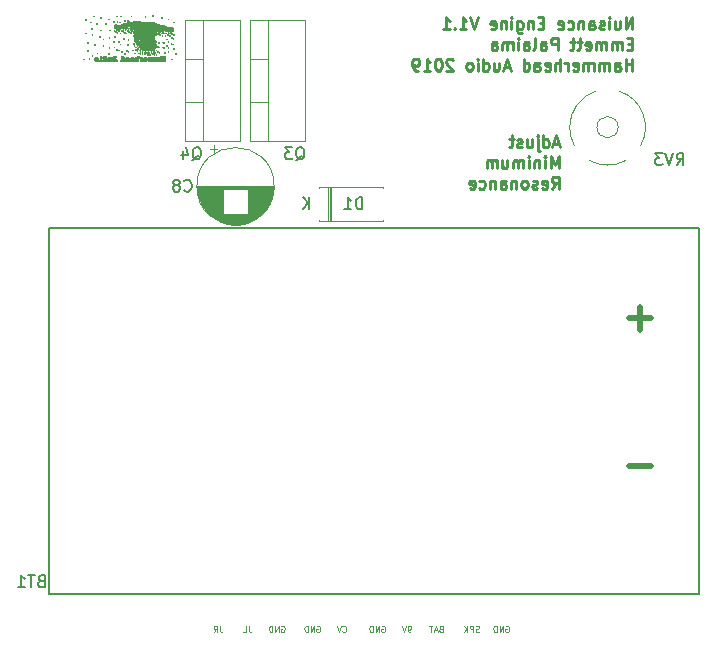
<source format=gbr>
G04 #@! TF.GenerationSoftware,KiCad,Pcbnew,(5.1.2-1)-1*
G04 #@! TF.CreationDate,2019-12-27T23:22:22-07:00*
G04 #@! TF.ProjectId,NuisanceEngine,4e756973-616e-4636-9545-6e67696e652e,rev?*
G04 #@! TF.SameCoordinates,Original*
G04 #@! TF.FileFunction,Legend,Bot*
G04 #@! TF.FilePolarity,Positive*
%FSLAX46Y46*%
G04 Gerber Fmt 4.6, Leading zero omitted, Abs format (unit mm)*
G04 Created by KiCad (PCBNEW (5.1.2-1)-1) date 2019-12-27 23:22:22*
%MOMM*%
%LPD*%
G04 APERTURE LIST*
%ADD10C,0.250000*%
%ADD11C,0.125000*%
%ADD12C,0.010000*%
%ADD13C,0.120000*%
%ADD14C,0.150000*%
%ADD15C,0.500000*%
G04 APERTURE END LIST*
D10*
X96897023Y-58416666D02*
X96420833Y-58416666D01*
X96992261Y-58702380D02*
X96658928Y-57702380D01*
X96325595Y-58702380D01*
X95563690Y-58702380D02*
X95563690Y-57702380D01*
X95563690Y-58654761D02*
X95658928Y-58702380D01*
X95849404Y-58702380D01*
X95944642Y-58654761D01*
X95992261Y-58607142D01*
X96039880Y-58511904D01*
X96039880Y-58226190D01*
X95992261Y-58130952D01*
X95944642Y-58083333D01*
X95849404Y-58035714D01*
X95658928Y-58035714D01*
X95563690Y-58083333D01*
X95087500Y-58035714D02*
X95087500Y-58892857D01*
X95135119Y-58988095D01*
X95230357Y-59035714D01*
X95277976Y-59035714D01*
X95087500Y-57702380D02*
X95135119Y-57750000D01*
X95087500Y-57797619D01*
X95039880Y-57750000D01*
X95087500Y-57702380D01*
X95087500Y-57797619D01*
X94182738Y-58035714D02*
X94182738Y-58702380D01*
X94611309Y-58035714D02*
X94611309Y-58559523D01*
X94563690Y-58654761D01*
X94468452Y-58702380D01*
X94325595Y-58702380D01*
X94230357Y-58654761D01*
X94182738Y-58607142D01*
X93754166Y-58654761D02*
X93658928Y-58702380D01*
X93468452Y-58702380D01*
X93373214Y-58654761D01*
X93325595Y-58559523D01*
X93325595Y-58511904D01*
X93373214Y-58416666D01*
X93468452Y-58369047D01*
X93611309Y-58369047D01*
X93706547Y-58321428D01*
X93754166Y-58226190D01*
X93754166Y-58178571D01*
X93706547Y-58083333D01*
X93611309Y-58035714D01*
X93468452Y-58035714D01*
X93373214Y-58083333D01*
X93039880Y-58035714D02*
X92658928Y-58035714D01*
X92897023Y-57702380D02*
X92897023Y-58559523D01*
X92849404Y-58654761D01*
X92754166Y-58702380D01*
X92658928Y-58702380D01*
X96849404Y-60452380D02*
X96849404Y-59452380D01*
X96516071Y-60166666D01*
X96182738Y-59452380D01*
X96182738Y-60452380D01*
X95706547Y-60452380D02*
X95706547Y-59785714D01*
X95706547Y-59452380D02*
X95754166Y-59500000D01*
X95706547Y-59547619D01*
X95658928Y-59500000D01*
X95706547Y-59452380D01*
X95706547Y-59547619D01*
X95230357Y-59785714D02*
X95230357Y-60452380D01*
X95230357Y-59880952D02*
X95182738Y-59833333D01*
X95087500Y-59785714D01*
X94944642Y-59785714D01*
X94849404Y-59833333D01*
X94801785Y-59928571D01*
X94801785Y-60452380D01*
X94325595Y-60452380D02*
X94325595Y-59785714D01*
X94325595Y-59452380D02*
X94373214Y-59500000D01*
X94325595Y-59547619D01*
X94277976Y-59500000D01*
X94325595Y-59452380D01*
X94325595Y-59547619D01*
X93849404Y-60452380D02*
X93849404Y-59785714D01*
X93849404Y-59880952D02*
X93801785Y-59833333D01*
X93706547Y-59785714D01*
X93563690Y-59785714D01*
X93468452Y-59833333D01*
X93420833Y-59928571D01*
X93420833Y-60452380D01*
X93420833Y-59928571D02*
X93373214Y-59833333D01*
X93277976Y-59785714D01*
X93135119Y-59785714D01*
X93039880Y-59833333D01*
X92992261Y-59928571D01*
X92992261Y-60452380D01*
X92087500Y-59785714D02*
X92087500Y-60452380D01*
X92516071Y-59785714D02*
X92516071Y-60309523D01*
X92468452Y-60404761D01*
X92373214Y-60452380D01*
X92230357Y-60452380D01*
X92135119Y-60404761D01*
X92087500Y-60357142D01*
X91611309Y-60452380D02*
X91611309Y-59785714D01*
X91611309Y-59880952D02*
X91563690Y-59833333D01*
X91468452Y-59785714D01*
X91325595Y-59785714D01*
X91230357Y-59833333D01*
X91182738Y-59928571D01*
X91182738Y-60452380D01*
X91182738Y-59928571D02*
X91135119Y-59833333D01*
X91039880Y-59785714D01*
X90897023Y-59785714D01*
X90801785Y-59833333D01*
X90754166Y-59928571D01*
X90754166Y-60452380D01*
X96277976Y-62202380D02*
X96611309Y-61726190D01*
X96849404Y-62202380D02*
X96849404Y-61202380D01*
X96468452Y-61202380D01*
X96373214Y-61250000D01*
X96325595Y-61297619D01*
X96277976Y-61392857D01*
X96277976Y-61535714D01*
X96325595Y-61630952D01*
X96373214Y-61678571D01*
X96468452Y-61726190D01*
X96849404Y-61726190D01*
X95468452Y-62154761D02*
X95563690Y-62202380D01*
X95754166Y-62202380D01*
X95849404Y-62154761D01*
X95897023Y-62059523D01*
X95897023Y-61678571D01*
X95849404Y-61583333D01*
X95754166Y-61535714D01*
X95563690Y-61535714D01*
X95468452Y-61583333D01*
X95420833Y-61678571D01*
X95420833Y-61773809D01*
X95897023Y-61869047D01*
X95039880Y-62154761D02*
X94944642Y-62202380D01*
X94754166Y-62202380D01*
X94658928Y-62154761D01*
X94611309Y-62059523D01*
X94611309Y-62011904D01*
X94658928Y-61916666D01*
X94754166Y-61869047D01*
X94897023Y-61869047D01*
X94992261Y-61821428D01*
X95039880Y-61726190D01*
X95039880Y-61678571D01*
X94992261Y-61583333D01*
X94897023Y-61535714D01*
X94754166Y-61535714D01*
X94658928Y-61583333D01*
X94039880Y-62202380D02*
X94135119Y-62154761D01*
X94182738Y-62107142D01*
X94230357Y-62011904D01*
X94230357Y-61726190D01*
X94182738Y-61630952D01*
X94135119Y-61583333D01*
X94039880Y-61535714D01*
X93897023Y-61535714D01*
X93801785Y-61583333D01*
X93754166Y-61630952D01*
X93706547Y-61726190D01*
X93706547Y-62011904D01*
X93754166Y-62107142D01*
X93801785Y-62154761D01*
X93897023Y-62202380D01*
X94039880Y-62202380D01*
X93277976Y-61535714D02*
X93277976Y-62202380D01*
X93277976Y-61630952D02*
X93230357Y-61583333D01*
X93135119Y-61535714D01*
X92992261Y-61535714D01*
X92897023Y-61583333D01*
X92849404Y-61678571D01*
X92849404Y-62202380D01*
X91944642Y-62202380D02*
X91944642Y-61678571D01*
X91992261Y-61583333D01*
X92087500Y-61535714D01*
X92277976Y-61535714D01*
X92373214Y-61583333D01*
X91944642Y-62154761D02*
X92039880Y-62202380D01*
X92277976Y-62202380D01*
X92373214Y-62154761D01*
X92420833Y-62059523D01*
X92420833Y-61964285D01*
X92373214Y-61869047D01*
X92277976Y-61821428D01*
X92039880Y-61821428D01*
X91944642Y-61773809D01*
X91468452Y-61535714D02*
X91468452Y-62202380D01*
X91468452Y-61630952D02*
X91420833Y-61583333D01*
X91325595Y-61535714D01*
X91182738Y-61535714D01*
X91087500Y-61583333D01*
X91039880Y-61678571D01*
X91039880Y-62202380D01*
X90135119Y-62154761D02*
X90230357Y-62202380D01*
X90420833Y-62202380D01*
X90516071Y-62154761D01*
X90563690Y-62107142D01*
X90611309Y-62011904D01*
X90611309Y-61726190D01*
X90563690Y-61630952D01*
X90516071Y-61583333D01*
X90420833Y-61535714D01*
X90230357Y-61535714D01*
X90135119Y-61583333D01*
X89325595Y-62154761D02*
X89420833Y-62202380D01*
X89611309Y-62202380D01*
X89706547Y-62154761D01*
X89754166Y-62059523D01*
X89754166Y-61678571D01*
X89706547Y-61583333D01*
X89611309Y-61535714D01*
X89420833Y-61535714D01*
X89325595Y-61583333D01*
X89277976Y-61678571D01*
X89277976Y-61773809D01*
X89754166Y-61869047D01*
D11*
X81880952Y-99250000D02*
X81928571Y-99226190D01*
X82000000Y-99226190D01*
X82071428Y-99250000D01*
X82119047Y-99297619D01*
X82142857Y-99345238D01*
X82166666Y-99440476D01*
X82166666Y-99511904D01*
X82142857Y-99607142D01*
X82119047Y-99654761D01*
X82071428Y-99702380D01*
X82000000Y-99726190D01*
X81952380Y-99726190D01*
X81880952Y-99702380D01*
X81857142Y-99678571D01*
X81857142Y-99511904D01*
X81952380Y-99511904D01*
X81642857Y-99726190D02*
X81642857Y-99226190D01*
X81357142Y-99726190D01*
X81357142Y-99226190D01*
X81119047Y-99726190D02*
X81119047Y-99226190D01*
X81000000Y-99226190D01*
X80928571Y-99250000D01*
X80880952Y-99297619D01*
X80857142Y-99345238D01*
X80833333Y-99440476D01*
X80833333Y-99511904D01*
X80857142Y-99607142D01*
X80880952Y-99654761D01*
X80928571Y-99702380D01*
X81000000Y-99726190D01*
X81119047Y-99726190D01*
X92380952Y-99250000D02*
X92428571Y-99226190D01*
X92500000Y-99226190D01*
X92571428Y-99250000D01*
X92619047Y-99297619D01*
X92642857Y-99345238D01*
X92666666Y-99440476D01*
X92666666Y-99511904D01*
X92642857Y-99607142D01*
X92619047Y-99654761D01*
X92571428Y-99702380D01*
X92500000Y-99726190D01*
X92452380Y-99726190D01*
X92380952Y-99702380D01*
X92357142Y-99678571D01*
X92357142Y-99511904D01*
X92452380Y-99511904D01*
X92142857Y-99726190D02*
X92142857Y-99226190D01*
X91857142Y-99726190D01*
X91857142Y-99226190D01*
X91619047Y-99726190D02*
X91619047Y-99226190D01*
X91500000Y-99226190D01*
X91428571Y-99250000D01*
X91380952Y-99297619D01*
X91357142Y-99345238D01*
X91333333Y-99440476D01*
X91333333Y-99511904D01*
X91357142Y-99607142D01*
X91380952Y-99654761D01*
X91428571Y-99702380D01*
X91500000Y-99726190D01*
X91619047Y-99726190D01*
X84309523Y-99726190D02*
X84214285Y-99726190D01*
X84166666Y-99702380D01*
X84142857Y-99678571D01*
X84095238Y-99607142D01*
X84071428Y-99511904D01*
X84071428Y-99321428D01*
X84095238Y-99273809D01*
X84119047Y-99250000D01*
X84166666Y-99226190D01*
X84261904Y-99226190D01*
X84309523Y-99250000D01*
X84333333Y-99273809D01*
X84357142Y-99321428D01*
X84357142Y-99440476D01*
X84333333Y-99488095D01*
X84309523Y-99511904D01*
X84261904Y-99535714D01*
X84166666Y-99535714D01*
X84119047Y-99511904D01*
X84095238Y-99488095D01*
X84071428Y-99440476D01*
X83928571Y-99226190D02*
X83761904Y-99726190D01*
X83595238Y-99226190D01*
X73380952Y-99250000D02*
X73428571Y-99226190D01*
X73500000Y-99226190D01*
X73571428Y-99250000D01*
X73619047Y-99297619D01*
X73642857Y-99345238D01*
X73666666Y-99440476D01*
X73666666Y-99511904D01*
X73642857Y-99607142D01*
X73619047Y-99654761D01*
X73571428Y-99702380D01*
X73500000Y-99726190D01*
X73452380Y-99726190D01*
X73380952Y-99702380D01*
X73357142Y-99678571D01*
X73357142Y-99511904D01*
X73452380Y-99511904D01*
X73142857Y-99726190D02*
X73142857Y-99226190D01*
X72857142Y-99726190D01*
X72857142Y-99226190D01*
X72619047Y-99726190D02*
X72619047Y-99226190D01*
X72500000Y-99226190D01*
X72428571Y-99250000D01*
X72380952Y-99297619D01*
X72357142Y-99345238D01*
X72333333Y-99440476D01*
X72333333Y-99511904D01*
X72357142Y-99607142D01*
X72380952Y-99654761D01*
X72428571Y-99702380D01*
X72500000Y-99726190D01*
X72619047Y-99726190D01*
X68178571Y-99226190D02*
X68178571Y-99583333D01*
X68202380Y-99654761D01*
X68250000Y-99702380D01*
X68321428Y-99726190D01*
X68369047Y-99726190D01*
X67654761Y-99726190D02*
X67821428Y-99488095D01*
X67940476Y-99726190D02*
X67940476Y-99226190D01*
X67750000Y-99226190D01*
X67702380Y-99250000D01*
X67678571Y-99273809D01*
X67654761Y-99321428D01*
X67654761Y-99392857D01*
X67678571Y-99440476D01*
X67702380Y-99464285D01*
X67750000Y-99488095D01*
X67940476Y-99488095D01*
X78559523Y-99678571D02*
X78583333Y-99702380D01*
X78654761Y-99726190D01*
X78702380Y-99726190D01*
X78773809Y-99702380D01*
X78821428Y-99654761D01*
X78845238Y-99607142D01*
X78869047Y-99511904D01*
X78869047Y-99440476D01*
X78845238Y-99345238D01*
X78821428Y-99297619D01*
X78773809Y-99250000D01*
X78702380Y-99226190D01*
X78654761Y-99226190D01*
X78583333Y-99250000D01*
X78559523Y-99273809D01*
X78416666Y-99226190D02*
X78250000Y-99726190D01*
X78083333Y-99226190D01*
X70630952Y-99226190D02*
X70630952Y-99583333D01*
X70654761Y-99654761D01*
X70702380Y-99702380D01*
X70773809Y-99726190D01*
X70821428Y-99726190D01*
X70154761Y-99726190D02*
X70392857Y-99726190D01*
X70392857Y-99226190D01*
X86869047Y-99464285D02*
X86797619Y-99488095D01*
X86773809Y-99511904D01*
X86750000Y-99559523D01*
X86750000Y-99630952D01*
X86773809Y-99678571D01*
X86797619Y-99702380D01*
X86845238Y-99726190D01*
X87035714Y-99726190D01*
X87035714Y-99226190D01*
X86869047Y-99226190D01*
X86821428Y-99250000D01*
X86797619Y-99273809D01*
X86773809Y-99321428D01*
X86773809Y-99369047D01*
X86797619Y-99416666D01*
X86821428Y-99440476D01*
X86869047Y-99464285D01*
X87035714Y-99464285D01*
X86559523Y-99583333D02*
X86321428Y-99583333D01*
X86607142Y-99726190D02*
X86440476Y-99226190D01*
X86273809Y-99726190D01*
X86178571Y-99226190D02*
X85892857Y-99226190D01*
X86035714Y-99726190D02*
X86035714Y-99226190D01*
X90142857Y-99702380D02*
X90071428Y-99726190D01*
X89952380Y-99726190D01*
X89904761Y-99702380D01*
X89880952Y-99678571D01*
X89857142Y-99630952D01*
X89857142Y-99583333D01*
X89880952Y-99535714D01*
X89904761Y-99511904D01*
X89952380Y-99488095D01*
X90047619Y-99464285D01*
X90095238Y-99440476D01*
X90119047Y-99416666D01*
X90142857Y-99369047D01*
X90142857Y-99321428D01*
X90119047Y-99273809D01*
X90095238Y-99250000D01*
X90047619Y-99226190D01*
X89928571Y-99226190D01*
X89857142Y-99250000D01*
X89642857Y-99726190D02*
X89642857Y-99226190D01*
X89452380Y-99226190D01*
X89404761Y-99250000D01*
X89380952Y-99273809D01*
X89357142Y-99321428D01*
X89357142Y-99392857D01*
X89380952Y-99440476D01*
X89404761Y-99464285D01*
X89452380Y-99488095D01*
X89642857Y-99488095D01*
X89142857Y-99726190D02*
X89142857Y-99226190D01*
X88857142Y-99726190D02*
X89071428Y-99440476D01*
X88857142Y-99226190D02*
X89142857Y-99511904D01*
X76380952Y-99250000D02*
X76428571Y-99226190D01*
X76500000Y-99226190D01*
X76571428Y-99250000D01*
X76619047Y-99297619D01*
X76642857Y-99345238D01*
X76666666Y-99440476D01*
X76666666Y-99511904D01*
X76642857Y-99607142D01*
X76619047Y-99654761D01*
X76571428Y-99702380D01*
X76500000Y-99726190D01*
X76452380Y-99726190D01*
X76380952Y-99702380D01*
X76357142Y-99678571D01*
X76357142Y-99511904D01*
X76452380Y-99511904D01*
X76142857Y-99726190D02*
X76142857Y-99226190D01*
X75857142Y-99726190D01*
X75857142Y-99226190D01*
X75619047Y-99726190D02*
X75619047Y-99226190D01*
X75500000Y-99226190D01*
X75428571Y-99250000D01*
X75380952Y-99297619D01*
X75357142Y-99345238D01*
X75333333Y-99440476D01*
X75333333Y-99511904D01*
X75357142Y-99607142D01*
X75380952Y-99654761D01*
X75428571Y-99702380D01*
X75500000Y-99726190D01*
X75619047Y-99726190D01*
D10*
X103099404Y-48702380D02*
X103099404Y-47702380D01*
X102527976Y-48702380D01*
X102527976Y-47702380D01*
X101623214Y-48035714D02*
X101623214Y-48702380D01*
X102051785Y-48035714D02*
X102051785Y-48559523D01*
X102004166Y-48654761D01*
X101908928Y-48702380D01*
X101766071Y-48702380D01*
X101670833Y-48654761D01*
X101623214Y-48607142D01*
X101147023Y-48702380D02*
X101147023Y-48035714D01*
X101147023Y-47702380D02*
X101194642Y-47750000D01*
X101147023Y-47797619D01*
X101099404Y-47750000D01*
X101147023Y-47702380D01*
X101147023Y-47797619D01*
X100718452Y-48654761D02*
X100623214Y-48702380D01*
X100432738Y-48702380D01*
X100337500Y-48654761D01*
X100289880Y-48559523D01*
X100289880Y-48511904D01*
X100337500Y-48416666D01*
X100432738Y-48369047D01*
X100575595Y-48369047D01*
X100670833Y-48321428D01*
X100718452Y-48226190D01*
X100718452Y-48178571D01*
X100670833Y-48083333D01*
X100575595Y-48035714D01*
X100432738Y-48035714D01*
X100337500Y-48083333D01*
X99432738Y-48702380D02*
X99432738Y-48178571D01*
X99480357Y-48083333D01*
X99575595Y-48035714D01*
X99766071Y-48035714D01*
X99861309Y-48083333D01*
X99432738Y-48654761D02*
X99527976Y-48702380D01*
X99766071Y-48702380D01*
X99861309Y-48654761D01*
X99908928Y-48559523D01*
X99908928Y-48464285D01*
X99861309Y-48369047D01*
X99766071Y-48321428D01*
X99527976Y-48321428D01*
X99432738Y-48273809D01*
X98956547Y-48035714D02*
X98956547Y-48702380D01*
X98956547Y-48130952D02*
X98908928Y-48083333D01*
X98813690Y-48035714D01*
X98670833Y-48035714D01*
X98575595Y-48083333D01*
X98527976Y-48178571D01*
X98527976Y-48702380D01*
X97623214Y-48654761D02*
X97718452Y-48702380D01*
X97908928Y-48702380D01*
X98004166Y-48654761D01*
X98051785Y-48607142D01*
X98099404Y-48511904D01*
X98099404Y-48226190D01*
X98051785Y-48130952D01*
X98004166Y-48083333D01*
X97908928Y-48035714D01*
X97718452Y-48035714D01*
X97623214Y-48083333D01*
X96813690Y-48654761D02*
X96908928Y-48702380D01*
X97099404Y-48702380D01*
X97194642Y-48654761D01*
X97242261Y-48559523D01*
X97242261Y-48178571D01*
X97194642Y-48083333D01*
X97099404Y-48035714D01*
X96908928Y-48035714D01*
X96813690Y-48083333D01*
X96766071Y-48178571D01*
X96766071Y-48273809D01*
X97242261Y-48369047D01*
X95575595Y-48178571D02*
X95242261Y-48178571D01*
X95099404Y-48702380D02*
X95575595Y-48702380D01*
X95575595Y-47702380D01*
X95099404Y-47702380D01*
X94670833Y-48035714D02*
X94670833Y-48702380D01*
X94670833Y-48130952D02*
X94623214Y-48083333D01*
X94527976Y-48035714D01*
X94385119Y-48035714D01*
X94289880Y-48083333D01*
X94242261Y-48178571D01*
X94242261Y-48702380D01*
X93337500Y-48035714D02*
X93337500Y-48845238D01*
X93385119Y-48940476D01*
X93432738Y-48988095D01*
X93527976Y-49035714D01*
X93670833Y-49035714D01*
X93766071Y-48988095D01*
X93337500Y-48654761D02*
X93432738Y-48702380D01*
X93623214Y-48702380D01*
X93718452Y-48654761D01*
X93766071Y-48607142D01*
X93813690Y-48511904D01*
X93813690Y-48226190D01*
X93766071Y-48130952D01*
X93718452Y-48083333D01*
X93623214Y-48035714D01*
X93432738Y-48035714D01*
X93337500Y-48083333D01*
X92861309Y-48702380D02*
X92861309Y-48035714D01*
X92861309Y-47702380D02*
X92908928Y-47750000D01*
X92861309Y-47797619D01*
X92813690Y-47750000D01*
X92861309Y-47702380D01*
X92861309Y-47797619D01*
X92385119Y-48035714D02*
X92385119Y-48702380D01*
X92385119Y-48130952D02*
X92337500Y-48083333D01*
X92242261Y-48035714D01*
X92099404Y-48035714D01*
X92004166Y-48083333D01*
X91956547Y-48178571D01*
X91956547Y-48702380D01*
X91099404Y-48654761D02*
X91194642Y-48702380D01*
X91385119Y-48702380D01*
X91480357Y-48654761D01*
X91527976Y-48559523D01*
X91527976Y-48178571D01*
X91480357Y-48083333D01*
X91385119Y-48035714D01*
X91194642Y-48035714D01*
X91099404Y-48083333D01*
X91051785Y-48178571D01*
X91051785Y-48273809D01*
X91527976Y-48369047D01*
X90004166Y-47702380D02*
X89670833Y-48702380D01*
X89337500Y-47702380D01*
X88480357Y-48702380D02*
X89051785Y-48702380D01*
X88766071Y-48702380D02*
X88766071Y-47702380D01*
X88861309Y-47845238D01*
X88956547Y-47940476D01*
X89051785Y-47988095D01*
X88051785Y-48607142D02*
X88004166Y-48654761D01*
X88051785Y-48702380D01*
X88099404Y-48654761D01*
X88051785Y-48607142D01*
X88051785Y-48702380D01*
X87051785Y-48702380D02*
X87623214Y-48702380D01*
X87337500Y-48702380D02*
X87337500Y-47702380D01*
X87432738Y-47845238D01*
X87527976Y-47940476D01*
X87623214Y-47988095D01*
X103099404Y-49928571D02*
X102766071Y-49928571D01*
X102623214Y-50452380D02*
X103099404Y-50452380D01*
X103099404Y-49452380D01*
X102623214Y-49452380D01*
X102194642Y-50452380D02*
X102194642Y-49785714D01*
X102194642Y-49880952D02*
X102147023Y-49833333D01*
X102051785Y-49785714D01*
X101908928Y-49785714D01*
X101813690Y-49833333D01*
X101766071Y-49928571D01*
X101766071Y-50452380D01*
X101766071Y-49928571D02*
X101718452Y-49833333D01*
X101623214Y-49785714D01*
X101480357Y-49785714D01*
X101385119Y-49833333D01*
X101337500Y-49928571D01*
X101337500Y-50452380D01*
X100861309Y-50452380D02*
X100861309Y-49785714D01*
X100861309Y-49880952D02*
X100813690Y-49833333D01*
X100718452Y-49785714D01*
X100575595Y-49785714D01*
X100480357Y-49833333D01*
X100432738Y-49928571D01*
X100432738Y-50452380D01*
X100432738Y-49928571D02*
X100385119Y-49833333D01*
X100289880Y-49785714D01*
X100147023Y-49785714D01*
X100051785Y-49833333D01*
X100004166Y-49928571D01*
X100004166Y-50452380D01*
X99147023Y-50404761D02*
X99242261Y-50452380D01*
X99432738Y-50452380D01*
X99527976Y-50404761D01*
X99575595Y-50309523D01*
X99575595Y-49928571D01*
X99527976Y-49833333D01*
X99432738Y-49785714D01*
X99242261Y-49785714D01*
X99147023Y-49833333D01*
X99099404Y-49928571D01*
X99099404Y-50023809D01*
X99575595Y-50119047D01*
X98813690Y-49785714D02*
X98432738Y-49785714D01*
X98670833Y-49452380D02*
X98670833Y-50309523D01*
X98623214Y-50404761D01*
X98527976Y-50452380D01*
X98432738Y-50452380D01*
X98242261Y-49785714D02*
X97861309Y-49785714D01*
X98099404Y-49452380D02*
X98099404Y-50309523D01*
X98051785Y-50404761D01*
X97956547Y-50452380D01*
X97861309Y-50452380D01*
X96766071Y-50452380D02*
X96766071Y-49452380D01*
X96385119Y-49452380D01*
X96289880Y-49500000D01*
X96242261Y-49547619D01*
X96194642Y-49642857D01*
X96194642Y-49785714D01*
X96242261Y-49880952D01*
X96289880Y-49928571D01*
X96385119Y-49976190D01*
X96766071Y-49976190D01*
X95337500Y-50452380D02*
X95337500Y-49928571D01*
X95385119Y-49833333D01*
X95480357Y-49785714D01*
X95670833Y-49785714D01*
X95766071Y-49833333D01*
X95337500Y-50404761D02*
X95432738Y-50452380D01*
X95670833Y-50452380D01*
X95766071Y-50404761D01*
X95813690Y-50309523D01*
X95813690Y-50214285D01*
X95766071Y-50119047D01*
X95670833Y-50071428D01*
X95432738Y-50071428D01*
X95337500Y-50023809D01*
X94718452Y-50452380D02*
X94813690Y-50404761D01*
X94861309Y-50309523D01*
X94861309Y-49452380D01*
X93908928Y-50452380D02*
X93908928Y-49928571D01*
X93956547Y-49833333D01*
X94051785Y-49785714D01*
X94242261Y-49785714D01*
X94337500Y-49833333D01*
X93908928Y-50404761D02*
X94004166Y-50452380D01*
X94242261Y-50452380D01*
X94337500Y-50404761D01*
X94385119Y-50309523D01*
X94385119Y-50214285D01*
X94337500Y-50119047D01*
X94242261Y-50071428D01*
X94004166Y-50071428D01*
X93908928Y-50023809D01*
X93432738Y-50452380D02*
X93432738Y-49785714D01*
X93432738Y-49452380D02*
X93480357Y-49500000D01*
X93432738Y-49547619D01*
X93385119Y-49500000D01*
X93432738Y-49452380D01*
X93432738Y-49547619D01*
X92956547Y-50452380D02*
X92956547Y-49785714D01*
X92956547Y-49880952D02*
X92908928Y-49833333D01*
X92813690Y-49785714D01*
X92670833Y-49785714D01*
X92575595Y-49833333D01*
X92527976Y-49928571D01*
X92527976Y-50452380D01*
X92527976Y-49928571D02*
X92480357Y-49833333D01*
X92385119Y-49785714D01*
X92242261Y-49785714D01*
X92147023Y-49833333D01*
X92099404Y-49928571D01*
X92099404Y-50452380D01*
X91194642Y-50452380D02*
X91194642Y-49928571D01*
X91242261Y-49833333D01*
X91337500Y-49785714D01*
X91527976Y-49785714D01*
X91623214Y-49833333D01*
X91194642Y-50404761D02*
X91289880Y-50452380D01*
X91527976Y-50452380D01*
X91623214Y-50404761D01*
X91670833Y-50309523D01*
X91670833Y-50214285D01*
X91623214Y-50119047D01*
X91527976Y-50071428D01*
X91289880Y-50071428D01*
X91194642Y-50023809D01*
X103099404Y-52202380D02*
X103099404Y-51202380D01*
X103099404Y-51678571D02*
X102527976Y-51678571D01*
X102527976Y-52202380D02*
X102527976Y-51202380D01*
X101623214Y-52202380D02*
X101623214Y-51678571D01*
X101670833Y-51583333D01*
X101766071Y-51535714D01*
X101956547Y-51535714D01*
X102051785Y-51583333D01*
X101623214Y-52154761D02*
X101718452Y-52202380D01*
X101956547Y-52202380D01*
X102051785Y-52154761D01*
X102099404Y-52059523D01*
X102099404Y-51964285D01*
X102051785Y-51869047D01*
X101956547Y-51821428D01*
X101718452Y-51821428D01*
X101623214Y-51773809D01*
X101147023Y-52202380D02*
X101147023Y-51535714D01*
X101147023Y-51630952D02*
X101099404Y-51583333D01*
X101004166Y-51535714D01*
X100861309Y-51535714D01*
X100766071Y-51583333D01*
X100718452Y-51678571D01*
X100718452Y-52202380D01*
X100718452Y-51678571D02*
X100670833Y-51583333D01*
X100575595Y-51535714D01*
X100432738Y-51535714D01*
X100337500Y-51583333D01*
X100289880Y-51678571D01*
X100289880Y-52202380D01*
X99813690Y-52202380D02*
X99813690Y-51535714D01*
X99813690Y-51630952D02*
X99766071Y-51583333D01*
X99670833Y-51535714D01*
X99527976Y-51535714D01*
X99432738Y-51583333D01*
X99385119Y-51678571D01*
X99385119Y-52202380D01*
X99385119Y-51678571D02*
X99337500Y-51583333D01*
X99242261Y-51535714D01*
X99099404Y-51535714D01*
X99004166Y-51583333D01*
X98956547Y-51678571D01*
X98956547Y-52202380D01*
X98099404Y-52154761D02*
X98194642Y-52202380D01*
X98385119Y-52202380D01*
X98480357Y-52154761D01*
X98527976Y-52059523D01*
X98527976Y-51678571D01*
X98480357Y-51583333D01*
X98385119Y-51535714D01*
X98194642Y-51535714D01*
X98099404Y-51583333D01*
X98051785Y-51678571D01*
X98051785Y-51773809D01*
X98527976Y-51869047D01*
X97623214Y-52202380D02*
X97623214Y-51535714D01*
X97623214Y-51726190D02*
X97575595Y-51630952D01*
X97527976Y-51583333D01*
X97432738Y-51535714D01*
X97337500Y-51535714D01*
X97004166Y-52202380D02*
X97004166Y-51202380D01*
X96575595Y-52202380D02*
X96575595Y-51678571D01*
X96623214Y-51583333D01*
X96718452Y-51535714D01*
X96861309Y-51535714D01*
X96956547Y-51583333D01*
X97004166Y-51630952D01*
X95718452Y-52154761D02*
X95813690Y-52202380D01*
X96004166Y-52202380D01*
X96099404Y-52154761D01*
X96147023Y-52059523D01*
X96147023Y-51678571D01*
X96099404Y-51583333D01*
X96004166Y-51535714D01*
X95813690Y-51535714D01*
X95718452Y-51583333D01*
X95670833Y-51678571D01*
X95670833Y-51773809D01*
X96147023Y-51869047D01*
X94813690Y-52202380D02*
X94813690Y-51678571D01*
X94861309Y-51583333D01*
X94956547Y-51535714D01*
X95147023Y-51535714D01*
X95242261Y-51583333D01*
X94813690Y-52154761D02*
X94908928Y-52202380D01*
X95147023Y-52202380D01*
X95242261Y-52154761D01*
X95289880Y-52059523D01*
X95289880Y-51964285D01*
X95242261Y-51869047D01*
X95147023Y-51821428D01*
X94908928Y-51821428D01*
X94813690Y-51773809D01*
X93908928Y-52202380D02*
X93908928Y-51202380D01*
X93908928Y-52154761D02*
X94004166Y-52202380D01*
X94194642Y-52202380D01*
X94289880Y-52154761D01*
X94337500Y-52107142D01*
X94385119Y-52011904D01*
X94385119Y-51726190D01*
X94337500Y-51630952D01*
X94289880Y-51583333D01*
X94194642Y-51535714D01*
X94004166Y-51535714D01*
X93908928Y-51583333D01*
X92718452Y-51916666D02*
X92242261Y-51916666D01*
X92813690Y-52202380D02*
X92480357Y-51202380D01*
X92147023Y-52202380D01*
X91385119Y-51535714D02*
X91385119Y-52202380D01*
X91813690Y-51535714D02*
X91813690Y-52059523D01*
X91766071Y-52154761D01*
X91670833Y-52202380D01*
X91527976Y-52202380D01*
X91432738Y-52154761D01*
X91385119Y-52107142D01*
X90480357Y-52202380D02*
X90480357Y-51202380D01*
X90480357Y-52154761D02*
X90575595Y-52202380D01*
X90766071Y-52202380D01*
X90861309Y-52154761D01*
X90908928Y-52107142D01*
X90956547Y-52011904D01*
X90956547Y-51726190D01*
X90908928Y-51630952D01*
X90861309Y-51583333D01*
X90766071Y-51535714D01*
X90575595Y-51535714D01*
X90480357Y-51583333D01*
X90004166Y-52202380D02*
X90004166Y-51535714D01*
X90004166Y-51202380D02*
X90051785Y-51250000D01*
X90004166Y-51297619D01*
X89956547Y-51250000D01*
X90004166Y-51202380D01*
X90004166Y-51297619D01*
X89385119Y-52202380D02*
X89480357Y-52154761D01*
X89527976Y-52107142D01*
X89575595Y-52011904D01*
X89575595Y-51726190D01*
X89527976Y-51630952D01*
X89480357Y-51583333D01*
X89385119Y-51535714D01*
X89242261Y-51535714D01*
X89147023Y-51583333D01*
X89099404Y-51630952D01*
X89051785Y-51726190D01*
X89051785Y-52011904D01*
X89099404Y-52107142D01*
X89147023Y-52154761D01*
X89242261Y-52202380D01*
X89385119Y-52202380D01*
X87908928Y-51297619D02*
X87861309Y-51250000D01*
X87766071Y-51202380D01*
X87527976Y-51202380D01*
X87432738Y-51250000D01*
X87385119Y-51297619D01*
X87337500Y-51392857D01*
X87337500Y-51488095D01*
X87385119Y-51630952D01*
X87956547Y-52202380D01*
X87337500Y-52202380D01*
X86718452Y-51202380D02*
X86623214Y-51202380D01*
X86527976Y-51250000D01*
X86480357Y-51297619D01*
X86432738Y-51392857D01*
X86385119Y-51583333D01*
X86385119Y-51821428D01*
X86432738Y-52011904D01*
X86480357Y-52107142D01*
X86527976Y-52154761D01*
X86623214Y-52202380D01*
X86718452Y-52202380D01*
X86813690Y-52154761D01*
X86861309Y-52107142D01*
X86908928Y-52011904D01*
X86956547Y-51821428D01*
X86956547Y-51583333D01*
X86908928Y-51392857D01*
X86861309Y-51297619D01*
X86813690Y-51250000D01*
X86718452Y-51202380D01*
X85432738Y-52202380D02*
X86004166Y-52202380D01*
X85718452Y-52202380D02*
X85718452Y-51202380D01*
X85813690Y-51345238D01*
X85908928Y-51440476D01*
X86004166Y-51488095D01*
X84956547Y-52202380D02*
X84766071Y-52202380D01*
X84670833Y-52154761D01*
X84623214Y-52107142D01*
X84527976Y-51964285D01*
X84480357Y-51773809D01*
X84480357Y-51392857D01*
X84527976Y-51297619D01*
X84575595Y-51250000D01*
X84670833Y-51202380D01*
X84861309Y-51202380D01*
X84956547Y-51250000D01*
X85004166Y-51297619D01*
X85051785Y-51392857D01*
X85051785Y-51630952D01*
X85004166Y-51726190D01*
X84956547Y-51773809D01*
X84861309Y-51821428D01*
X84670833Y-51821428D01*
X84575595Y-51773809D01*
X84527976Y-51726190D01*
X84480357Y-51630952D01*
D12*
G36*
X57687500Y-51312500D02*
G01*
X57625000Y-51312500D01*
X57625000Y-51375000D01*
X57687500Y-51375000D01*
X57687500Y-51312500D01*
X57687500Y-51312500D01*
G37*
X57687500Y-51312500D02*
X57625000Y-51312500D01*
X57625000Y-51375000D01*
X57687500Y-51375000D01*
X57687500Y-51312500D01*
G36*
X57750000Y-51312500D02*
G01*
X57687500Y-51312500D01*
X57687500Y-51375000D01*
X57750000Y-51375000D01*
X57750000Y-51312500D01*
X57750000Y-51312500D01*
G37*
X57750000Y-51312500D02*
X57687500Y-51312500D01*
X57687500Y-51375000D01*
X57750000Y-51375000D01*
X57750000Y-51312500D01*
G36*
X57812500Y-51312500D02*
G01*
X57750000Y-51312500D01*
X57750000Y-51375000D01*
X57812500Y-51375000D01*
X57812500Y-51312500D01*
X57812500Y-51312500D01*
G37*
X57812500Y-51312500D02*
X57750000Y-51312500D01*
X57750000Y-51375000D01*
X57812500Y-51375000D01*
X57812500Y-51312500D01*
G36*
X57937500Y-51312500D02*
G01*
X57875000Y-51312500D01*
X57875000Y-51375000D01*
X57937500Y-51375000D01*
X57937500Y-51312500D01*
X57937500Y-51312500D01*
G37*
X57937500Y-51312500D02*
X57875000Y-51312500D01*
X57875000Y-51375000D01*
X57937500Y-51375000D01*
X57937500Y-51312500D01*
G36*
X58000000Y-51312500D02*
G01*
X57937500Y-51312500D01*
X57937500Y-51375000D01*
X58000000Y-51375000D01*
X58000000Y-51312500D01*
X58000000Y-51312500D01*
G37*
X58000000Y-51312500D02*
X57937500Y-51312500D01*
X57937500Y-51375000D01*
X58000000Y-51375000D01*
X58000000Y-51312500D01*
G36*
X58062500Y-51312500D02*
G01*
X58000000Y-51312500D01*
X58000000Y-51375000D01*
X58062500Y-51375000D01*
X58062500Y-51312500D01*
X58062500Y-51312500D01*
G37*
X58062500Y-51312500D02*
X58000000Y-51312500D01*
X58000000Y-51375000D01*
X58062500Y-51375000D01*
X58062500Y-51312500D01*
G36*
X58125000Y-51312500D02*
G01*
X58062500Y-51312500D01*
X58062500Y-51375000D01*
X58125000Y-51375000D01*
X58125000Y-51312500D01*
X58125000Y-51312500D01*
G37*
X58125000Y-51312500D02*
X58062500Y-51312500D01*
X58062500Y-51375000D01*
X58125000Y-51375000D01*
X58125000Y-51312500D01*
G36*
X58187500Y-51312500D02*
G01*
X58125000Y-51312500D01*
X58125000Y-51375000D01*
X58187500Y-51375000D01*
X58187500Y-51312500D01*
X58187500Y-51312500D01*
G37*
X58187500Y-51312500D02*
X58125000Y-51312500D01*
X58125000Y-51375000D01*
X58187500Y-51375000D01*
X58187500Y-51312500D01*
G36*
X58250000Y-51312500D02*
G01*
X58187500Y-51312500D01*
X58187500Y-51375000D01*
X58250000Y-51375000D01*
X58250000Y-51312500D01*
X58250000Y-51312500D01*
G37*
X58250000Y-51312500D02*
X58187500Y-51312500D01*
X58187500Y-51375000D01*
X58250000Y-51375000D01*
X58250000Y-51312500D01*
G36*
X58312500Y-51312500D02*
G01*
X58250000Y-51312500D01*
X58250000Y-51375000D01*
X58312500Y-51375000D01*
X58312500Y-51312500D01*
X58312500Y-51312500D01*
G37*
X58312500Y-51312500D02*
X58250000Y-51312500D01*
X58250000Y-51375000D01*
X58312500Y-51375000D01*
X58312500Y-51312500D01*
G36*
X58375000Y-51312500D02*
G01*
X58312500Y-51312500D01*
X58312500Y-51375000D01*
X58375000Y-51375000D01*
X58375000Y-51312500D01*
X58375000Y-51312500D01*
G37*
X58375000Y-51312500D02*
X58312500Y-51312500D01*
X58312500Y-51375000D01*
X58375000Y-51375000D01*
X58375000Y-51312500D01*
G36*
X58437500Y-51312500D02*
G01*
X58375000Y-51312500D01*
X58375000Y-51375000D01*
X58437500Y-51375000D01*
X58437500Y-51312500D01*
X58437500Y-51312500D01*
G37*
X58437500Y-51312500D02*
X58375000Y-51312500D01*
X58375000Y-51375000D01*
X58437500Y-51375000D01*
X58437500Y-51312500D01*
G36*
X58500000Y-51312500D02*
G01*
X58437500Y-51312500D01*
X58437500Y-51375000D01*
X58500000Y-51375000D01*
X58500000Y-51312500D01*
X58500000Y-51312500D01*
G37*
X58500000Y-51312500D02*
X58437500Y-51312500D01*
X58437500Y-51375000D01*
X58500000Y-51375000D01*
X58500000Y-51312500D01*
G36*
X58562500Y-51312500D02*
G01*
X58500000Y-51312500D01*
X58500000Y-51375000D01*
X58562500Y-51375000D01*
X58562500Y-51312500D01*
X58562500Y-51312500D01*
G37*
X58562500Y-51312500D02*
X58500000Y-51312500D01*
X58500000Y-51375000D01*
X58562500Y-51375000D01*
X58562500Y-51312500D01*
G36*
X58687500Y-51312500D02*
G01*
X58625000Y-51312500D01*
X58625000Y-51375000D01*
X58687500Y-51375000D01*
X58687500Y-51312500D01*
X58687500Y-51312500D01*
G37*
X58687500Y-51312500D02*
X58625000Y-51312500D01*
X58625000Y-51375000D01*
X58687500Y-51375000D01*
X58687500Y-51312500D01*
G36*
X58750000Y-51312500D02*
G01*
X58687500Y-51312500D01*
X58687500Y-51375000D01*
X58750000Y-51375000D01*
X58750000Y-51312500D01*
X58750000Y-51312500D01*
G37*
X58750000Y-51312500D02*
X58687500Y-51312500D01*
X58687500Y-51375000D01*
X58750000Y-51375000D01*
X58750000Y-51312500D01*
G36*
X58812500Y-51312500D02*
G01*
X58750000Y-51312500D01*
X58750000Y-51375000D01*
X58812500Y-51375000D01*
X58812500Y-51312500D01*
X58812500Y-51312500D01*
G37*
X58812500Y-51312500D02*
X58750000Y-51312500D01*
X58750000Y-51375000D01*
X58812500Y-51375000D01*
X58812500Y-51312500D01*
G36*
X58875000Y-51312500D02*
G01*
X58812500Y-51312500D01*
X58812500Y-51375000D01*
X58875000Y-51375000D01*
X58875000Y-51312500D01*
X58875000Y-51312500D01*
G37*
X58875000Y-51312500D02*
X58812500Y-51312500D01*
X58812500Y-51375000D01*
X58875000Y-51375000D01*
X58875000Y-51312500D01*
G36*
X58937500Y-51312500D02*
G01*
X58875000Y-51312500D01*
X58875000Y-51375000D01*
X58937500Y-51375000D01*
X58937500Y-51312500D01*
X58937500Y-51312500D01*
G37*
X58937500Y-51312500D02*
X58875000Y-51312500D01*
X58875000Y-51375000D01*
X58937500Y-51375000D01*
X58937500Y-51312500D01*
G36*
X59125000Y-51312500D02*
G01*
X59062500Y-51312500D01*
X59062500Y-51375000D01*
X59125000Y-51375000D01*
X59125000Y-51312500D01*
X59125000Y-51312500D01*
G37*
X59125000Y-51312500D02*
X59062500Y-51312500D01*
X59062500Y-51375000D01*
X59125000Y-51375000D01*
X59125000Y-51312500D01*
G36*
X59187500Y-51312500D02*
G01*
X59125000Y-51312500D01*
X59125000Y-51375000D01*
X59187500Y-51375000D01*
X59187500Y-51312500D01*
X59187500Y-51312500D01*
G37*
X59187500Y-51312500D02*
X59125000Y-51312500D01*
X59125000Y-51375000D01*
X59187500Y-51375000D01*
X59187500Y-51312500D01*
G36*
X59312500Y-51312500D02*
G01*
X59250000Y-51312500D01*
X59250000Y-51375000D01*
X59312500Y-51375000D01*
X59312500Y-51312500D01*
X59312500Y-51312500D01*
G37*
X59312500Y-51312500D02*
X59250000Y-51312500D01*
X59250000Y-51375000D01*
X59312500Y-51375000D01*
X59312500Y-51312500D01*
G36*
X59375000Y-51312500D02*
G01*
X59312500Y-51312500D01*
X59312500Y-51375000D01*
X59375000Y-51375000D01*
X59375000Y-51312500D01*
X59375000Y-51312500D01*
G37*
X59375000Y-51312500D02*
X59312500Y-51312500D01*
X59312500Y-51375000D01*
X59375000Y-51375000D01*
X59375000Y-51312500D01*
G36*
X59437500Y-51312500D02*
G01*
X59375000Y-51312500D01*
X59375000Y-51375000D01*
X59437500Y-51375000D01*
X59437500Y-51312500D01*
X59437500Y-51312500D01*
G37*
X59437500Y-51312500D02*
X59375000Y-51312500D01*
X59375000Y-51375000D01*
X59437500Y-51375000D01*
X59437500Y-51312500D01*
G36*
X59812500Y-51312500D02*
G01*
X59750000Y-51312500D01*
X59750000Y-51375000D01*
X59812500Y-51375000D01*
X59812500Y-51312500D01*
X59812500Y-51312500D01*
G37*
X59812500Y-51312500D02*
X59750000Y-51312500D01*
X59750000Y-51375000D01*
X59812500Y-51375000D01*
X59812500Y-51312500D01*
G36*
X59875000Y-51312500D02*
G01*
X59812500Y-51312500D01*
X59812500Y-51375000D01*
X59875000Y-51375000D01*
X59875000Y-51312500D01*
X59875000Y-51312500D01*
G37*
X59875000Y-51312500D02*
X59812500Y-51312500D01*
X59812500Y-51375000D01*
X59875000Y-51375000D01*
X59875000Y-51312500D01*
G36*
X59937500Y-51312500D02*
G01*
X59875000Y-51312500D01*
X59875000Y-51375000D01*
X59937500Y-51375000D01*
X59937500Y-51312500D01*
X59937500Y-51312500D01*
G37*
X59937500Y-51312500D02*
X59875000Y-51312500D01*
X59875000Y-51375000D01*
X59937500Y-51375000D01*
X59937500Y-51312500D01*
G36*
X60000000Y-51312500D02*
G01*
X59937500Y-51312500D01*
X59937500Y-51375000D01*
X60000000Y-51375000D01*
X60000000Y-51312500D01*
X60000000Y-51312500D01*
G37*
X60000000Y-51312500D02*
X59937500Y-51312500D01*
X59937500Y-51375000D01*
X60000000Y-51375000D01*
X60000000Y-51312500D01*
G36*
X60062500Y-51312500D02*
G01*
X60000000Y-51312500D01*
X60000000Y-51375000D01*
X60062500Y-51375000D01*
X60062500Y-51312500D01*
X60062500Y-51312500D01*
G37*
X60062500Y-51312500D02*
X60000000Y-51312500D01*
X60000000Y-51375000D01*
X60062500Y-51375000D01*
X60062500Y-51312500D01*
G36*
X60187500Y-51312500D02*
G01*
X60125000Y-51312500D01*
X60125000Y-51375000D01*
X60187500Y-51375000D01*
X60187500Y-51312500D01*
X60187500Y-51312500D01*
G37*
X60187500Y-51312500D02*
X60125000Y-51312500D01*
X60125000Y-51375000D01*
X60187500Y-51375000D01*
X60187500Y-51312500D01*
G36*
X60250000Y-51312500D02*
G01*
X60187500Y-51312500D01*
X60187500Y-51375000D01*
X60250000Y-51375000D01*
X60250000Y-51312500D01*
X60250000Y-51312500D01*
G37*
X60250000Y-51312500D02*
X60187500Y-51312500D01*
X60187500Y-51375000D01*
X60250000Y-51375000D01*
X60250000Y-51312500D01*
G36*
X60312500Y-51312500D02*
G01*
X60250000Y-51312500D01*
X60250000Y-51375000D01*
X60312500Y-51375000D01*
X60312500Y-51312500D01*
X60312500Y-51312500D01*
G37*
X60312500Y-51312500D02*
X60250000Y-51312500D01*
X60250000Y-51375000D01*
X60312500Y-51375000D01*
X60312500Y-51312500D01*
G36*
X60375000Y-51312500D02*
G01*
X60312500Y-51312500D01*
X60312500Y-51375000D01*
X60375000Y-51375000D01*
X60375000Y-51312500D01*
X60375000Y-51312500D01*
G37*
X60375000Y-51312500D02*
X60312500Y-51312500D01*
X60312500Y-51375000D01*
X60375000Y-51375000D01*
X60375000Y-51312500D01*
G36*
X60437500Y-51312500D02*
G01*
X60375000Y-51312500D01*
X60375000Y-51375000D01*
X60437500Y-51375000D01*
X60437500Y-51312500D01*
X60437500Y-51312500D01*
G37*
X60437500Y-51312500D02*
X60375000Y-51312500D01*
X60375000Y-51375000D01*
X60437500Y-51375000D01*
X60437500Y-51312500D01*
G36*
X60500000Y-51312500D02*
G01*
X60437500Y-51312500D01*
X60437500Y-51375000D01*
X60500000Y-51375000D01*
X60500000Y-51312500D01*
X60500000Y-51312500D01*
G37*
X60500000Y-51312500D02*
X60437500Y-51312500D01*
X60437500Y-51375000D01*
X60500000Y-51375000D01*
X60500000Y-51312500D01*
G36*
X60625000Y-51312500D02*
G01*
X60562500Y-51312500D01*
X60562500Y-51375000D01*
X60625000Y-51375000D01*
X60625000Y-51312500D01*
X60625000Y-51312500D01*
G37*
X60625000Y-51312500D02*
X60562500Y-51312500D01*
X60562500Y-51375000D01*
X60625000Y-51375000D01*
X60625000Y-51312500D01*
G36*
X60687500Y-51312500D02*
G01*
X60625000Y-51312500D01*
X60625000Y-51375000D01*
X60687500Y-51375000D01*
X60687500Y-51312500D01*
X60687500Y-51312500D01*
G37*
X60687500Y-51312500D02*
X60625000Y-51312500D01*
X60625000Y-51375000D01*
X60687500Y-51375000D01*
X60687500Y-51312500D01*
G36*
X60750000Y-51312500D02*
G01*
X60687500Y-51312500D01*
X60687500Y-51375000D01*
X60750000Y-51375000D01*
X60750000Y-51312500D01*
X60750000Y-51312500D01*
G37*
X60750000Y-51312500D02*
X60687500Y-51312500D01*
X60687500Y-51375000D01*
X60750000Y-51375000D01*
X60750000Y-51312500D01*
G36*
X60812500Y-51312500D02*
G01*
X60750000Y-51312500D01*
X60750000Y-51375000D01*
X60812500Y-51375000D01*
X60812500Y-51312500D01*
X60812500Y-51312500D01*
G37*
X60812500Y-51312500D02*
X60750000Y-51312500D01*
X60750000Y-51375000D01*
X60812500Y-51375000D01*
X60812500Y-51312500D01*
G36*
X61000000Y-51312500D02*
G01*
X60937500Y-51312500D01*
X60937500Y-51375000D01*
X61000000Y-51375000D01*
X61000000Y-51312500D01*
X61000000Y-51312500D01*
G37*
X61000000Y-51312500D02*
X60937500Y-51312500D01*
X60937500Y-51375000D01*
X61000000Y-51375000D01*
X61000000Y-51312500D01*
G36*
X61062500Y-51312500D02*
G01*
X61000000Y-51312500D01*
X61000000Y-51375000D01*
X61062500Y-51375000D01*
X61062500Y-51312500D01*
X61062500Y-51312500D01*
G37*
X61062500Y-51312500D02*
X61000000Y-51312500D01*
X61000000Y-51375000D01*
X61062500Y-51375000D01*
X61062500Y-51312500D01*
G36*
X61187500Y-51312500D02*
G01*
X61125000Y-51312500D01*
X61125000Y-51375000D01*
X61187500Y-51375000D01*
X61187500Y-51312500D01*
X61187500Y-51312500D01*
G37*
X61187500Y-51312500D02*
X61125000Y-51312500D01*
X61125000Y-51375000D01*
X61187500Y-51375000D01*
X61187500Y-51312500D01*
G36*
X61250000Y-51312500D02*
G01*
X61187500Y-51312500D01*
X61187500Y-51375000D01*
X61250000Y-51375000D01*
X61250000Y-51312500D01*
X61250000Y-51312500D01*
G37*
X61250000Y-51312500D02*
X61187500Y-51312500D01*
X61187500Y-51375000D01*
X61250000Y-51375000D01*
X61250000Y-51312500D01*
G36*
X61437500Y-51312500D02*
G01*
X61375000Y-51312500D01*
X61375000Y-51375000D01*
X61437500Y-51375000D01*
X61437500Y-51312500D01*
X61437500Y-51312500D01*
G37*
X61437500Y-51312500D02*
X61375000Y-51312500D01*
X61375000Y-51375000D01*
X61437500Y-51375000D01*
X61437500Y-51312500D01*
G36*
X61500000Y-51312500D02*
G01*
X61437500Y-51312500D01*
X61437500Y-51375000D01*
X61500000Y-51375000D01*
X61500000Y-51312500D01*
X61500000Y-51312500D01*
G37*
X61500000Y-51312500D02*
X61437500Y-51312500D01*
X61437500Y-51375000D01*
X61500000Y-51375000D01*
X61500000Y-51312500D01*
G36*
X61562500Y-51312500D02*
G01*
X61500000Y-51312500D01*
X61500000Y-51375000D01*
X61562500Y-51375000D01*
X61562500Y-51312500D01*
X61562500Y-51312500D01*
G37*
X61562500Y-51312500D02*
X61500000Y-51312500D01*
X61500000Y-51375000D01*
X61562500Y-51375000D01*
X61562500Y-51312500D01*
G36*
X61625000Y-51312500D02*
G01*
X61562500Y-51312500D01*
X61562500Y-51375000D01*
X61625000Y-51375000D01*
X61625000Y-51312500D01*
X61625000Y-51312500D01*
G37*
X61625000Y-51312500D02*
X61562500Y-51312500D01*
X61562500Y-51375000D01*
X61625000Y-51375000D01*
X61625000Y-51312500D01*
G36*
X61750000Y-51312500D02*
G01*
X61687500Y-51312500D01*
X61687500Y-51375000D01*
X61750000Y-51375000D01*
X61750000Y-51312500D01*
X61750000Y-51312500D01*
G37*
X61750000Y-51312500D02*
X61687500Y-51312500D01*
X61687500Y-51375000D01*
X61750000Y-51375000D01*
X61750000Y-51312500D01*
G36*
X61812500Y-51312500D02*
G01*
X61750000Y-51312500D01*
X61750000Y-51375000D01*
X61812500Y-51375000D01*
X61812500Y-51312500D01*
X61812500Y-51312500D01*
G37*
X61812500Y-51312500D02*
X61750000Y-51312500D01*
X61750000Y-51375000D01*
X61812500Y-51375000D01*
X61812500Y-51312500D01*
G36*
X61875000Y-51312500D02*
G01*
X61812500Y-51312500D01*
X61812500Y-51375000D01*
X61875000Y-51375000D01*
X61875000Y-51312500D01*
X61875000Y-51312500D01*
G37*
X61875000Y-51312500D02*
X61812500Y-51312500D01*
X61812500Y-51375000D01*
X61875000Y-51375000D01*
X61875000Y-51312500D01*
G36*
X61937500Y-51312500D02*
G01*
X61875000Y-51312500D01*
X61875000Y-51375000D01*
X61937500Y-51375000D01*
X61937500Y-51312500D01*
X61937500Y-51312500D01*
G37*
X61937500Y-51312500D02*
X61875000Y-51312500D01*
X61875000Y-51375000D01*
X61937500Y-51375000D01*
X61937500Y-51312500D01*
G36*
X62125000Y-51312500D02*
G01*
X62062500Y-51312500D01*
X62062500Y-51375000D01*
X62125000Y-51375000D01*
X62125000Y-51312500D01*
X62125000Y-51312500D01*
G37*
X62125000Y-51312500D02*
X62062500Y-51312500D01*
X62062500Y-51375000D01*
X62125000Y-51375000D01*
X62125000Y-51312500D01*
G36*
X62250000Y-51312500D02*
G01*
X62187500Y-51312500D01*
X62187500Y-51375000D01*
X62250000Y-51375000D01*
X62250000Y-51312500D01*
X62250000Y-51312500D01*
G37*
X62250000Y-51312500D02*
X62187500Y-51312500D01*
X62187500Y-51375000D01*
X62250000Y-51375000D01*
X62250000Y-51312500D01*
G36*
X62375000Y-51312500D02*
G01*
X62312500Y-51312500D01*
X62312500Y-51375000D01*
X62375000Y-51375000D01*
X62375000Y-51312500D01*
X62375000Y-51312500D01*
G37*
X62375000Y-51312500D02*
X62312500Y-51312500D01*
X62312500Y-51375000D01*
X62375000Y-51375000D01*
X62375000Y-51312500D01*
G36*
X62500000Y-51312500D02*
G01*
X62437500Y-51312500D01*
X62437500Y-51375000D01*
X62500000Y-51375000D01*
X62500000Y-51312500D01*
X62500000Y-51312500D01*
G37*
X62500000Y-51312500D02*
X62437500Y-51312500D01*
X62437500Y-51375000D01*
X62500000Y-51375000D01*
X62500000Y-51312500D01*
G36*
X62625000Y-51312500D02*
G01*
X62562500Y-51312500D01*
X62562500Y-51375000D01*
X62625000Y-51375000D01*
X62625000Y-51312500D01*
X62625000Y-51312500D01*
G37*
X62625000Y-51312500D02*
X62562500Y-51312500D01*
X62562500Y-51375000D01*
X62625000Y-51375000D01*
X62625000Y-51312500D01*
G36*
X62750000Y-51312500D02*
G01*
X62687500Y-51312500D01*
X62687500Y-51375000D01*
X62750000Y-51375000D01*
X62750000Y-51312500D01*
X62750000Y-51312500D01*
G37*
X62750000Y-51312500D02*
X62687500Y-51312500D01*
X62687500Y-51375000D01*
X62750000Y-51375000D01*
X62750000Y-51312500D01*
G36*
X62875000Y-51312500D02*
G01*
X62812500Y-51312500D01*
X62812500Y-51375000D01*
X62875000Y-51375000D01*
X62875000Y-51312500D01*
X62875000Y-51312500D01*
G37*
X62875000Y-51312500D02*
X62812500Y-51312500D01*
X62812500Y-51375000D01*
X62875000Y-51375000D01*
X62875000Y-51312500D01*
G36*
X62937500Y-51312500D02*
G01*
X62875000Y-51312500D01*
X62875000Y-51375000D01*
X62937500Y-51375000D01*
X62937500Y-51312500D01*
X62937500Y-51312500D01*
G37*
X62937500Y-51312500D02*
X62875000Y-51312500D01*
X62875000Y-51375000D01*
X62937500Y-51375000D01*
X62937500Y-51312500D01*
G36*
X63000000Y-51312500D02*
G01*
X62937500Y-51312500D01*
X62937500Y-51375000D01*
X63000000Y-51375000D01*
X63000000Y-51312500D01*
X63000000Y-51312500D01*
G37*
X63000000Y-51312500D02*
X62937500Y-51312500D01*
X62937500Y-51375000D01*
X63000000Y-51375000D01*
X63000000Y-51312500D01*
G36*
X63062500Y-51312500D02*
G01*
X63000000Y-51312500D01*
X63000000Y-51375000D01*
X63062500Y-51375000D01*
X63062500Y-51312500D01*
X63062500Y-51312500D01*
G37*
X63062500Y-51312500D02*
X63000000Y-51312500D01*
X63000000Y-51375000D01*
X63062500Y-51375000D01*
X63062500Y-51312500D01*
G36*
X63125000Y-51312500D02*
G01*
X63062500Y-51312500D01*
X63062500Y-51375000D01*
X63125000Y-51375000D01*
X63125000Y-51312500D01*
X63125000Y-51312500D01*
G37*
X63125000Y-51312500D02*
X63062500Y-51312500D01*
X63062500Y-51375000D01*
X63125000Y-51375000D01*
X63125000Y-51312500D01*
G36*
X63187500Y-51312500D02*
G01*
X63125000Y-51312500D01*
X63125000Y-51375000D01*
X63187500Y-51375000D01*
X63187500Y-51312500D01*
X63187500Y-51312500D01*
G37*
X63187500Y-51312500D02*
X63125000Y-51312500D01*
X63125000Y-51375000D01*
X63187500Y-51375000D01*
X63187500Y-51312500D01*
G36*
X63250000Y-51312500D02*
G01*
X63187500Y-51312500D01*
X63187500Y-51375000D01*
X63250000Y-51375000D01*
X63250000Y-51312500D01*
X63250000Y-51312500D01*
G37*
X63250000Y-51312500D02*
X63187500Y-51312500D01*
X63187500Y-51375000D01*
X63250000Y-51375000D01*
X63250000Y-51312500D01*
G36*
X63312500Y-51312500D02*
G01*
X63250000Y-51312500D01*
X63250000Y-51375000D01*
X63312500Y-51375000D01*
X63312500Y-51312500D01*
X63312500Y-51312500D01*
G37*
X63312500Y-51312500D02*
X63250000Y-51312500D01*
X63250000Y-51375000D01*
X63312500Y-51375000D01*
X63312500Y-51312500D01*
G36*
X63437500Y-51312500D02*
G01*
X63375000Y-51312500D01*
X63375000Y-51375000D01*
X63437500Y-51375000D01*
X63437500Y-51312500D01*
X63437500Y-51312500D01*
G37*
X63437500Y-51312500D02*
X63375000Y-51312500D01*
X63375000Y-51375000D01*
X63437500Y-51375000D01*
X63437500Y-51312500D01*
G36*
X63500000Y-51312500D02*
G01*
X63437500Y-51312500D01*
X63437500Y-51375000D01*
X63500000Y-51375000D01*
X63500000Y-51312500D01*
X63500000Y-51312500D01*
G37*
X63500000Y-51312500D02*
X63437500Y-51312500D01*
X63437500Y-51375000D01*
X63500000Y-51375000D01*
X63500000Y-51312500D01*
G36*
X57625000Y-51250000D02*
G01*
X57562500Y-51250000D01*
X57562500Y-51312500D01*
X57625000Y-51312500D01*
X57625000Y-51250000D01*
X57625000Y-51250000D01*
G37*
X57625000Y-51250000D02*
X57562500Y-51250000D01*
X57562500Y-51312500D01*
X57625000Y-51312500D01*
X57625000Y-51250000D01*
G36*
X57687500Y-51250000D02*
G01*
X57625000Y-51250000D01*
X57625000Y-51312500D01*
X57687500Y-51312500D01*
X57687500Y-51250000D01*
X57687500Y-51250000D01*
G37*
X57687500Y-51250000D02*
X57625000Y-51250000D01*
X57625000Y-51312500D01*
X57687500Y-51312500D01*
X57687500Y-51250000D01*
G36*
X57812500Y-51250000D02*
G01*
X57750000Y-51250000D01*
X57750000Y-51312500D01*
X57812500Y-51312500D01*
X57812500Y-51250000D01*
X57812500Y-51250000D01*
G37*
X57812500Y-51250000D02*
X57750000Y-51250000D01*
X57750000Y-51312500D01*
X57812500Y-51312500D01*
X57812500Y-51250000D01*
G36*
X57875000Y-51250000D02*
G01*
X57812500Y-51250000D01*
X57812500Y-51312500D01*
X57875000Y-51312500D01*
X57875000Y-51250000D01*
X57875000Y-51250000D01*
G37*
X57875000Y-51250000D02*
X57812500Y-51250000D01*
X57812500Y-51312500D01*
X57875000Y-51312500D01*
X57875000Y-51250000D01*
G36*
X58062500Y-51250000D02*
G01*
X58000000Y-51250000D01*
X58000000Y-51312500D01*
X58062500Y-51312500D01*
X58062500Y-51250000D01*
X58062500Y-51250000D01*
G37*
X58062500Y-51250000D02*
X58000000Y-51250000D01*
X58000000Y-51312500D01*
X58062500Y-51312500D01*
X58062500Y-51250000D01*
G36*
X58125000Y-51250000D02*
G01*
X58062500Y-51250000D01*
X58062500Y-51312500D01*
X58125000Y-51312500D01*
X58125000Y-51250000D01*
X58125000Y-51250000D01*
G37*
X58125000Y-51250000D02*
X58062500Y-51250000D01*
X58062500Y-51312500D01*
X58125000Y-51312500D01*
X58125000Y-51250000D01*
G36*
X58375000Y-51250000D02*
G01*
X58312500Y-51250000D01*
X58312500Y-51312500D01*
X58375000Y-51312500D01*
X58375000Y-51250000D01*
X58375000Y-51250000D01*
G37*
X58375000Y-51250000D02*
X58312500Y-51250000D01*
X58312500Y-51312500D01*
X58375000Y-51312500D01*
X58375000Y-51250000D01*
G36*
X58437500Y-51250000D02*
G01*
X58375000Y-51250000D01*
X58375000Y-51312500D01*
X58437500Y-51312500D01*
X58437500Y-51250000D01*
X58437500Y-51250000D01*
G37*
X58437500Y-51250000D02*
X58375000Y-51250000D01*
X58375000Y-51312500D01*
X58437500Y-51312500D01*
X58437500Y-51250000D01*
G36*
X58562500Y-51250000D02*
G01*
X58500000Y-51250000D01*
X58500000Y-51312500D01*
X58562500Y-51312500D01*
X58562500Y-51250000D01*
X58562500Y-51250000D01*
G37*
X58562500Y-51250000D02*
X58500000Y-51250000D01*
X58500000Y-51312500D01*
X58562500Y-51312500D01*
X58562500Y-51250000D01*
G36*
X58625000Y-51250000D02*
G01*
X58562500Y-51250000D01*
X58562500Y-51312500D01*
X58625000Y-51312500D01*
X58625000Y-51250000D01*
X58625000Y-51250000D01*
G37*
X58625000Y-51250000D02*
X58562500Y-51250000D01*
X58562500Y-51312500D01*
X58625000Y-51312500D01*
X58625000Y-51250000D01*
G36*
X58750000Y-51250000D02*
G01*
X58687500Y-51250000D01*
X58687500Y-51312500D01*
X58750000Y-51312500D01*
X58750000Y-51250000D01*
X58750000Y-51250000D01*
G37*
X58750000Y-51250000D02*
X58687500Y-51250000D01*
X58687500Y-51312500D01*
X58750000Y-51312500D01*
X58750000Y-51250000D01*
G36*
X58812500Y-51250000D02*
G01*
X58750000Y-51250000D01*
X58750000Y-51312500D01*
X58812500Y-51312500D01*
X58812500Y-51250000D01*
X58812500Y-51250000D01*
G37*
X58812500Y-51250000D02*
X58750000Y-51250000D01*
X58750000Y-51312500D01*
X58812500Y-51312500D01*
X58812500Y-51250000D01*
G36*
X58937500Y-51250000D02*
G01*
X58875000Y-51250000D01*
X58875000Y-51312500D01*
X58937500Y-51312500D01*
X58937500Y-51250000D01*
X58937500Y-51250000D01*
G37*
X58937500Y-51250000D02*
X58875000Y-51250000D01*
X58875000Y-51312500D01*
X58937500Y-51312500D01*
X58937500Y-51250000D01*
G36*
X59000000Y-51250000D02*
G01*
X58937500Y-51250000D01*
X58937500Y-51312500D01*
X59000000Y-51312500D01*
X59000000Y-51250000D01*
X59000000Y-51250000D01*
G37*
X59000000Y-51250000D02*
X58937500Y-51250000D01*
X58937500Y-51312500D01*
X59000000Y-51312500D01*
X59000000Y-51250000D01*
G36*
X59125000Y-51250000D02*
G01*
X59062500Y-51250000D01*
X59062500Y-51312500D01*
X59125000Y-51312500D01*
X59125000Y-51250000D01*
X59125000Y-51250000D01*
G37*
X59125000Y-51250000D02*
X59062500Y-51250000D01*
X59062500Y-51312500D01*
X59125000Y-51312500D01*
X59125000Y-51250000D01*
G36*
X59187500Y-51250000D02*
G01*
X59125000Y-51250000D01*
X59125000Y-51312500D01*
X59187500Y-51312500D01*
X59187500Y-51250000D01*
X59187500Y-51250000D01*
G37*
X59187500Y-51250000D02*
X59125000Y-51250000D01*
X59125000Y-51312500D01*
X59187500Y-51312500D01*
X59187500Y-51250000D01*
G36*
X59312500Y-51250000D02*
G01*
X59250000Y-51250000D01*
X59250000Y-51312500D01*
X59312500Y-51312500D01*
X59312500Y-51250000D01*
X59312500Y-51250000D01*
G37*
X59312500Y-51250000D02*
X59250000Y-51250000D01*
X59250000Y-51312500D01*
X59312500Y-51312500D01*
X59312500Y-51250000D01*
G36*
X59375000Y-51250000D02*
G01*
X59312500Y-51250000D01*
X59312500Y-51312500D01*
X59375000Y-51312500D01*
X59375000Y-51250000D01*
X59375000Y-51250000D01*
G37*
X59375000Y-51250000D02*
X59312500Y-51250000D01*
X59312500Y-51312500D01*
X59375000Y-51312500D01*
X59375000Y-51250000D01*
G36*
X59875000Y-51250000D02*
G01*
X59812500Y-51250000D01*
X59812500Y-51312500D01*
X59875000Y-51312500D01*
X59875000Y-51250000D01*
X59875000Y-51250000D01*
G37*
X59875000Y-51250000D02*
X59812500Y-51250000D01*
X59812500Y-51312500D01*
X59875000Y-51312500D01*
X59875000Y-51250000D01*
G36*
X59937500Y-51250000D02*
G01*
X59875000Y-51250000D01*
X59875000Y-51312500D01*
X59937500Y-51312500D01*
X59937500Y-51250000D01*
X59937500Y-51250000D01*
G37*
X59937500Y-51250000D02*
X59875000Y-51250000D01*
X59875000Y-51312500D01*
X59937500Y-51312500D01*
X59937500Y-51250000D01*
G36*
X60062500Y-51250000D02*
G01*
X60000000Y-51250000D01*
X60000000Y-51312500D01*
X60062500Y-51312500D01*
X60062500Y-51250000D01*
X60062500Y-51250000D01*
G37*
X60062500Y-51250000D02*
X60000000Y-51250000D01*
X60000000Y-51312500D01*
X60062500Y-51312500D01*
X60062500Y-51250000D01*
G36*
X60125000Y-51250000D02*
G01*
X60062500Y-51250000D01*
X60062500Y-51312500D01*
X60125000Y-51312500D01*
X60125000Y-51250000D01*
X60125000Y-51250000D01*
G37*
X60125000Y-51250000D02*
X60062500Y-51250000D01*
X60062500Y-51312500D01*
X60125000Y-51312500D01*
X60125000Y-51250000D01*
G36*
X60250000Y-51250000D02*
G01*
X60187500Y-51250000D01*
X60187500Y-51312500D01*
X60250000Y-51312500D01*
X60250000Y-51250000D01*
X60250000Y-51250000D01*
G37*
X60250000Y-51250000D02*
X60187500Y-51250000D01*
X60187500Y-51312500D01*
X60250000Y-51312500D01*
X60250000Y-51250000D01*
G36*
X60312500Y-51250000D02*
G01*
X60250000Y-51250000D01*
X60250000Y-51312500D01*
X60312500Y-51312500D01*
X60312500Y-51250000D01*
X60312500Y-51250000D01*
G37*
X60312500Y-51250000D02*
X60250000Y-51250000D01*
X60250000Y-51312500D01*
X60312500Y-51312500D01*
X60312500Y-51250000D01*
G36*
X60437500Y-51250000D02*
G01*
X60375000Y-51250000D01*
X60375000Y-51312500D01*
X60437500Y-51312500D01*
X60437500Y-51250000D01*
X60437500Y-51250000D01*
G37*
X60437500Y-51250000D02*
X60375000Y-51250000D01*
X60375000Y-51312500D01*
X60437500Y-51312500D01*
X60437500Y-51250000D01*
G36*
X60500000Y-51250000D02*
G01*
X60437500Y-51250000D01*
X60437500Y-51312500D01*
X60500000Y-51312500D01*
X60500000Y-51250000D01*
X60500000Y-51250000D01*
G37*
X60500000Y-51250000D02*
X60437500Y-51250000D01*
X60437500Y-51312500D01*
X60500000Y-51312500D01*
X60500000Y-51250000D01*
G36*
X60812500Y-51250000D02*
G01*
X60750000Y-51250000D01*
X60750000Y-51312500D01*
X60812500Y-51312500D01*
X60812500Y-51250000D01*
X60812500Y-51250000D01*
G37*
X60812500Y-51250000D02*
X60750000Y-51250000D01*
X60750000Y-51312500D01*
X60812500Y-51312500D01*
X60812500Y-51250000D01*
G36*
X60875000Y-51250000D02*
G01*
X60812500Y-51250000D01*
X60812500Y-51312500D01*
X60875000Y-51312500D01*
X60875000Y-51250000D01*
X60875000Y-51250000D01*
G37*
X60875000Y-51250000D02*
X60812500Y-51250000D01*
X60812500Y-51312500D01*
X60875000Y-51312500D01*
X60875000Y-51250000D01*
G36*
X61000000Y-51250000D02*
G01*
X60937500Y-51250000D01*
X60937500Y-51312500D01*
X61000000Y-51312500D01*
X61000000Y-51250000D01*
X61000000Y-51250000D01*
G37*
X61000000Y-51250000D02*
X60937500Y-51250000D01*
X60937500Y-51312500D01*
X61000000Y-51312500D01*
X61000000Y-51250000D01*
G36*
X61062500Y-51250000D02*
G01*
X61000000Y-51250000D01*
X61000000Y-51312500D01*
X61062500Y-51312500D01*
X61062500Y-51250000D01*
X61062500Y-51250000D01*
G37*
X61062500Y-51250000D02*
X61000000Y-51250000D01*
X61000000Y-51312500D01*
X61062500Y-51312500D01*
X61062500Y-51250000D01*
G36*
X61187500Y-51250000D02*
G01*
X61125000Y-51250000D01*
X61125000Y-51312500D01*
X61187500Y-51312500D01*
X61187500Y-51250000D01*
X61187500Y-51250000D01*
G37*
X61187500Y-51250000D02*
X61125000Y-51250000D01*
X61125000Y-51312500D01*
X61187500Y-51312500D01*
X61187500Y-51250000D01*
G36*
X61250000Y-51250000D02*
G01*
X61187500Y-51250000D01*
X61187500Y-51312500D01*
X61250000Y-51312500D01*
X61250000Y-51250000D01*
X61250000Y-51250000D01*
G37*
X61250000Y-51250000D02*
X61187500Y-51250000D01*
X61187500Y-51312500D01*
X61250000Y-51312500D01*
X61250000Y-51250000D01*
G36*
X61500000Y-51250000D02*
G01*
X61437500Y-51250000D01*
X61437500Y-51312500D01*
X61500000Y-51312500D01*
X61500000Y-51250000D01*
X61500000Y-51250000D01*
G37*
X61500000Y-51250000D02*
X61437500Y-51250000D01*
X61437500Y-51312500D01*
X61500000Y-51312500D01*
X61500000Y-51250000D01*
G36*
X61562500Y-51250000D02*
G01*
X61500000Y-51250000D01*
X61500000Y-51312500D01*
X61562500Y-51312500D01*
X61562500Y-51250000D01*
X61562500Y-51250000D01*
G37*
X61562500Y-51250000D02*
X61500000Y-51250000D01*
X61500000Y-51312500D01*
X61562500Y-51312500D01*
X61562500Y-51250000D01*
G36*
X61937500Y-51250000D02*
G01*
X61875000Y-51250000D01*
X61875000Y-51312500D01*
X61937500Y-51312500D01*
X61937500Y-51250000D01*
X61937500Y-51250000D01*
G37*
X61937500Y-51250000D02*
X61875000Y-51250000D01*
X61875000Y-51312500D01*
X61937500Y-51312500D01*
X61937500Y-51250000D01*
G36*
X62000000Y-51250000D02*
G01*
X61937500Y-51250000D01*
X61937500Y-51312500D01*
X62000000Y-51312500D01*
X62000000Y-51250000D01*
X62000000Y-51250000D01*
G37*
X62000000Y-51250000D02*
X61937500Y-51250000D01*
X61937500Y-51312500D01*
X62000000Y-51312500D01*
X62000000Y-51250000D01*
G36*
X62125000Y-51250000D02*
G01*
X62062500Y-51250000D01*
X62062500Y-51312500D01*
X62125000Y-51312500D01*
X62125000Y-51250000D01*
X62125000Y-51250000D01*
G37*
X62125000Y-51250000D02*
X62062500Y-51250000D01*
X62062500Y-51312500D01*
X62125000Y-51312500D01*
X62125000Y-51250000D01*
G36*
X62250000Y-51250000D02*
G01*
X62187500Y-51250000D01*
X62187500Y-51312500D01*
X62250000Y-51312500D01*
X62250000Y-51250000D01*
X62250000Y-51250000D01*
G37*
X62250000Y-51250000D02*
X62187500Y-51250000D01*
X62187500Y-51312500D01*
X62250000Y-51312500D01*
X62250000Y-51250000D01*
G36*
X62375000Y-51250000D02*
G01*
X62312500Y-51250000D01*
X62312500Y-51312500D01*
X62375000Y-51312500D01*
X62375000Y-51250000D01*
X62375000Y-51250000D01*
G37*
X62375000Y-51250000D02*
X62312500Y-51250000D01*
X62312500Y-51312500D01*
X62375000Y-51312500D01*
X62375000Y-51250000D01*
G36*
X62500000Y-51250000D02*
G01*
X62437500Y-51250000D01*
X62437500Y-51312500D01*
X62500000Y-51312500D01*
X62500000Y-51250000D01*
X62500000Y-51250000D01*
G37*
X62500000Y-51250000D02*
X62437500Y-51250000D01*
X62437500Y-51312500D01*
X62500000Y-51312500D01*
X62500000Y-51250000D01*
G36*
X62625000Y-51250000D02*
G01*
X62562500Y-51250000D01*
X62562500Y-51312500D01*
X62625000Y-51312500D01*
X62625000Y-51250000D01*
X62625000Y-51250000D01*
G37*
X62625000Y-51250000D02*
X62562500Y-51250000D01*
X62562500Y-51312500D01*
X62625000Y-51312500D01*
X62625000Y-51250000D01*
G36*
X62750000Y-51250000D02*
G01*
X62687500Y-51250000D01*
X62687500Y-51312500D01*
X62750000Y-51312500D01*
X62750000Y-51250000D01*
X62750000Y-51250000D01*
G37*
X62750000Y-51250000D02*
X62687500Y-51250000D01*
X62687500Y-51312500D01*
X62750000Y-51312500D01*
X62750000Y-51250000D01*
G36*
X62875000Y-51250000D02*
G01*
X62812500Y-51250000D01*
X62812500Y-51312500D01*
X62875000Y-51312500D01*
X62875000Y-51250000D01*
X62875000Y-51250000D01*
G37*
X62875000Y-51250000D02*
X62812500Y-51250000D01*
X62812500Y-51312500D01*
X62875000Y-51312500D01*
X62875000Y-51250000D01*
G36*
X62937500Y-51250000D02*
G01*
X62875000Y-51250000D01*
X62875000Y-51312500D01*
X62937500Y-51312500D01*
X62937500Y-51250000D01*
X62937500Y-51250000D01*
G37*
X62937500Y-51250000D02*
X62875000Y-51250000D01*
X62875000Y-51312500D01*
X62937500Y-51312500D01*
X62937500Y-51250000D01*
G36*
X63062500Y-51250000D02*
G01*
X63000000Y-51250000D01*
X63000000Y-51312500D01*
X63062500Y-51312500D01*
X63062500Y-51250000D01*
X63062500Y-51250000D01*
G37*
X63062500Y-51250000D02*
X63000000Y-51250000D01*
X63000000Y-51312500D01*
X63062500Y-51312500D01*
X63062500Y-51250000D01*
G36*
X63125000Y-51250000D02*
G01*
X63062500Y-51250000D01*
X63062500Y-51312500D01*
X63125000Y-51312500D01*
X63125000Y-51250000D01*
X63125000Y-51250000D01*
G37*
X63125000Y-51250000D02*
X63062500Y-51250000D01*
X63062500Y-51312500D01*
X63125000Y-51312500D01*
X63125000Y-51250000D01*
G36*
X63250000Y-51250000D02*
G01*
X63187500Y-51250000D01*
X63187500Y-51312500D01*
X63250000Y-51312500D01*
X63250000Y-51250000D01*
X63250000Y-51250000D01*
G37*
X63250000Y-51250000D02*
X63187500Y-51250000D01*
X63187500Y-51312500D01*
X63250000Y-51312500D01*
X63250000Y-51250000D01*
G36*
X63312500Y-51250000D02*
G01*
X63250000Y-51250000D01*
X63250000Y-51312500D01*
X63312500Y-51312500D01*
X63312500Y-51250000D01*
X63312500Y-51250000D01*
G37*
X63312500Y-51250000D02*
X63250000Y-51250000D01*
X63250000Y-51312500D01*
X63312500Y-51312500D01*
X63312500Y-51250000D01*
G36*
X63437500Y-51250000D02*
G01*
X63375000Y-51250000D01*
X63375000Y-51312500D01*
X63437500Y-51312500D01*
X63437500Y-51250000D01*
X63437500Y-51250000D01*
G37*
X63437500Y-51250000D02*
X63375000Y-51250000D01*
X63375000Y-51312500D01*
X63437500Y-51312500D01*
X63437500Y-51250000D01*
G36*
X63500000Y-51250000D02*
G01*
X63437500Y-51250000D01*
X63437500Y-51312500D01*
X63500000Y-51312500D01*
X63500000Y-51250000D01*
X63500000Y-51250000D01*
G37*
X63500000Y-51250000D02*
X63437500Y-51250000D01*
X63437500Y-51312500D01*
X63500000Y-51312500D01*
X63500000Y-51250000D01*
G36*
X56687500Y-51187500D02*
G01*
X56625000Y-51187500D01*
X56625000Y-51250000D01*
X56687500Y-51250000D01*
X56687500Y-51187500D01*
X56687500Y-51187500D01*
G37*
X56687500Y-51187500D02*
X56625000Y-51187500D01*
X56625000Y-51250000D01*
X56687500Y-51250000D01*
X56687500Y-51187500D01*
G36*
X57625000Y-51187500D02*
G01*
X57562500Y-51187500D01*
X57562500Y-51250000D01*
X57625000Y-51250000D01*
X57625000Y-51187500D01*
X57625000Y-51187500D01*
G37*
X57625000Y-51187500D02*
X57562500Y-51187500D01*
X57562500Y-51250000D01*
X57625000Y-51250000D01*
X57625000Y-51187500D01*
G36*
X57687500Y-51187500D02*
G01*
X57625000Y-51187500D01*
X57625000Y-51250000D01*
X57687500Y-51250000D01*
X57687500Y-51187500D01*
X57687500Y-51187500D01*
G37*
X57687500Y-51187500D02*
X57625000Y-51187500D01*
X57625000Y-51250000D01*
X57687500Y-51250000D01*
X57687500Y-51187500D01*
G36*
X57812500Y-51187500D02*
G01*
X57750000Y-51187500D01*
X57750000Y-51250000D01*
X57812500Y-51250000D01*
X57812500Y-51187500D01*
X57812500Y-51187500D01*
G37*
X57812500Y-51187500D02*
X57750000Y-51187500D01*
X57750000Y-51250000D01*
X57812500Y-51250000D01*
X57812500Y-51187500D01*
G36*
X57875000Y-51187500D02*
G01*
X57812500Y-51187500D01*
X57812500Y-51250000D01*
X57875000Y-51250000D01*
X57875000Y-51187500D01*
X57875000Y-51187500D01*
G37*
X57875000Y-51187500D02*
X57812500Y-51187500D01*
X57812500Y-51250000D01*
X57875000Y-51250000D01*
X57875000Y-51187500D01*
G36*
X58062500Y-51187500D02*
G01*
X58000000Y-51187500D01*
X58000000Y-51250000D01*
X58062500Y-51250000D01*
X58062500Y-51187500D01*
X58062500Y-51187500D01*
G37*
X58062500Y-51187500D02*
X58000000Y-51187500D01*
X58000000Y-51250000D01*
X58062500Y-51250000D01*
X58062500Y-51187500D01*
G36*
X58125000Y-51187500D02*
G01*
X58062500Y-51187500D01*
X58062500Y-51250000D01*
X58125000Y-51250000D01*
X58125000Y-51187500D01*
X58125000Y-51187500D01*
G37*
X58125000Y-51187500D02*
X58062500Y-51187500D01*
X58062500Y-51250000D01*
X58125000Y-51250000D01*
X58125000Y-51187500D01*
G36*
X58375000Y-51187500D02*
G01*
X58312500Y-51187500D01*
X58312500Y-51250000D01*
X58375000Y-51250000D01*
X58375000Y-51187500D01*
X58375000Y-51187500D01*
G37*
X58375000Y-51187500D02*
X58312500Y-51187500D01*
X58312500Y-51250000D01*
X58375000Y-51250000D01*
X58375000Y-51187500D01*
G36*
X58437500Y-51187500D02*
G01*
X58375000Y-51187500D01*
X58375000Y-51250000D01*
X58437500Y-51250000D01*
X58437500Y-51187500D01*
X58437500Y-51187500D01*
G37*
X58437500Y-51187500D02*
X58375000Y-51187500D01*
X58375000Y-51250000D01*
X58437500Y-51250000D01*
X58437500Y-51187500D01*
G36*
X58562500Y-51187500D02*
G01*
X58500000Y-51187500D01*
X58500000Y-51250000D01*
X58562500Y-51250000D01*
X58562500Y-51187500D01*
X58562500Y-51187500D01*
G37*
X58562500Y-51187500D02*
X58500000Y-51187500D01*
X58500000Y-51250000D01*
X58562500Y-51250000D01*
X58562500Y-51187500D01*
G36*
X58625000Y-51187500D02*
G01*
X58562500Y-51187500D01*
X58562500Y-51250000D01*
X58625000Y-51250000D01*
X58625000Y-51187500D01*
X58625000Y-51187500D01*
G37*
X58625000Y-51187500D02*
X58562500Y-51187500D01*
X58562500Y-51250000D01*
X58625000Y-51250000D01*
X58625000Y-51187500D01*
G36*
X58750000Y-51187500D02*
G01*
X58687500Y-51187500D01*
X58687500Y-51250000D01*
X58750000Y-51250000D01*
X58750000Y-51187500D01*
X58750000Y-51187500D01*
G37*
X58750000Y-51187500D02*
X58687500Y-51187500D01*
X58687500Y-51250000D01*
X58750000Y-51250000D01*
X58750000Y-51187500D01*
G36*
X58812500Y-51187500D02*
G01*
X58750000Y-51187500D01*
X58750000Y-51250000D01*
X58812500Y-51250000D01*
X58812500Y-51187500D01*
X58812500Y-51187500D01*
G37*
X58812500Y-51187500D02*
X58750000Y-51187500D01*
X58750000Y-51250000D01*
X58812500Y-51250000D01*
X58812500Y-51187500D01*
G36*
X58937500Y-51187500D02*
G01*
X58875000Y-51187500D01*
X58875000Y-51250000D01*
X58937500Y-51250000D01*
X58937500Y-51187500D01*
X58937500Y-51187500D01*
G37*
X58937500Y-51187500D02*
X58875000Y-51187500D01*
X58875000Y-51250000D01*
X58937500Y-51250000D01*
X58937500Y-51187500D01*
G36*
X59000000Y-51187500D02*
G01*
X58937500Y-51187500D01*
X58937500Y-51250000D01*
X59000000Y-51250000D01*
X59000000Y-51187500D01*
X59000000Y-51187500D01*
G37*
X59000000Y-51187500D02*
X58937500Y-51187500D01*
X58937500Y-51250000D01*
X59000000Y-51250000D01*
X59000000Y-51187500D01*
G36*
X59125000Y-51187500D02*
G01*
X59062500Y-51187500D01*
X59062500Y-51250000D01*
X59125000Y-51250000D01*
X59125000Y-51187500D01*
X59125000Y-51187500D01*
G37*
X59125000Y-51187500D02*
X59062500Y-51187500D01*
X59062500Y-51250000D01*
X59125000Y-51250000D01*
X59125000Y-51187500D01*
G36*
X59187500Y-51187500D02*
G01*
X59125000Y-51187500D01*
X59125000Y-51250000D01*
X59187500Y-51250000D01*
X59187500Y-51187500D01*
X59187500Y-51187500D01*
G37*
X59187500Y-51187500D02*
X59125000Y-51187500D01*
X59125000Y-51250000D01*
X59187500Y-51250000D01*
X59187500Y-51187500D01*
G36*
X59250000Y-51187500D02*
G01*
X59187500Y-51187500D01*
X59187500Y-51250000D01*
X59250000Y-51250000D01*
X59250000Y-51187500D01*
X59250000Y-51187500D01*
G37*
X59250000Y-51187500D02*
X59187500Y-51187500D01*
X59187500Y-51250000D01*
X59250000Y-51250000D01*
X59250000Y-51187500D01*
G36*
X59312500Y-51187500D02*
G01*
X59250000Y-51187500D01*
X59250000Y-51250000D01*
X59312500Y-51250000D01*
X59312500Y-51187500D01*
X59312500Y-51187500D01*
G37*
X59312500Y-51187500D02*
X59250000Y-51187500D01*
X59250000Y-51250000D01*
X59312500Y-51250000D01*
X59312500Y-51187500D01*
G36*
X59375000Y-51187500D02*
G01*
X59312500Y-51187500D01*
X59312500Y-51250000D01*
X59375000Y-51250000D01*
X59375000Y-51187500D01*
X59375000Y-51187500D01*
G37*
X59375000Y-51187500D02*
X59312500Y-51187500D01*
X59312500Y-51250000D01*
X59375000Y-51250000D01*
X59375000Y-51187500D01*
G36*
X59875000Y-51187500D02*
G01*
X59812500Y-51187500D01*
X59812500Y-51250000D01*
X59875000Y-51250000D01*
X59875000Y-51187500D01*
X59875000Y-51187500D01*
G37*
X59875000Y-51187500D02*
X59812500Y-51187500D01*
X59812500Y-51250000D01*
X59875000Y-51250000D01*
X59875000Y-51187500D01*
G36*
X59937500Y-51187500D02*
G01*
X59875000Y-51187500D01*
X59875000Y-51250000D01*
X59937500Y-51250000D01*
X59937500Y-51187500D01*
X59937500Y-51187500D01*
G37*
X59937500Y-51187500D02*
X59875000Y-51187500D01*
X59875000Y-51250000D01*
X59937500Y-51250000D01*
X59937500Y-51187500D01*
G36*
X60062500Y-51187500D02*
G01*
X60000000Y-51187500D01*
X60000000Y-51250000D01*
X60062500Y-51250000D01*
X60062500Y-51187500D01*
X60062500Y-51187500D01*
G37*
X60062500Y-51187500D02*
X60000000Y-51187500D01*
X60000000Y-51250000D01*
X60062500Y-51250000D01*
X60062500Y-51187500D01*
G36*
X60125000Y-51187500D02*
G01*
X60062500Y-51187500D01*
X60062500Y-51250000D01*
X60125000Y-51250000D01*
X60125000Y-51187500D01*
X60125000Y-51187500D01*
G37*
X60125000Y-51187500D02*
X60062500Y-51187500D01*
X60062500Y-51250000D01*
X60125000Y-51250000D01*
X60125000Y-51187500D01*
G36*
X60250000Y-51187500D02*
G01*
X60187500Y-51187500D01*
X60187500Y-51250000D01*
X60250000Y-51250000D01*
X60250000Y-51187500D01*
X60250000Y-51187500D01*
G37*
X60250000Y-51187500D02*
X60187500Y-51187500D01*
X60187500Y-51250000D01*
X60250000Y-51250000D01*
X60250000Y-51187500D01*
G36*
X60312500Y-51187500D02*
G01*
X60250000Y-51187500D01*
X60250000Y-51250000D01*
X60312500Y-51250000D01*
X60312500Y-51187500D01*
X60312500Y-51187500D01*
G37*
X60312500Y-51187500D02*
X60250000Y-51187500D01*
X60250000Y-51250000D01*
X60312500Y-51250000D01*
X60312500Y-51187500D01*
G36*
X60375000Y-51187500D02*
G01*
X60312500Y-51187500D01*
X60312500Y-51250000D01*
X60375000Y-51250000D01*
X60375000Y-51187500D01*
X60375000Y-51187500D01*
G37*
X60375000Y-51187500D02*
X60312500Y-51187500D01*
X60312500Y-51250000D01*
X60375000Y-51250000D01*
X60375000Y-51187500D01*
G36*
X60437500Y-51187500D02*
G01*
X60375000Y-51187500D01*
X60375000Y-51250000D01*
X60437500Y-51250000D01*
X60437500Y-51187500D01*
X60437500Y-51187500D01*
G37*
X60437500Y-51187500D02*
X60375000Y-51187500D01*
X60375000Y-51250000D01*
X60437500Y-51250000D01*
X60437500Y-51187500D01*
G36*
X60625000Y-51187500D02*
G01*
X60562500Y-51187500D01*
X60562500Y-51250000D01*
X60625000Y-51250000D01*
X60625000Y-51187500D01*
X60625000Y-51187500D01*
G37*
X60625000Y-51187500D02*
X60562500Y-51187500D01*
X60562500Y-51250000D01*
X60625000Y-51250000D01*
X60625000Y-51187500D01*
G36*
X60687500Y-51187500D02*
G01*
X60625000Y-51187500D01*
X60625000Y-51250000D01*
X60687500Y-51250000D01*
X60687500Y-51187500D01*
X60687500Y-51187500D01*
G37*
X60687500Y-51187500D02*
X60625000Y-51187500D01*
X60625000Y-51250000D01*
X60687500Y-51250000D01*
X60687500Y-51187500D01*
G36*
X60750000Y-51187500D02*
G01*
X60687500Y-51187500D01*
X60687500Y-51250000D01*
X60750000Y-51250000D01*
X60750000Y-51187500D01*
X60750000Y-51187500D01*
G37*
X60750000Y-51187500D02*
X60687500Y-51187500D01*
X60687500Y-51250000D01*
X60750000Y-51250000D01*
X60750000Y-51187500D01*
G36*
X60812500Y-51187500D02*
G01*
X60750000Y-51187500D01*
X60750000Y-51250000D01*
X60812500Y-51250000D01*
X60812500Y-51187500D01*
X60812500Y-51187500D01*
G37*
X60812500Y-51187500D02*
X60750000Y-51187500D01*
X60750000Y-51250000D01*
X60812500Y-51250000D01*
X60812500Y-51187500D01*
G36*
X60875000Y-51187500D02*
G01*
X60812500Y-51187500D01*
X60812500Y-51250000D01*
X60875000Y-51250000D01*
X60875000Y-51187500D01*
X60875000Y-51187500D01*
G37*
X60875000Y-51187500D02*
X60812500Y-51187500D01*
X60812500Y-51250000D01*
X60875000Y-51250000D01*
X60875000Y-51187500D01*
G36*
X61000000Y-51187500D02*
G01*
X60937500Y-51187500D01*
X60937500Y-51250000D01*
X61000000Y-51250000D01*
X61000000Y-51187500D01*
X61000000Y-51187500D01*
G37*
X61000000Y-51187500D02*
X60937500Y-51187500D01*
X60937500Y-51250000D01*
X61000000Y-51250000D01*
X61000000Y-51187500D01*
G36*
X61062500Y-51187500D02*
G01*
X61000000Y-51187500D01*
X61000000Y-51250000D01*
X61062500Y-51250000D01*
X61062500Y-51187500D01*
X61062500Y-51187500D01*
G37*
X61062500Y-51187500D02*
X61000000Y-51187500D01*
X61000000Y-51250000D01*
X61062500Y-51250000D01*
X61062500Y-51187500D01*
G36*
X61187500Y-51187500D02*
G01*
X61125000Y-51187500D01*
X61125000Y-51250000D01*
X61187500Y-51250000D01*
X61187500Y-51187500D01*
X61187500Y-51187500D01*
G37*
X61187500Y-51187500D02*
X61125000Y-51187500D01*
X61125000Y-51250000D01*
X61187500Y-51250000D01*
X61187500Y-51187500D01*
G36*
X61250000Y-51187500D02*
G01*
X61187500Y-51187500D01*
X61187500Y-51250000D01*
X61250000Y-51250000D01*
X61250000Y-51187500D01*
X61250000Y-51187500D01*
G37*
X61250000Y-51187500D02*
X61187500Y-51187500D01*
X61187500Y-51250000D01*
X61250000Y-51250000D01*
X61250000Y-51187500D01*
G36*
X61500000Y-51187500D02*
G01*
X61437500Y-51187500D01*
X61437500Y-51250000D01*
X61500000Y-51250000D01*
X61500000Y-51187500D01*
X61500000Y-51187500D01*
G37*
X61500000Y-51187500D02*
X61437500Y-51187500D01*
X61437500Y-51250000D01*
X61500000Y-51250000D01*
X61500000Y-51187500D01*
G36*
X61562500Y-51187500D02*
G01*
X61500000Y-51187500D01*
X61500000Y-51250000D01*
X61562500Y-51250000D01*
X61562500Y-51187500D01*
X61562500Y-51187500D01*
G37*
X61562500Y-51187500D02*
X61500000Y-51187500D01*
X61500000Y-51250000D01*
X61562500Y-51250000D01*
X61562500Y-51187500D01*
G36*
X61750000Y-51187500D02*
G01*
X61687500Y-51187500D01*
X61687500Y-51250000D01*
X61750000Y-51250000D01*
X61750000Y-51187500D01*
X61750000Y-51187500D01*
G37*
X61750000Y-51187500D02*
X61687500Y-51187500D01*
X61687500Y-51250000D01*
X61750000Y-51250000D01*
X61750000Y-51187500D01*
G36*
X61812500Y-51187500D02*
G01*
X61750000Y-51187500D01*
X61750000Y-51250000D01*
X61812500Y-51250000D01*
X61812500Y-51187500D01*
X61812500Y-51187500D01*
G37*
X61812500Y-51187500D02*
X61750000Y-51187500D01*
X61750000Y-51250000D01*
X61812500Y-51250000D01*
X61812500Y-51187500D01*
G36*
X61875000Y-51187500D02*
G01*
X61812500Y-51187500D01*
X61812500Y-51250000D01*
X61875000Y-51250000D01*
X61875000Y-51187500D01*
X61875000Y-51187500D01*
G37*
X61875000Y-51187500D02*
X61812500Y-51187500D01*
X61812500Y-51250000D01*
X61875000Y-51250000D01*
X61875000Y-51187500D01*
G36*
X61937500Y-51187500D02*
G01*
X61875000Y-51187500D01*
X61875000Y-51250000D01*
X61937500Y-51250000D01*
X61937500Y-51187500D01*
X61937500Y-51187500D01*
G37*
X61937500Y-51187500D02*
X61875000Y-51187500D01*
X61875000Y-51250000D01*
X61937500Y-51250000D01*
X61937500Y-51187500D01*
G36*
X62000000Y-51187500D02*
G01*
X61937500Y-51187500D01*
X61937500Y-51250000D01*
X62000000Y-51250000D01*
X62000000Y-51187500D01*
X62000000Y-51187500D01*
G37*
X62000000Y-51187500D02*
X61937500Y-51187500D01*
X61937500Y-51250000D01*
X62000000Y-51250000D01*
X62000000Y-51187500D01*
G36*
X62125000Y-51187500D02*
G01*
X62062500Y-51187500D01*
X62062500Y-51250000D01*
X62125000Y-51250000D01*
X62125000Y-51187500D01*
X62125000Y-51187500D01*
G37*
X62125000Y-51187500D02*
X62062500Y-51187500D01*
X62062500Y-51250000D01*
X62125000Y-51250000D01*
X62125000Y-51187500D01*
G36*
X62250000Y-51187500D02*
G01*
X62187500Y-51187500D01*
X62187500Y-51250000D01*
X62250000Y-51250000D01*
X62250000Y-51187500D01*
X62250000Y-51187500D01*
G37*
X62250000Y-51187500D02*
X62187500Y-51187500D01*
X62187500Y-51250000D01*
X62250000Y-51250000D01*
X62250000Y-51187500D01*
G36*
X62375000Y-51187500D02*
G01*
X62312500Y-51187500D01*
X62312500Y-51250000D01*
X62375000Y-51250000D01*
X62375000Y-51187500D01*
X62375000Y-51187500D01*
G37*
X62375000Y-51187500D02*
X62312500Y-51187500D01*
X62312500Y-51250000D01*
X62375000Y-51250000D01*
X62375000Y-51187500D01*
G36*
X62500000Y-51187500D02*
G01*
X62437500Y-51187500D01*
X62437500Y-51250000D01*
X62500000Y-51250000D01*
X62500000Y-51187500D01*
X62500000Y-51187500D01*
G37*
X62500000Y-51187500D02*
X62437500Y-51187500D01*
X62437500Y-51250000D01*
X62500000Y-51250000D01*
X62500000Y-51187500D01*
G36*
X62625000Y-51187500D02*
G01*
X62562500Y-51187500D01*
X62562500Y-51250000D01*
X62625000Y-51250000D01*
X62625000Y-51187500D01*
X62625000Y-51187500D01*
G37*
X62625000Y-51187500D02*
X62562500Y-51187500D01*
X62562500Y-51250000D01*
X62625000Y-51250000D01*
X62625000Y-51187500D01*
G36*
X62750000Y-51187500D02*
G01*
X62687500Y-51187500D01*
X62687500Y-51250000D01*
X62750000Y-51250000D01*
X62750000Y-51187500D01*
X62750000Y-51187500D01*
G37*
X62750000Y-51187500D02*
X62687500Y-51187500D01*
X62687500Y-51250000D01*
X62750000Y-51250000D01*
X62750000Y-51187500D01*
G36*
X62875000Y-51187500D02*
G01*
X62812500Y-51187500D01*
X62812500Y-51250000D01*
X62875000Y-51250000D01*
X62875000Y-51187500D01*
X62875000Y-51187500D01*
G37*
X62875000Y-51187500D02*
X62812500Y-51187500D01*
X62812500Y-51250000D01*
X62875000Y-51250000D01*
X62875000Y-51187500D01*
G36*
X62937500Y-51187500D02*
G01*
X62875000Y-51187500D01*
X62875000Y-51250000D01*
X62937500Y-51250000D01*
X62937500Y-51187500D01*
X62937500Y-51187500D01*
G37*
X62937500Y-51187500D02*
X62875000Y-51187500D01*
X62875000Y-51250000D01*
X62937500Y-51250000D01*
X62937500Y-51187500D01*
G36*
X63000000Y-51187500D02*
G01*
X62937500Y-51187500D01*
X62937500Y-51250000D01*
X63000000Y-51250000D01*
X63000000Y-51187500D01*
X63000000Y-51187500D01*
G37*
X63000000Y-51187500D02*
X62937500Y-51187500D01*
X62937500Y-51250000D01*
X63000000Y-51250000D01*
X63000000Y-51187500D01*
G36*
X63062500Y-51187500D02*
G01*
X63000000Y-51187500D01*
X63000000Y-51250000D01*
X63062500Y-51250000D01*
X63062500Y-51187500D01*
X63062500Y-51187500D01*
G37*
X63062500Y-51187500D02*
X63000000Y-51187500D01*
X63000000Y-51250000D01*
X63062500Y-51250000D01*
X63062500Y-51187500D01*
G36*
X63250000Y-51187500D02*
G01*
X63187500Y-51187500D01*
X63187500Y-51250000D01*
X63250000Y-51250000D01*
X63250000Y-51187500D01*
X63250000Y-51187500D01*
G37*
X63250000Y-51187500D02*
X63187500Y-51187500D01*
X63187500Y-51250000D01*
X63250000Y-51250000D01*
X63250000Y-51187500D01*
G36*
X63312500Y-51187500D02*
G01*
X63250000Y-51187500D01*
X63250000Y-51250000D01*
X63312500Y-51250000D01*
X63312500Y-51187500D01*
X63312500Y-51187500D01*
G37*
X63312500Y-51187500D02*
X63250000Y-51187500D01*
X63250000Y-51250000D01*
X63312500Y-51250000D01*
X63312500Y-51187500D01*
G36*
X63437500Y-51187500D02*
G01*
X63375000Y-51187500D01*
X63375000Y-51250000D01*
X63437500Y-51250000D01*
X63437500Y-51187500D01*
X63437500Y-51187500D01*
G37*
X63437500Y-51187500D02*
X63375000Y-51187500D01*
X63375000Y-51250000D01*
X63437500Y-51250000D01*
X63437500Y-51187500D01*
G36*
X63500000Y-51187500D02*
G01*
X63437500Y-51187500D01*
X63437500Y-51250000D01*
X63500000Y-51250000D01*
X63500000Y-51187500D01*
X63500000Y-51187500D01*
G37*
X63500000Y-51187500D02*
X63437500Y-51187500D01*
X63437500Y-51250000D01*
X63500000Y-51250000D01*
X63500000Y-51187500D01*
G36*
X64125000Y-51187500D02*
G01*
X64062500Y-51187500D01*
X64062500Y-51250000D01*
X64125000Y-51250000D01*
X64125000Y-51187500D01*
X64125000Y-51187500D01*
G37*
X64125000Y-51187500D02*
X64062500Y-51187500D01*
X64062500Y-51250000D01*
X64125000Y-51250000D01*
X64125000Y-51187500D01*
G36*
X57125000Y-51125000D02*
G01*
X57062500Y-51125000D01*
X57062500Y-51187500D01*
X57125000Y-51187500D01*
X57125000Y-51125000D01*
X57125000Y-51125000D01*
G37*
X57125000Y-51125000D02*
X57062500Y-51125000D01*
X57062500Y-51187500D01*
X57125000Y-51187500D01*
X57125000Y-51125000D01*
G36*
X57625000Y-51125000D02*
G01*
X57562500Y-51125000D01*
X57562500Y-51187500D01*
X57625000Y-51187500D01*
X57625000Y-51125000D01*
X57625000Y-51125000D01*
G37*
X57625000Y-51125000D02*
X57562500Y-51125000D01*
X57562500Y-51187500D01*
X57625000Y-51187500D01*
X57625000Y-51125000D01*
G36*
X57687500Y-51125000D02*
G01*
X57625000Y-51125000D01*
X57625000Y-51187500D01*
X57687500Y-51187500D01*
X57687500Y-51125000D01*
X57687500Y-51125000D01*
G37*
X57687500Y-51125000D02*
X57625000Y-51125000D01*
X57625000Y-51187500D01*
X57687500Y-51187500D01*
X57687500Y-51125000D01*
G36*
X57812500Y-51125000D02*
G01*
X57750000Y-51125000D01*
X57750000Y-51187500D01*
X57812500Y-51187500D01*
X57812500Y-51125000D01*
X57812500Y-51125000D01*
G37*
X57812500Y-51125000D02*
X57750000Y-51125000D01*
X57750000Y-51187500D01*
X57812500Y-51187500D01*
X57812500Y-51125000D01*
G36*
X57875000Y-51125000D02*
G01*
X57812500Y-51125000D01*
X57812500Y-51187500D01*
X57875000Y-51187500D01*
X57875000Y-51125000D01*
X57875000Y-51125000D01*
G37*
X57875000Y-51125000D02*
X57812500Y-51125000D01*
X57812500Y-51187500D01*
X57875000Y-51187500D01*
X57875000Y-51125000D01*
G36*
X58062500Y-51125000D02*
G01*
X58000000Y-51125000D01*
X58000000Y-51187500D01*
X58062500Y-51187500D01*
X58062500Y-51125000D01*
X58062500Y-51125000D01*
G37*
X58062500Y-51125000D02*
X58000000Y-51125000D01*
X58000000Y-51187500D01*
X58062500Y-51187500D01*
X58062500Y-51125000D01*
G36*
X58125000Y-51125000D02*
G01*
X58062500Y-51125000D01*
X58062500Y-51187500D01*
X58125000Y-51187500D01*
X58125000Y-51125000D01*
X58125000Y-51125000D01*
G37*
X58125000Y-51125000D02*
X58062500Y-51125000D01*
X58062500Y-51187500D01*
X58125000Y-51187500D01*
X58125000Y-51125000D01*
G36*
X58375000Y-51125000D02*
G01*
X58312500Y-51125000D01*
X58312500Y-51187500D01*
X58375000Y-51187500D01*
X58375000Y-51125000D01*
X58375000Y-51125000D01*
G37*
X58375000Y-51125000D02*
X58312500Y-51125000D01*
X58312500Y-51187500D01*
X58375000Y-51187500D01*
X58375000Y-51125000D01*
G36*
X58437500Y-51125000D02*
G01*
X58375000Y-51125000D01*
X58375000Y-51187500D01*
X58437500Y-51187500D01*
X58437500Y-51125000D01*
X58437500Y-51125000D01*
G37*
X58437500Y-51125000D02*
X58375000Y-51125000D01*
X58375000Y-51187500D01*
X58437500Y-51187500D01*
X58437500Y-51125000D01*
G36*
X58562500Y-51125000D02*
G01*
X58500000Y-51125000D01*
X58500000Y-51187500D01*
X58562500Y-51187500D01*
X58562500Y-51125000D01*
X58562500Y-51125000D01*
G37*
X58562500Y-51125000D02*
X58500000Y-51125000D01*
X58500000Y-51187500D01*
X58562500Y-51187500D01*
X58562500Y-51125000D01*
G36*
X58625000Y-51125000D02*
G01*
X58562500Y-51125000D01*
X58562500Y-51187500D01*
X58625000Y-51187500D01*
X58625000Y-51125000D01*
X58625000Y-51125000D01*
G37*
X58625000Y-51125000D02*
X58562500Y-51125000D01*
X58562500Y-51187500D01*
X58625000Y-51187500D01*
X58625000Y-51125000D01*
G36*
X58750000Y-51125000D02*
G01*
X58687500Y-51125000D01*
X58687500Y-51187500D01*
X58750000Y-51187500D01*
X58750000Y-51125000D01*
X58750000Y-51125000D01*
G37*
X58750000Y-51125000D02*
X58687500Y-51125000D01*
X58687500Y-51187500D01*
X58750000Y-51187500D01*
X58750000Y-51125000D01*
G36*
X58812500Y-51125000D02*
G01*
X58750000Y-51125000D01*
X58750000Y-51187500D01*
X58812500Y-51187500D01*
X58812500Y-51125000D01*
X58812500Y-51125000D01*
G37*
X58812500Y-51125000D02*
X58750000Y-51125000D01*
X58750000Y-51187500D01*
X58812500Y-51187500D01*
X58812500Y-51125000D01*
G36*
X58937500Y-51125000D02*
G01*
X58875000Y-51125000D01*
X58875000Y-51187500D01*
X58937500Y-51187500D01*
X58937500Y-51125000D01*
X58937500Y-51125000D01*
G37*
X58937500Y-51125000D02*
X58875000Y-51125000D01*
X58875000Y-51187500D01*
X58937500Y-51187500D01*
X58937500Y-51125000D01*
G36*
X59000000Y-51125000D02*
G01*
X58937500Y-51125000D01*
X58937500Y-51187500D01*
X59000000Y-51187500D01*
X59000000Y-51125000D01*
X59000000Y-51125000D01*
G37*
X59000000Y-51125000D02*
X58937500Y-51125000D01*
X58937500Y-51187500D01*
X59000000Y-51187500D01*
X59000000Y-51125000D01*
G36*
X59187500Y-51125000D02*
G01*
X59125000Y-51125000D01*
X59125000Y-51187500D01*
X59187500Y-51187500D01*
X59187500Y-51125000D01*
X59187500Y-51125000D01*
G37*
X59187500Y-51125000D02*
X59125000Y-51125000D01*
X59125000Y-51187500D01*
X59187500Y-51187500D01*
X59187500Y-51125000D01*
G36*
X59312500Y-51125000D02*
G01*
X59250000Y-51125000D01*
X59250000Y-51187500D01*
X59312500Y-51187500D01*
X59312500Y-51125000D01*
X59312500Y-51125000D01*
G37*
X59312500Y-51125000D02*
X59250000Y-51125000D01*
X59250000Y-51187500D01*
X59312500Y-51187500D01*
X59312500Y-51125000D01*
G36*
X59875000Y-51125000D02*
G01*
X59812500Y-51125000D01*
X59812500Y-51187500D01*
X59875000Y-51187500D01*
X59875000Y-51125000D01*
X59875000Y-51125000D01*
G37*
X59875000Y-51125000D02*
X59812500Y-51125000D01*
X59812500Y-51187500D01*
X59875000Y-51187500D01*
X59875000Y-51125000D01*
G36*
X59937500Y-51125000D02*
G01*
X59875000Y-51125000D01*
X59875000Y-51187500D01*
X59937500Y-51187500D01*
X59937500Y-51125000D01*
X59937500Y-51125000D01*
G37*
X59937500Y-51125000D02*
X59875000Y-51125000D01*
X59875000Y-51187500D01*
X59937500Y-51187500D01*
X59937500Y-51125000D01*
G36*
X60062500Y-51125000D02*
G01*
X60000000Y-51125000D01*
X60000000Y-51187500D01*
X60062500Y-51187500D01*
X60062500Y-51125000D01*
X60062500Y-51125000D01*
G37*
X60062500Y-51125000D02*
X60000000Y-51125000D01*
X60000000Y-51187500D01*
X60062500Y-51187500D01*
X60062500Y-51125000D01*
G36*
X60125000Y-51125000D02*
G01*
X60062500Y-51125000D01*
X60062500Y-51187500D01*
X60125000Y-51187500D01*
X60125000Y-51125000D01*
X60125000Y-51125000D01*
G37*
X60125000Y-51125000D02*
X60062500Y-51125000D01*
X60062500Y-51187500D01*
X60125000Y-51187500D01*
X60125000Y-51125000D01*
G36*
X60250000Y-51125000D02*
G01*
X60187500Y-51125000D01*
X60187500Y-51187500D01*
X60250000Y-51187500D01*
X60250000Y-51125000D01*
X60250000Y-51125000D01*
G37*
X60250000Y-51125000D02*
X60187500Y-51125000D01*
X60187500Y-51187500D01*
X60250000Y-51187500D01*
X60250000Y-51125000D01*
G36*
X60312500Y-51125000D02*
G01*
X60250000Y-51125000D01*
X60250000Y-51187500D01*
X60312500Y-51187500D01*
X60312500Y-51125000D01*
X60312500Y-51125000D01*
G37*
X60312500Y-51125000D02*
X60250000Y-51125000D01*
X60250000Y-51187500D01*
X60312500Y-51187500D01*
X60312500Y-51125000D01*
G36*
X60437500Y-51125000D02*
G01*
X60375000Y-51125000D01*
X60375000Y-51187500D01*
X60437500Y-51187500D01*
X60437500Y-51125000D01*
X60437500Y-51125000D01*
G37*
X60437500Y-51125000D02*
X60375000Y-51125000D01*
X60375000Y-51187500D01*
X60437500Y-51187500D01*
X60437500Y-51125000D01*
G36*
X60500000Y-51125000D02*
G01*
X60437500Y-51125000D01*
X60437500Y-51187500D01*
X60500000Y-51187500D01*
X60500000Y-51125000D01*
X60500000Y-51125000D01*
G37*
X60500000Y-51125000D02*
X60437500Y-51125000D01*
X60437500Y-51187500D01*
X60500000Y-51187500D01*
X60500000Y-51125000D01*
G36*
X60625000Y-51125000D02*
G01*
X60562500Y-51125000D01*
X60562500Y-51187500D01*
X60625000Y-51187500D01*
X60625000Y-51125000D01*
X60625000Y-51125000D01*
G37*
X60625000Y-51125000D02*
X60562500Y-51125000D01*
X60562500Y-51187500D01*
X60625000Y-51187500D01*
X60625000Y-51125000D01*
G36*
X60687500Y-51125000D02*
G01*
X60625000Y-51125000D01*
X60625000Y-51187500D01*
X60687500Y-51187500D01*
X60687500Y-51125000D01*
X60687500Y-51125000D01*
G37*
X60687500Y-51125000D02*
X60625000Y-51125000D01*
X60625000Y-51187500D01*
X60687500Y-51187500D01*
X60687500Y-51125000D01*
G36*
X60812500Y-51125000D02*
G01*
X60750000Y-51125000D01*
X60750000Y-51187500D01*
X60812500Y-51187500D01*
X60812500Y-51125000D01*
X60812500Y-51125000D01*
G37*
X60812500Y-51125000D02*
X60750000Y-51125000D01*
X60750000Y-51187500D01*
X60812500Y-51187500D01*
X60812500Y-51125000D01*
G36*
X60875000Y-51125000D02*
G01*
X60812500Y-51125000D01*
X60812500Y-51187500D01*
X60875000Y-51187500D01*
X60875000Y-51125000D01*
X60875000Y-51125000D01*
G37*
X60875000Y-51125000D02*
X60812500Y-51125000D01*
X60812500Y-51187500D01*
X60875000Y-51187500D01*
X60875000Y-51125000D01*
G36*
X61000000Y-51125000D02*
G01*
X60937500Y-51125000D01*
X60937500Y-51187500D01*
X61000000Y-51187500D01*
X61000000Y-51125000D01*
X61000000Y-51125000D01*
G37*
X61000000Y-51125000D02*
X60937500Y-51125000D01*
X60937500Y-51187500D01*
X61000000Y-51187500D01*
X61000000Y-51125000D01*
G36*
X61062500Y-51125000D02*
G01*
X61000000Y-51125000D01*
X61000000Y-51187500D01*
X61062500Y-51187500D01*
X61062500Y-51125000D01*
X61062500Y-51125000D01*
G37*
X61062500Y-51125000D02*
X61000000Y-51125000D01*
X61000000Y-51187500D01*
X61062500Y-51187500D01*
X61062500Y-51125000D01*
G36*
X61187500Y-51125000D02*
G01*
X61125000Y-51125000D01*
X61125000Y-51187500D01*
X61187500Y-51187500D01*
X61187500Y-51125000D01*
X61187500Y-51125000D01*
G37*
X61187500Y-51125000D02*
X61125000Y-51125000D01*
X61125000Y-51187500D01*
X61187500Y-51187500D01*
X61187500Y-51125000D01*
G36*
X61250000Y-51125000D02*
G01*
X61187500Y-51125000D01*
X61187500Y-51187500D01*
X61250000Y-51187500D01*
X61250000Y-51125000D01*
X61250000Y-51125000D01*
G37*
X61250000Y-51125000D02*
X61187500Y-51125000D01*
X61187500Y-51187500D01*
X61250000Y-51187500D01*
X61250000Y-51125000D01*
G36*
X61437500Y-51125000D02*
G01*
X61375000Y-51125000D01*
X61375000Y-51187500D01*
X61437500Y-51187500D01*
X61437500Y-51125000D01*
X61437500Y-51125000D01*
G37*
X61437500Y-51125000D02*
X61375000Y-51125000D01*
X61375000Y-51187500D01*
X61437500Y-51187500D01*
X61437500Y-51125000D01*
G36*
X61500000Y-51125000D02*
G01*
X61437500Y-51125000D01*
X61437500Y-51187500D01*
X61500000Y-51187500D01*
X61500000Y-51125000D01*
X61500000Y-51125000D01*
G37*
X61500000Y-51125000D02*
X61437500Y-51125000D01*
X61437500Y-51187500D01*
X61500000Y-51187500D01*
X61500000Y-51125000D01*
G36*
X61562500Y-51125000D02*
G01*
X61500000Y-51125000D01*
X61500000Y-51187500D01*
X61562500Y-51187500D01*
X61562500Y-51125000D01*
X61562500Y-51125000D01*
G37*
X61562500Y-51125000D02*
X61500000Y-51125000D01*
X61500000Y-51187500D01*
X61562500Y-51187500D01*
X61562500Y-51125000D01*
G36*
X61750000Y-51125000D02*
G01*
X61687500Y-51125000D01*
X61687500Y-51187500D01*
X61750000Y-51187500D01*
X61750000Y-51125000D01*
X61750000Y-51125000D01*
G37*
X61750000Y-51125000D02*
X61687500Y-51125000D01*
X61687500Y-51187500D01*
X61750000Y-51187500D01*
X61750000Y-51125000D01*
G36*
X61812500Y-51125000D02*
G01*
X61750000Y-51125000D01*
X61750000Y-51187500D01*
X61812500Y-51187500D01*
X61812500Y-51125000D01*
X61812500Y-51125000D01*
G37*
X61812500Y-51125000D02*
X61750000Y-51125000D01*
X61750000Y-51187500D01*
X61812500Y-51187500D01*
X61812500Y-51125000D01*
G36*
X61937500Y-51125000D02*
G01*
X61875000Y-51125000D01*
X61875000Y-51187500D01*
X61937500Y-51187500D01*
X61937500Y-51125000D01*
X61937500Y-51125000D01*
G37*
X61937500Y-51125000D02*
X61875000Y-51125000D01*
X61875000Y-51187500D01*
X61937500Y-51187500D01*
X61937500Y-51125000D01*
G36*
X62000000Y-51125000D02*
G01*
X61937500Y-51125000D01*
X61937500Y-51187500D01*
X62000000Y-51187500D01*
X62000000Y-51125000D01*
X62000000Y-51125000D01*
G37*
X62000000Y-51125000D02*
X61937500Y-51125000D01*
X61937500Y-51187500D01*
X62000000Y-51187500D01*
X62000000Y-51125000D01*
G36*
X62125000Y-51125000D02*
G01*
X62062500Y-51125000D01*
X62062500Y-51187500D01*
X62125000Y-51187500D01*
X62125000Y-51125000D01*
X62125000Y-51125000D01*
G37*
X62125000Y-51125000D02*
X62062500Y-51125000D01*
X62062500Y-51187500D01*
X62125000Y-51187500D01*
X62125000Y-51125000D01*
G36*
X62187500Y-51125000D02*
G01*
X62125000Y-51125000D01*
X62125000Y-51187500D01*
X62187500Y-51187500D01*
X62187500Y-51125000D01*
X62187500Y-51125000D01*
G37*
X62187500Y-51125000D02*
X62125000Y-51125000D01*
X62125000Y-51187500D01*
X62187500Y-51187500D01*
X62187500Y-51125000D01*
G36*
X62250000Y-51125000D02*
G01*
X62187500Y-51125000D01*
X62187500Y-51187500D01*
X62250000Y-51187500D01*
X62250000Y-51125000D01*
X62250000Y-51125000D01*
G37*
X62250000Y-51125000D02*
X62187500Y-51125000D01*
X62187500Y-51187500D01*
X62250000Y-51187500D01*
X62250000Y-51125000D01*
G36*
X62312500Y-51125000D02*
G01*
X62250000Y-51125000D01*
X62250000Y-51187500D01*
X62312500Y-51187500D01*
X62312500Y-51125000D01*
X62312500Y-51125000D01*
G37*
X62312500Y-51125000D02*
X62250000Y-51125000D01*
X62250000Y-51187500D01*
X62312500Y-51187500D01*
X62312500Y-51125000D01*
G36*
X62375000Y-51125000D02*
G01*
X62312500Y-51125000D01*
X62312500Y-51187500D01*
X62375000Y-51187500D01*
X62375000Y-51125000D01*
X62375000Y-51125000D01*
G37*
X62375000Y-51125000D02*
X62312500Y-51125000D01*
X62312500Y-51187500D01*
X62375000Y-51187500D01*
X62375000Y-51125000D01*
G36*
X62500000Y-51125000D02*
G01*
X62437500Y-51125000D01*
X62437500Y-51187500D01*
X62500000Y-51187500D01*
X62500000Y-51125000D01*
X62500000Y-51125000D01*
G37*
X62500000Y-51125000D02*
X62437500Y-51125000D01*
X62437500Y-51187500D01*
X62500000Y-51187500D01*
X62500000Y-51125000D01*
G36*
X62562500Y-51125000D02*
G01*
X62500000Y-51125000D01*
X62500000Y-51187500D01*
X62562500Y-51187500D01*
X62562500Y-51125000D01*
X62562500Y-51125000D01*
G37*
X62562500Y-51125000D02*
X62500000Y-51125000D01*
X62500000Y-51187500D01*
X62562500Y-51187500D01*
X62562500Y-51125000D01*
G36*
X62625000Y-51125000D02*
G01*
X62562500Y-51125000D01*
X62562500Y-51187500D01*
X62625000Y-51187500D01*
X62625000Y-51125000D01*
X62625000Y-51125000D01*
G37*
X62625000Y-51125000D02*
X62562500Y-51125000D01*
X62562500Y-51187500D01*
X62625000Y-51187500D01*
X62625000Y-51125000D01*
G36*
X62687500Y-51125000D02*
G01*
X62625000Y-51125000D01*
X62625000Y-51187500D01*
X62687500Y-51187500D01*
X62687500Y-51125000D01*
X62687500Y-51125000D01*
G37*
X62687500Y-51125000D02*
X62625000Y-51125000D01*
X62625000Y-51187500D01*
X62687500Y-51187500D01*
X62687500Y-51125000D01*
G36*
X62750000Y-51125000D02*
G01*
X62687500Y-51125000D01*
X62687500Y-51187500D01*
X62750000Y-51187500D01*
X62750000Y-51125000D01*
X62750000Y-51125000D01*
G37*
X62750000Y-51125000D02*
X62687500Y-51125000D01*
X62687500Y-51187500D01*
X62750000Y-51187500D01*
X62750000Y-51125000D01*
G36*
X62875000Y-51125000D02*
G01*
X62812500Y-51125000D01*
X62812500Y-51187500D01*
X62875000Y-51187500D01*
X62875000Y-51125000D01*
X62875000Y-51125000D01*
G37*
X62875000Y-51125000D02*
X62812500Y-51125000D01*
X62812500Y-51187500D01*
X62875000Y-51187500D01*
X62875000Y-51125000D01*
G36*
X62937500Y-51125000D02*
G01*
X62875000Y-51125000D01*
X62875000Y-51187500D01*
X62937500Y-51187500D01*
X62937500Y-51125000D01*
X62937500Y-51125000D01*
G37*
X62937500Y-51125000D02*
X62875000Y-51125000D01*
X62875000Y-51187500D01*
X62937500Y-51187500D01*
X62937500Y-51125000D01*
G36*
X63062500Y-51125000D02*
G01*
X63000000Y-51125000D01*
X63000000Y-51187500D01*
X63062500Y-51187500D01*
X63062500Y-51125000D01*
X63062500Y-51125000D01*
G37*
X63062500Y-51125000D02*
X63000000Y-51125000D01*
X63000000Y-51187500D01*
X63062500Y-51187500D01*
X63062500Y-51125000D01*
G36*
X63125000Y-51125000D02*
G01*
X63062500Y-51125000D01*
X63062500Y-51187500D01*
X63125000Y-51187500D01*
X63125000Y-51125000D01*
X63125000Y-51125000D01*
G37*
X63125000Y-51125000D02*
X63062500Y-51125000D01*
X63062500Y-51187500D01*
X63125000Y-51187500D01*
X63125000Y-51125000D01*
G36*
X63250000Y-51125000D02*
G01*
X63187500Y-51125000D01*
X63187500Y-51187500D01*
X63250000Y-51187500D01*
X63250000Y-51125000D01*
X63250000Y-51125000D01*
G37*
X63250000Y-51125000D02*
X63187500Y-51125000D01*
X63187500Y-51187500D01*
X63250000Y-51187500D01*
X63250000Y-51125000D01*
G36*
X63312500Y-51125000D02*
G01*
X63250000Y-51125000D01*
X63250000Y-51187500D01*
X63312500Y-51187500D01*
X63312500Y-51125000D01*
X63312500Y-51125000D01*
G37*
X63312500Y-51125000D02*
X63250000Y-51125000D01*
X63250000Y-51187500D01*
X63312500Y-51187500D01*
X63312500Y-51125000D01*
G36*
X63375000Y-51125000D02*
G01*
X63312500Y-51125000D01*
X63312500Y-51187500D01*
X63375000Y-51187500D01*
X63375000Y-51125000D01*
X63375000Y-51125000D01*
G37*
X63375000Y-51125000D02*
X63312500Y-51125000D01*
X63312500Y-51187500D01*
X63375000Y-51187500D01*
X63375000Y-51125000D01*
G36*
X63437500Y-51125000D02*
G01*
X63375000Y-51125000D01*
X63375000Y-51187500D01*
X63437500Y-51187500D01*
X63437500Y-51125000D01*
X63437500Y-51125000D01*
G37*
X63437500Y-51125000D02*
X63375000Y-51125000D01*
X63375000Y-51187500D01*
X63437500Y-51187500D01*
X63437500Y-51125000D01*
G36*
X63500000Y-51125000D02*
G01*
X63437500Y-51125000D01*
X63437500Y-51187500D01*
X63500000Y-51187500D01*
X63500000Y-51125000D01*
X63500000Y-51125000D01*
G37*
X63500000Y-51125000D02*
X63437500Y-51125000D01*
X63437500Y-51187500D01*
X63500000Y-51187500D01*
X63500000Y-51125000D01*
G36*
X63562500Y-51125000D02*
G01*
X63500000Y-51125000D01*
X63500000Y-51187500D01*
X63562500Y-51187500D01*
X63562500Y-51125000D01*
X63562500Y-51125000D01*
G37*
X63562500Y-51125000D02*
X63500000Y-51125000D01*
X63500000Y-51187500D01*
X63562500Y-51187500D01*
X63562500Y-51125000D01*
G36*
X57687500Y-51062500D02*
G01*
X57625000Y-51062500D01*
X57625000Y-51125000D01*
X57687500Y-51125000D01*
X57687500Y-51062500D01*
X57687500Y-51062500D01*
G37*
X57687500Y-51062500D02*
X57625000Y-51062500D01*
X57625000Y-51125000D01*
X57687500Y-51125000D01*
X57687500Y-51062500D01*
G36*
X57750000Y-51062500D02*
G01*
X57687500Y-51062500D01*
X57687500Y-51125000D01*
X57750000Y-51125000D01*
X57750000Y-51062500D01*
X57750000Y-51062500D01*
G37*
X57750000Y-51062500D02*
X57687500Y-51062500D01*
X57687500Y-51125000D01*
X57750000Y-51125000D01*
X57750000Y-51062500D01*
G36*
X57812500Y-51062500D02*
G01*
X57750000Y-51062500D01*
X57750000Y-51125000D01*
X57812500Y-51125000D01*
X57812500Y-51062500D01*
X57812500Y-51062500D01*
G37*
X57812500Y-51062500D02*
X57750000Y-51062500D01*
X57750000Y-51125000D01*
X57812500Y-51125000D01*
X57812500Y-51062500D01*
G36*
X58062500Y-51062500D02*
G01*
X58000000Y-51062500D01*
X58000000Y-51125000D01*
X58062500Y-51125000D01*
X58062500Y-51062500D01*
X58062500Y-51062500D01*
G37*
X58062500Y-51062500D02*
X58000000Y-51062500D01*
X58000000Y-51125000D01*
X58062500Y-51125000D01*
X58062500Y-51062500D01*
G36*
X58125000Y-51062500D02*
G01*
X58062500Y-51062500D01*
X58062500Y-51125000D01*
X58125000Y-51125000D01*
X58125000Y-51062500D01*
X58125000Y-51062500D01*
G37*
X58125000Y-51062500D02*
X58062500Y-51062500D01*
X58062500Y-51125000D01*
X58125000Y-51125000D01*
X58125000Y-51062500D01*
G36*
X58187500Y-51062500D02*
G01*
X58125000Y-51062500D01*
X58125000Y-51125000D01*
X58187500Y-51125000D01*
X58187500Y-51062500D01*
X58187500Y-51062500D01*
G37*
X58187500Y-51062500D02*
X58125000Y-51062500D01*
X58125000Y-51125000D01*
X58187500Y-51125000D01*
X58187500Y-51062500D01*
G36*
X58250000Y-51062500D02*
G01*
X58187500Y-51062500D01*
X58187500Y-51125000D01*
X58250000Y-51125000D01*
X58250000Y-51062500D01*
X58250000Y-51062500D01*
G37*
X58250000Y-51062500D02*
X58187500Y-51062500D01*
X58187500Y-51125000D01*
X58250000Y-51125000D01*
X58250000Y-51062500D01*
G36*
X58375000Y-51062500D02*
G01*
X58312500Y-51062500D01*
X58312500Y-51125000D01*
X58375000Y-51125000D01*
X58375000Y-51062500D01*
X58375000Y-51062500D01*
G37*
X58375000Y-51062500D02*
X58312500Y-51062500D01*
X58312500Y-51125000D01*
X58375000Y-51125000D01*
X58375000Y-51062500D01*
G36*
X58437500Y-51062500D02*
G01*
X58375000Y-51062500D01*
X58375000Y-51125000D01*
X58437500Y-51125000D01*
X58437500Y-51062500D01*
X58437500Y-51062500D01*
G37*
X58437500Y-51062500D02*
X58375000Y-51062500D01*
X58375000Y-51125000D01*
X58437500Y-51125000D01*
X58437500Y-51062500D01*
G36*
X58500000Y-51062500D02*
G01*
X58437500Y-51062500D01*
X58437500Y-51125000D01*
X58500000Y-51125000D01*
X58500000Y-51062500D01*
X58500000Y-51062500D01*
G37*
X58500000Y-51062500D02*
X58437500Y-51062500D01*
X58437500Y-51125000D01*
X58500000Y-51125000D01*
X58500000Y-51062500D01*
G36*
X58562500Y-51062500D02*
G01*
X58500000Y-51062500D01*
X58500000Y-51125000D01*
X58562500Y-51125000D01*
X58562500Y-51062500D01*
X58562500Y-51062500D01*
G37*
X58562500Y-51062500D02*
X58500000Y-51062500D01*
X58500000Y-51125000D01*
X58562500Y-51125000D01*
X58562500Y-51062500D01*
G36*
X58750000Y-51062500D02*
G01*
X58687500Y-51062500D01*
X58687500Y-51125000D01*
X58750000Y-51125000D01*
X58750000Y-51062500D01*
X58750000Y-51062500D01*
G37*
X58750000Y-51062500D02*
X58687500Y-51062500D01*
X58687500Y-51125000D01*
X58750000Y-51125000D01*
X58750000Y-51062500D01*
G36*
X58812500Y-51062500D02*
G01*
X58750000Y-51062500D01*
X58750000Y-51125000D01*
X58812500Y-51125000D01*
X58812500Y-51062500D01*
X58812500Y-51062500D01*
G37*
X58812500Y-51062500D02*
X58750000Y-51062500D01*
X58750000Y-51125000D01*
X58812500Y-51125000D01*
X58812500Y-51062500D01*
G36*
X58937500Y-51062500D02*
G01*
X58875000Y-51062500D01*
X58875000Y-51125000D01*
X58937500Y-51125000D01*
X58937500Y-51062500D01*
X58937500Y-51062500D01*
G37*
X58937500Y-51062500D02*
X58875000Y-51062500D01*
X58875000Y-51125000D01*
X58937500Y-51125000D01*
X58937500Y-51062500D01*
G36*
X59000000Y-51062500D02*
G01*
X58937500Y-51062500D01*
X58937500Y-51125000D01*
X59000000Y-51125000D01*
X59000000Y-51062500D01*
X59000000Y-51062500D01*
G37*
X59000000Y-51062500D02*
X58937500Y-51062500D01*
X58937500Y-51125000D01*
X59000000Y-51125000D01*
X59000000Y-51062500D01*
G36*
X59062500Y-51062500D02*
G01*
X59000000Y-51062500D01*
X59000000Y-51125000D01*
X59062500Y-51125000D01*
X59062500Y-51062500D01*
X59062500Y-51062500D01*
G37*
X59062500Y-51062500D02*
X59000000Y-51062500D01*
X59000000Y-51125000D01*
X59062500Y-51125000D01*
X59062500Y-51062500D01*
G36*
X59187500Y-51062500D02*
G01*
X59125000Y-51062500D01*
X59125000Y-51125000D01*
X59187500Y-51125000D01*
X59187500Y-51062500D01*
X59187500Y-51062500D01*
G37*
X59187500Y-51062500D02*
X59125000Y-51062500D01*
X59125000Y-51125000D01*
X59187500Y-51125000D01*
X59187500Y-51062500D01*
G36*
X59250000Y-51062500D02*
G01*
X59187500Y-51062500D01*
X59187500Y-51125000D01*
X59250000Y-51125000D01*
X59250000Y-51062500D01*
X59250000Y-51062500D01*
G37*
X59250000Y-51062500D02*
X59187500Y-51062500D01*
X59187500Y-51125000D01*
X59250000Y-51125000D01*
X59250000Y-51062500D01*
G36*
X59312500Y-51062500D02*
G01*
X59250000Y-51062500D01*
X59250000Y-51125000D01*
X59312500Y-51125000D01*
X59312500Y-51062500D01*
X59312500Y-51062500D01*
G37*
X59312500Y-51062500D02*
X59250000Y-51062500D01*
X59250000Y-51125000D01*
X59312500Y-51125000D01*
X59312500Y-51062500D01*
G36*
X59875000Y-51062500D02*
G01*
X59812500Y-51062500D01*
X59812500Y-51125000D01*
X59875000Y-51125000D01*
X59875000Y-51062500D01*
X59875000Y-51062500D01*
G37*
X59875000Y-51062500D02*
X59812500Y-51062500D01*
X59812500Y-51125000D01*
X59875000Y-51125000D01*
X59875000Y-51062500D01*
G36*
X59937500Y-51062500D02*
G01*
X59875000Y-51062500D01*
X59875000Y-51125000D01*
X59937500Y-51125000D01*
X59937500Y-51062500D01*
X59937500Y-51062500D01*
G37*
X59937500Y-51062500D02*
X59875000Y-51062500D01*
X59875000Y-51125000D01*
X59937500Y-51125000D01*
X59937500Y-51062500D01*
G36*
X60000000Y-51062500D02*
G01*
X59937500Y-51062500D01*
X59937500Y-51125000D01*
X60000000Y-51125000D01*
X60000000Y-51062500D01*
X60000000Y-51062500D01*
G37*
X60000000Y-51062500D02*
X59937500Y-51062500D01*
X59937500Y-51125000D01*
X60000000Y-51125000D01*
X60000000Y-51062500D01*
G36*
X60062500Y-51062500D02*
G01*
X60000000Y-51062500D01*
X60000000Y-51125000D01*
X60062500Y-51125000D01*
X60062500Y-51062500D01*
X60062500Y-51062500D01*
G37*
X60062500Y-51062500D02*
X60000000Y-51062500D01*
X60000000Y-51125000D01*
X60062500Y-51125000D01*
X60062500Y-51062500D01*
G36*
X60312500Y-51062500D02*
G01*
X60250000Y-51062500D01*
X60250000Y-51125000D01*
X60312500Y-51125000D01*
X60312500Y-51062500D01*
X60312500Y-51062500D01*
G37*
X60312500Y-51062500D02*
X60250000Y-51062500D01*
X60250000Y-51125000D01*
X60312500Y-51125000D01*
X60312500Y-51062500D01*
G36*
X60375000Y-51062500D02*
G01*
X60312500Y-51062500D01*
X60312500Y-51125000D01*
X60375000Y-51125000D01*
X60375000Y-51062500D01*
X60375000Y-51062500D01*
G37*
X60375000Y-51062500D02*
X60312500Y-51062500D01*
X60312500Y-51125000D01*
X60375000Y-51125000D01*
X60375000Y-51062500D01*
G36*
X60437500Y-51062500D02*
G01*
X60375000Y-51062500D01*
X60375000Y-51125000D01*
X60437500Y-51125000D01*
X60437500Y-51062500D01*
X60437500Y-51062500D01*
G37*
X60437500Y-51062500D02*
X60375000Y-51062500D01*
X60375000Y-51125000D01*
X60437500Y-51125000D01*
X60437500Y-51062500D01*
G36*
X60687500Y-51062500D02*
G01*
X60625000Y-51062500D01*
X60625000Y-51125000D01*
X60687500Y-51125000D01*
X60687500Y-51062500D01*
X60687500Y-51062500D01*
G37*
X60687500Y-51062500D02*
X60625000Y-51062500D01*
X60625000Y-51125000D01*
X60687500Y-51125000D01*
X60687500Y-51062500D01*
G36*
X60750000Y-51062500D02*
G01*
X60687500Y-51062500D01*
X60687500Y-51125000D01*
X60750000Y-51125000D01*
X60750000Y-51062500D01*
X60750000Y-51062500D01*
G37*
X60750000Y-51062500D02*
X60687500Y-51062500D01*
X60687500Y-51125000D01*
X60750000Y-51125000D01*
X60750000Y-51062500D01*
G36*
X60812500Y-51062500D02*
G01*
X60750000Y-51062500D01*
X60750000Y-51125000D01*
X60812500Y-51125000D01*
X60812500Y-51062500D01*
X60812500Y-51062500D01*
G37*
X60812500Y-51062500D02*
X60750000Y-51062500D01*
X60750000Y-51125000D01*
X60812500Y-51125000D01*
X60812500Y-51062500D01*
G36*
X61062500Y-51062500D02*
G01*
X61000000Y-51062500D01*
X61000000Y-51125000D01*
X61062500Y-51125000D01*
X61062500Y-51062500D01*
X61062500Y-51062500D01*
G37*
X61062500Y-51062500D02*
X61000000Y-51062500D01*
X61000000Y-51125000D01*
X61062500Y-51125000D01*
X61062500Y-51062500D01*
G36*
X61125000Y-51062500D02*
G01*
X61062500Y-51062500D01*
X61062500Y-51125000D01*
X61125000Y-51125000D01*
X61125000Y-51062500D01*
X61125000Y-51062500D01*
G37*
X61125000Y-51062500D02*
X61062500Y-51062500D01*
X61062500Y-51125000D01*
X61125000Y-51125000D01*
X61125000Y-51062500D01*
G36*
X61187500Y-51062500D02*
G01*
X61125000Y-51062500D01*
X61125000Y-51125000D01*
X61187500Y-51125000D01*
X61187500Y-51062500D01*
X61187500Y-51062500D01*
G37*
X61187500Y-51062500D02*
X61125000Y-51062500D01*
X61125000Y-51125000D01*
X61187500Y-51125000D01*
X61187500Y-51062500D01*
G36*
X61250000Y-51062500D02*
G01*
X61187500Y-51062500D01*
X61187500Y-51125000D01*
X61250000Y-51125000D01*
X61250000Y-51062500D01*
X61250000Y-51062500D01*
G37*
X61250000Y-51062500D02*
X61187500Y-51062500D01*
X61187500Y-51125000D01*
X61250000Y-51125000D01*
X61250000Y-51062500D01*
G36*
X61375000Y-51062500D02*
G01*
X61312500Y-51062500D01*
X61312500Y-51125000D01*
X61375000Y-51125000D01*
X61375000Y-51062500D01*
X61375000Y-51062500D01*
G37*
X61375000Y-51062500D02*
X61312500Y-51062500D01*
X61312500Y-51125000D01*
X61375000Y-51125000D01*
X61375000Y-51062500D01*
G36*
X61437500Y-51062500D02*
G01*
X61375000Y-51062500D01*
X61375000Y-51125000D01*
X61437500Y-51125000D01*
X61437500Y-51062500D01*
X61437500Y-51062500D01*
G37*
X61437500Y-51062500D02*
X61375000Y-51062500D01*
X61375000Y-51125000D01*
X61437500Y-51125000D01*
X61437500Y-51062500D01*
G36*
X61562500Y-51062500D02*
G01*
X61500000Y-51062500D01*
X61500000Y-51125000D01*
X61562500Y-51125000D01*
X61562500Y-51062500D01*
X61562500Y-51062500D01*
G37*
X61562500Y-51062500D02*
X61500000Y-51062500D01*
X61500000Y-51125000D01*
X61562500Y-51125000D01*
X61562500Y-51062500D01*
G36*
X61625000Y-51062500D02*
G01*
X61562500Y-51062500D01*
X61562500Y-51125000D01*
X61625000Y-51125000D01*
X61625000Y-51062500D01*
X61625000Y-51062500D01*
G37*
X61625000Y-51062500D02*
X61562500Y-51062500D01*
X61562500Y-51125000D01*
X61625000Y-51125000D01*
X61625000Y-51062500D01*
G36*
X61812500Y-51062500D02*
G01*
X61750000Y-51062500D01*
X61750000Y-51125000D01*
X61812500Y-51125000D01*
X61812500Y-51062500D01*
X61812500Y-51062500D01*
G37*
X61812500Y-51062500D02*
X61750000Y-51062500D01*
X61750000Y-51125000D01*
X61812500Y-51125000D01*
X61812500Y-51062500D01*
G36*
X61875000Y-51062500D02*
G01*
X61812500Y-51062500D01*
X61812500Y-51125000D01*
X61875000Y-51125000D01*
X61875000Y-51062500D01*
X61875000Y-51062500D01*
G37*
X61875000Y-51062500D02*
X61812500Y-51062500D01*
X61812500Y-51125000D01*
X61875000Y-51125000D01*
X61875000Y-51062500D01*
G36*
X61937500Y-51062500D02*
G01*
X61875000Y-51062500D01*
X61875000Y-51125000D01*
X61937500Y-51125000D01*
X61937500Y-51062500D01*
X61937500Y-51062500D01*
G37*
X61937500Y-51062500D02*
X61875000Y-51062500D01*
X61875000Y-51125000D01*
X61937500Y-51125000D01*
X61937500Y-51062500D01*
G36*
X62187500Y-51062500D02*
G01*
X62125000Y-51062500D01*
X62125000Y-51125000D01*
X62187500Y-51125000D01*
X62187500Y-51062500D01*
X62187500Y-51062500D01*
G37*
X62187500Y-51062500D02*
X62125000Y-51062500D01*
X62125000Y-51125000D01*
X62187500Y-51125000D01*
X62187500Y-51062500D01*
G36*
X62250000Y-51062500D02*
G01*
X62187500Y-51062500D01*
X62187500Y-51125000D01*
X62250000Y-51125000D01*
X62250000Y-51062500D01*
X62250000Y-51062500D01*
G37*
X62250000Y-51062500D02*
X62187500Y-51062500D01*
X62187500Y-51125000D01*
X62250000Y-51125000D01*
X62250000Y-51062500D01*
G36*
X62312500Y-51062500D02*
G01*
X62250000Y-51062500D01*
X62250000Y-51125000D01*
X62312500Y-51125000D01*
X62312500Y-51062500D01*
X62312500Y-51062500D01*
G37*
X62312500Y-51062500D02*
X62250000Y-51062500D01*
X62250000Y-51125000D01*
X62312500Y-51125000D01*
X62312500Y-51062500D01*
G36*
X62375000Y-51062500D02*
G01*
X62312500Y-51062500D01*
X62312500Y-51125000D01*
X62375000Y-51125000D01*
X62375000Y-51062500D01*
X62375000Y-51062500D01*
G37*
X62375000Y-51062500D02*
X62312500Y-51062500D01*
X62312500Y-51125000D01*
X62375000Y-51125000D01*
X62375000Y-51062500D01*
G36*
X62437500Y-51062500D02*
G01*
X62375000Y-51062500D01*
X62375000Y-51125000D01*
X62437500Y-51125000D01*
X62437500Y-51062500D01*
X62437500Y-51062500D01*
G37*
X62437500Y-51062500D02*
X62375000Y-51062500D01*
X62375000Y-51125000D01*
X62437500Y-51125000D01*
X62437500Y-51062500D01*
G36*
X62562500Y-51062500D02*
G01*
X62500000Y-51062500D01*
X62500000Y-51125000D01*
X62562500Y-51125000D01*
X62562500Y-51062500D01*
X62562500Y-51062500D01*
G37*
X62562500Y-51062500D02*
X62500000Y-51062500D01*
X62500000Y-51125000D01*
X62562500Y-51125000D01*
X62562500Y-51062500D01*
G36*
X62625000Y-51062500D02*
G01*
X62562500Y-51062500D01*
X62562500Y-51125000D01*
X62625000Y-51125000D01*
X62625000Y-51062500D01*
X62625000Y-51062500D01*
G37*
X62625000Y-51062500D02*
X62562500Y-51062500D01*
X62562500Y-51125000D01*
X62625000Y-51125000D01*
X62625000Y-51062500D01*
G36*
X62687500Y-51062500D02*
G01*
X62625000Y-51062500D01*
X62625000Y-51125000D01*
X62687500Y-51125000D01*
X62687500Y-51062500D01*
X62687500Y-51062500D01*
G37*
X62687500Y-51062500D02*
X62625000Y-51062500D01*
X62625000Y-51125000D01*
X62687500Y-51125000D01*
X62687500Y-51062500D01*
G36*
X62750000Y-51062500D02*
G01*
X62687500Y-51062500D01*
X62687500Y-51125000D01*
X62750000Y-51125000D01*
X62750000Y-51062500D01*
X62750000Y-51062500D01*
G37*
X62750000Y-51062500D02*
X62687500Y-51062500D01*
X62687500Y-51125000D01*
X62750000Y-51125000D01*
X62750000Y-51062500D01*
G36*
X62812500Y-51062500D02*
G01*
X62750000Y-51062500D01*
X62750000Y-51125000D01*
X62812500Y-51125000D01*
X62812500Y-51062500D01*
X62812500Y-51062500D01*
G37*
X62812500Y-51062500D02*
X62750000Y-51062500D01*
X62750000Y-51125000D01*
X62812500Y-51125000D01*
X62812500Y-51062500D01*
G36*
X62937500Y-51062500D02*
G01*
X62875000Y-51062500D01*
X62875000Y-51125000D01*
X62937500Y-51125000D01*
X62937500Y-51062500D01*
X62937500Y-51062500D01*
G37*
X62937500Y-51062500D02*
X62875000Y-51062500D01*
X62875000Y-51125000D01*
X62937500Y-51125000D01*
X62937500Y-51062500D01*
G36*
X63000000Y-51062500D02*
G01*
X62937500Y-51062500D01*
X62937500Y-51125000D01*
X63000000Y-51125000D01*
X63000000Y-51062500D01*
X63000000Y-51062500D01*
G37*
X63000000Y-51062500D02*
X62937500Y-51062500D01*
X62937500Y-51125000D01*
X63000000Y-51125000D01*
X63000000Y-51062500D01*
G36*
X63062500Y-51062500D02*
G01*
X63000000Y-51062500D01*
X63000000Y-51125000D01*
X63062500Y-51125000D01*
X63062500Y-51062500D01*
X63062500Y-51062500D01*
G37*
X63062500Y-51062500D02*
X63000000Y-51062500D01*
X63000000Y-51125000D01*
X63062500Y-51125000D01*
X63062500Y-51062500D01*
G36*
X63250000Y-51062500D02*
G01*
X63187500Y-51062500D01*
X63187500Y-51125000D01*
X63250000Y-51125000D01*
X63250000Y-51062500D01*
X63250000Y-51062500D01*
G37*
X63250000Y-51062500D02*
X63187500Y-51062500D01*
X63187500Y-51125000D01*
X63250000Y-51125000D01*
X63250000Y-51062500D01*
G36*
X63312500Y-51062500D02*
G01*
X63250000Y-51062500D01*
X63250000Y-51125000D01*
X63312500Y-51125000D01*
X63312500Y-51062500D01*
X63312500Y-51062500D01*
G37*
X63312500Y-51062500D02*
X63250000Y-51062500D01*
X63250000Y-51125000D01*
X63312500Y-51125000D01*
X63312500Y-51062500D01*
G36*
X63437500Y-51062500D02*
G01*
X63375000Y-51062500D01*
X63375000Y-51125000D01*
X63437500Y-51125000D01*
X63437500Y-51062500D01*
X63437500Y-51062500D01*
G37*
X63437500Y-51062500D02*
X63375000Y-51062500D01*
X63375000Y-51125000D01*
X63437500Y-51125000D01*
X63437500Y-51062500D01*
G36*
X63500000Y-51062500D02*
G01*
X63437500Y-51062500D01*
X63437500Y-51125000D01*
X63500000Y-51125000D01*
X63500000Y-51062500D01*
X63500000Y-51062500D01*
G37*
X63500000Y-51062500D02*
X63437500Y-51062500D01*
X63437500Y-51125000D01*
X63500000Y-51125000D01*
X63500000Y-51062500D01*
G36*
X58375000Y-51000000D02*
G01*
X58312500Y-51000000D01*
X58312500Y-51062500D01*
X58375000Y-51062500D01*
X58375000Y-51000000D01*
X58375000Y-51000000D01*
G37*
X58375000Y-51000000D02*
X58312500Y-51000000D01*
X58312500Y-51062500D01*
X58375000Y-51062500D01*
X58375000Y-51000000D01*
G36*
X58437500Y-51000000D02*
G01*
X58375000Y-51000000D01*
X58375000Y-51062500D01*
X58437500Y-51062500D01*
X58437500Y-51000000D01*
X58437500Y-51000000D01*
G37*
X58437500Y-51000000D02*
X58375000Y-51000000D01*
X58375000Y-51062500D01*
X58437500Y-51062500D01*
X58437500Y-51000000D01*
G36*
X59187500Y-51000000D02*
G01*
X59125000Y-51000000D01*
X59125000Y-51062500D01*
X59187500Y-51062500D01*
X59187500Y-51000000D01*
X59187500Y-51000000D01*
G37*
X59187500Y-51000000D02*
X59125000Y-51000000D01*
X59125000Y-51062500D01*
X59187500Y-51062500D01*
X59187500Y-51000000D01*
G36*
X59250000Y-51000000D02*
G01*
X59187500Y-51000000D01*
X59187500Y-51062500D01*
X59250000Y-51062500D01*
X59250000Y-51000000D01*
X59250000Y-51000000D01*
G37*
X59250000Y-51000000D02*
X59187500Y-51000000D01*
X59187500Y-51062500D01*
X59250000Y-51062500D01*
X59250000Y-51000000D01*
G36*
X59312500Y-51000000D02*
G01*
X59250000Y-51000000D01*
X59250000Y-51062500D01*
X59312500Y-51062500D01*
X59312500Y-51000000D01*
X59312500Y-51000000D01*
G37*
X59312500Y-51000000D02*
X59250000Y-51000000D01*
X59250000Y-51062500D01*
X59312500Y-51062500D01*
X59312500Y-51000000D01*
G36*
X59375000Y-51000000D02*
G01*
X59312500Y-51000000D01*
X59312500Y-51062500D01*
X59375000Y-51062500D01*
X59375000Y-51000000D01*
X59375000Y-51000000D01*
G37*
X59375000Y-51000000D02*
X59312500Y-51000000D01*
X59312500Y-51062500D01*
X59375000Y-51062500D01*
X59375000Y-51000000D01*
G36*
X59875000Y-51000000D02*
G01*
X59812500Y-51000000D01*
X59812500Y-51062500D01*
X59875000Y-51062500D01*
X59875000Y-51000000D01*
X59875000Y-51000000D01*
G37*
X59875000Y-51000000D02*
X59812500Y-51000000D01*
X59812500Y-51062500D01*
X59875000Y-51062500D01*
X59875000Y-51000000D01*
G36*
X59937500Y-51000000D02*
G01*
X59875000Y-51000000D01*
X59875000Y-51062500D01*
X59937500Y-51062500D01*
X59937500Y-51000000D01*
X59937500Y-51000000D01*
G37*
X59937500Y-51000000D02*
X59875000Y-51000000D01*
X59875000Y-51062500D01*
X59937500Y-51062500D01*
X59937500Y-51000000D01*
G36*
X61187500Y-51000000D02*
G01*
X61125000Y-51000000D01*
X61125000Y-51062500D01*
X61187500Y-51062500D01*
X61187500Y-51000000D01*
X61187500Y-51000000D01*
G37*
X61187500Y-51000000D02*
X61125000Y-51000000D01*
X61125000Y-51062500D01*
X61187500Y-51062500D01*
X61187500Y-51000000D01*
G36*
X61250000Y-51000000D02*
G01*
X61187500Y-51000000D01*
X61187500Y-51062500D01*
X61250000Y-51062500D01*
X61250000Y-51000000D01*
X61250000Y-51000000D01*
G37*
X61250000Y-51000000D02*
X61187500Y-51000000D01*
X61187500Y-51062500D01*
X61250000Y-51062500D01*
X61250000Y-51000000D01*
G36*
X63187500Y-51000000D02*
G01*
X63125000Y-51000000D01*
X63125000Y-51062500D01*
X63187500Y-51062500D01*
X63187500Y-51000000D01*
X63187500Y-51000000D01*
G37*
X63187500Y-51000000D02*
X63125000Y-51000000D01*
X63125000Y-51062500D01*
X63187500Y-51062500D01*
X63187500Y-51000000D01*
G36*
X63250000Y-51000000D02*
G01*
X63187500Y-51000000D01*
X63187500Y-51062500D01*
X63250000Y-51062500D01*
X63250000Y-51000000D01*
X63250000Y-51000000D01*
G37*
X63250000Y-51000000D02*
X63187500Y-51000000D01*
X63187500Y-51062500D01*
X63250000Y-51062500D01*
X63250000Y-51000000D01*
G36*
X63312500Y-51000000D02*
G01*
X63250000Y-51000000D01*
X63250000Y-51062500D01*
X63312500Y-51062500D01*
X63312500Y-51000000D01*
X63312500Y-51000000D01*
G37*
X63312500Y-51000000D02*
X63250000Y-51000000D01*
X63250000Y-51062500D01*
X63312500Y-51062500D01*
X63312500Y-51000000D01*
G36*
X63437500Y-51000000D02*
G01*
X63375000Y-51000000D01*
X63375000Y-51062500D01*
X63437500Y-51062500D01*
X63437500Y-51000000D01*
X63437500Y-51000000D01*
G37*
X63437500Y-51000000D02*
X63375000Y-51000000D01*
X63375000Y-51062500D01*
X63437500Y-51062500D01*
X63437500Y-51000000D01*
G36*
X63500000Y-51000000D02*
G01*
X63437500Y-51000000D01*
X63437500Y-51062500D01*
X63500000Y-51062500D01*
X63500000Y-51000000D01*
X63500000Y-51000000D01*
G37*
X63500000Y-51000000D02*
X63437500Y-51000000D01*
X63437500Y-51062500D01*
X63500000Y-51062500D01*
X63500000Y-51000000D01*
G36*
X58062500Y-50937500D02*
G01*
X58000000Y-50937500D01*
X58000000Y-51000000D01*
X58062500Y-51000000D01*
X58062500Y-50937500D01*
X58062500Y-50937500D01*
G37*
X58062500Y-50937500D02*
X58000000Y-50937500D01*
X58000000Y-51000000D01*
X58062500Y-51000000D01*
X58062500Y-50937500D01*
G36*
X58125000Y-50937500D02*
G01*
X58062500Y-50937500D01*
X58062500Y-51000000D01*
X58125000Y-51000000D01*
X58125000Y-50937500D01*
X58125000Y-50937500D01*
G37*
X58125000Y-50937500D02*
X58062500Y-50937500D01*
X58062500Y-51000000D01*
X58125000Y-51000000D01*
X58125000Y-50937500D01*
G36*
X58375000Y-50937500D02*
G01*
X58312500Y-50937500D01*
X58312500Y-51000000D01*
X58375000Y-51000000D01*
X58375000Y-50937500D01*
X58375000Y-50937500D01*
G37*
X58375000Y-50937500D02*
X58312500Y-50937500D01*
X58312500Y-51000000D01*
X58375000Y-51000000D01*
X58375000Y-50937500D01*
G36*
X58437500Y-50937500D02*
G01*
X58375000Y-50937500D01*
X58375000Y-51000000D01*
X58437500Y-51000000D01*
X58437500Y-50937500D01*
X58437500Y-50937500D01*
G37*
X58437500Y-50937500D02*
X58375000Y-50937500D01*
X58375000Y-51000000D01*
X58437500Y-51000000D01*
X58437500Y-50937500D01*
G36*
X58500000Y-50937500D02*
G01*
X58437500Y-50937500D01*
X58437500Y-51000000D01*
X58500000Y-51000000D01*
X58500000Y-50937500D01*
X58500000Y-50937500D01*
G37*
X58500000Y-50937500D02*
X58437500Y-50937500D01*
X58437500Y-51000000D01*
X58500000Y-51000000D01*
X58500000Y-50937500D01*
G36*
X59875000Y-50937500D02*
G01*
X59812500Y-50937500D01*
X59812500Y-51000000D01*
X59875000Y-51000000D01*
X59875000Y-50937500D01*
X59875000Y-50937500D01*
G37*
X59875000Y-50937500D02*
X59812500Y-50937500D01*
X59812500Y-51000000D01*
X59875000Y-51000000D01*
X59875000Y-50937500D01*
G36*
X59937500Y-50937500D02*
G01*
X59875000Y-50937500D01*
X59875000Y-51000000D01*
X59937500Y-51000000D01*
X59937500Y-50937500D01*
X59937500Y-50937500D01*
G37*
X59937500Y-50937500D02*
X59875000Y-50937500D01*
X59875000Y-51000000D01*
X59937500Y-51000000D01*
X59937500Y-50937500D01*
G36*
X60000000Y-50937500D02*
G01*
X59937500Y-50937500D01*
X59937500Y-51000000D01*
X60000000Y-51000000D01*
X60000000Y-50937500D01*
X60000000Y-50937500D01*
G37*
X60000000Y-50937500D02*
X59937500Y-50937500D01*
X59937500Y-51000000D01*
X60000000Y-51000000D01*
X60000000Y-50937500D01*
G36*
X61187500Y-50937500D02*
G01*
X61125000Y-50937500D01*
X61125000Y-51000000D01*
X61187500Y-51000000D01*
X61187500Y-50937500D01*
X61187500Y-50937500D01*
G37*
X61187500Y-50937500D02*
X61125000Y-50937500D01*
X61125000Y-51000000D01*
X61187500Y-51000000D01*
X61187500Y-50937500D01*
G36*
X61250000Y-50937500D02*
G01*
X61187500Y-50937500D01*
X61187500Y-51000000D01*
X61250000Y-51000000D01*
X61250000Y-50937500D01*
X61250000Y-50937500D01*
G37*
X61250000Y-50937500D02*
X61187500Y-50937500D01*
X61187500Y-51000000D01*
X61250000Y-51000000D01*
X61250000Y-50937500D01*
G36*
X61312500Y-50937500D02*
G01*
X61250000Y-50937500D01*
X61250000Y-51000000D01*
X61312500Y-51000000D01*
X61312500Y-50937500D01*
X61312500Y-50937500D01*
G37*
X61312500Y-50937500D02*
X61250000Y-50937500D01*
X61250000Y-51000000D01*
X61312500Y-51000000D01*
X61312500Y-50937500D01*
G36*
X57375000Y-50875000D02*
G01*
X57312500Y-50875000D01*
X57312500Y-50937500D01*
X57375000Y-50937500D01*
X57375000Y-50875000D01*
X57375000Y-50875000D01*
G37*
X57375000Y-50875000D02*
X57312500Y-50875000D01*
X57312500Y-50937500D01*
X57375000Y-50937500D01*
X57375000Y-50875000D01*
G36*
X62062500Y-50812500D02*
G01*
X62000000Y-50812500D01*
X62000000Y-50875000D01*
X62062500Y-50875000D01*
X62062500Y-50812500D01*
X62062500Y-50812500D01*
G37*
X62062500Y-50812500D02*
X62000000Y-50812500D01*
X62000000Y-50875000D01*
X62062500Y-50875000D01*
X62062500Y-50812500D01*
G36*
X62250000Y-50812500D02*
G01*
X62187500Y-50812500D01*
X62187500Y-50875000D01*
X62250000Y-50875000D01*
X62250000Y-50812500D01*
X62250000Y-50812500D01*
G37*
X62250000Y-50812500D02*
X62187500Y-50812500D01*
X62187500Y-50875000D01*
X62250000Y-50875000D01*
X62250000Y-50812500D01*
G36*
X62625000Y-50812500D02*
G01*
X62562500Y-50812500D01*
X62562500Y-50875000D01*
X62625000Y-50875000D01*
X62625000Y-50812500D01*
X62625000Y-50812500D01*
G37*
X62625000Y-50812500D02*
X62562500Y-50812500D01*
X62562500Y-50875000D01*
X62625000Y-50875000D01*
X62625000Y-50812500D01*
G36*
X62812500Y-50812500D02*
G01*
X62750000Y-50812500D01*
X62750000Y-50875000D01*
X62812500Y-50875000D01*
X62812500Y-50812500D01*
X62812500Y-50812500D01*
G37*
X62812500Y-50812500D02*
X62750000Y-50812500D01*
X62750000Y-50875000D01*
X62812500Y-50875000D01*
X62812500Y-50812500D01*
G36*
X58750000Y-50750000D02*
G01*
X58687500Y-50750000D01*
X58687500Y-50812500D01*
X58750000Y-50812500D01*
X58750000Y-50750000D01*
X58750000Y-50750000D01*
G37*
X58750000Y-50750000D02*
X58687500Y-50750000D01*
X58687500Y-50812500D01*
X58750000Y-50812500D01*
X58750000Y-50750000D01*
G36*
X60125000Y-50750000D02*
G01*
X60062500Y-50750000D01*
X60062500Y-50812500D01*
X60125000Y-50812500D01*
X60125000Y-50750000D01*
X60125000Y-50750000D01*
G37*
X60125000Y-50750000D02*
X60062500Y-50750000D01*
X60062500Y-50812500D01*
X60125000Y-50812500D01*
X60125000Y-50750000D01*
G36*
X61437500Y-50750000D02*
G01*
X61375000Y-50750000D01*
X61375000Y-50812500D01*
X61437500Y-50812500D01*
X61437500Y-50750000D01*
X61437500Y-50750000D01*
G37*
X61437500Y-50750000D02*
X61375000Y-50750000D01*
X61375000Y-50812500D01*
X61437500Y-50812500D01*
X61437500Y-50750000D01*
G36*
X61625000Y-50750000D02*
G01*
X61562500Y-50750000D01*
X61562500Y-50812500D01*
X61625000Y-50812500D01*
X61625000Y-50750000D01*
X61625000Y-50750000D01*
G37*
X61625000Y-50750000D02*
X61562500Y-50750000D01*
X61562500Y-50812500D01*
X61625000Y-50812500D01*
X61625000Y-50750000D01*
G36*
X61812500Y-50750000D02*
G01*
X61750000Y-50750000D01*
X61750000Y-50812500D01*
X61812500Y-50812500D01*
X61812500Y-50750000D01*
X61812500Y-50750000D01*
G37*
X61812500Y-50750000D02*
X61750000Y-50750000D01*
X61750000Y-50812500D01*
X61812500Y-50812500D01*
X61812500Y-50750000D01*
G36*
X62500000Y-50750000D02*
G01*
X62437500Y-50750000D01*
X62437500Y-50812500D01*
X62500000Y-50812500D01*
X62500000Y-50750000D01*
X62500000Y-50750000D01*
G37*
X62500000Y-50750000D02*
X62437500Y-50750000D01*
X62437500Y-50812500D01*
X62500000Y-50812500D01*
X62500000Y-50750000D01*
G36*
X64437500Y-50750000D02*
G01*
X64375000Y-50750000D01*
X64375000Y-50812500D01*
X64437500Y-50812500D01*
X64437500Y-50750000D01*
X64437500Y-50750000D01*
G37*
X64437500Y-50750000D02*
X64375000Y-50750000D01*
X64375000Y-50812500D01*
X64437500Y-50812500D01*
X64437500Y-50750000D01*
G36*
X57812500Y-50687500D02*
G01*
X57750000Y-50687500D01*
X57750000Y-50750000D01*
X57812500Y-50750000D01*
X57812500Y-50687500D01*
X57812500Y-50687500D01*
G37*
X57812500Y-50687500D02*
X57750000Y-50687500D01*
X57750000Y-50750000D01*
X57812500Y-50750000D01*
X57812500Y-50687500D01*
G36*
X61000000Y-50687500D02*
G01*
X60937500Y-50687500D01*
X60937500Y-50750000D01*
X61000000Y-50750000D01*
X61000000Y-50687500D01*
X61000000Y-50687500D01*
G37*
X61000000Y-50687500D02*
X60937500Y-50687500D01*
X60937500Y-50750000D01*
X61000000Y-50750000D01*
X61000000Y-50687500D01*
G36*
X61312500Y-50687500D02*
G01*
X61250000Y-50687500D01*
X61250000Y-50750000D01*
X61312500Y-50750000D01*
X61312500Y-50687500D01*
X61312500Y-50687500D01*
G37*
X61312500Y-50687500D02*
X61250000Y-50687500D01*
X61250000Y-50750000D01*
X61312500Y-50750000D01*
X61312500Y-50687500D01*
G36*
X61812500Y-50625000D02*
G01*
X61750000Y-50625000D01*
X61750000Y-50687500D01*
X61812500Y-50687500D01*
X61812500Y-50625000D01*
X61812500Y-50625000D01*
G37*
X61812500Y-50625000D02*
X61750000Y-50625000D01*
X61750000Y-50687500D01*
X61812500Y-50687500D01*
X61812500Y-50625000D01*
G36*
X62000000Y-50625000D02*
G01*
X61937500Y-50625000D01*
X61937500Y-50687500D01*
X62000000Y-50687500D01*
X62000000Y-50625000D01*
X62000000Y-50625000D01*
G37*
X62000000Y-50625000D02*
X61937500Y-50625000D01*
X61937500Y-50687500D01*
X62000000Y-50687500D01*
X62000000Y-50625000D01*
G36*
X62187500Y-50625000D02*
G01*
X62125000Y-50625000D01*
X62125000Y-50687500D01*
X62187500Y-50687500D01*
X62187500Y-50625000D01*
X62187500Y-50625000D01*
G37*
X62187500Y-50625000D02*
X62125000Y-50625000D01*
X62125000Y-50687500D01*
X62187500Y-50687500D01*
X62187500Y-50625000D01*
G36*
X62375000Y-50625000D02*
G01*
X62312500Y-50625000D01*
X62312500Y-50687500D01*
X62375000Y-50687500D01*
X62375000Y-50625000D01*
X62375000Y-50625000D01*
G37*
X62375000Y-50625000D02*
X62312500Y-50625000D01*
X62312500Y-50687500D01*
X62375000Y-50687500D01*
X62375000Y-50625000D01*
G36*
X62687500Y-50625000D02*
G01*
X62625000Y-50625000D01*
X62625000Y-50687500D01*
X62687500Y-50687500D01*
X62687500Y-50625000D01*
X62687500Y-50625000D01*
G37*
X62687500Y-50625000D02*
X62625000Y-50625000D01*
X62625000Y-50687500D01*
X62687500Y-50687500D01*
X62687500Y-50625000D01*
G36*
X63062500Y-50625000D02*
G01*
X63000000Y-50625000D01*
X63000000Y-50687500D01*
X63062500Y-50687500D01*
X63062500Y-50625000D01*
X63062500Y-50625000D01*
G37*
X63062500Y-50625000D02*
X63000000Y-50625000D01*
X63000000Y-50687500D01*
X63062500Y-50687500D01*
X63062500Y-50625000D01*
G36*
X63500000Y-50625000D02*
G01*
X63437500Y-50625000D01*
X63437500Y-50687500D01*
X63500000Y-50687500D01*
X63500000Y-50625000D01*
X63500000Y-50625000D01*
G37*
X63500000Y-50625000D02*
X63437500Y-50625000D01*
X63437500Y-50687500D01*
X63500000Y-50687500D01*
X63500000Y-50625000D01*
G36*
X59875000Y-50562500D02*
G01*
X59812500Y-50562500D01*
X59812500Y-50625000D01*
X59875000Y-50625000D01*
X59875000Y-50562500D01*
X59875000Y-50562500D01*
G37*
X59875000Y-50562500D02*
X59812500Y-50562500D01*
X59812500Y-50625000D01*
X59875000Y-50625000D01*
X59875000Y-50562500D01*
G36*
X60437500Y-50562500D02*
G01*
X60375000Y-50562500D01*
X60375000Y-50625000D01*
X60437500Y-50625000D01*
X60437500Y-50562500D01*
X60437500Y-50562500D01*
G37*
X60437500Y-50562500D02*
X60375000Y-50562500D01*
X60375000Y-50625000D01*
X60437500Y-50625000D01*
X60437500Y-50562500D01*
G36*
X61437500Y-50562500D02*
G01*
X61375000Y-50562500D01*
X61375000Y-50625000D01*
X61437500Y-50625000D01*
X61437500Y-50562500D01*
X61437500Y-50562500D01*
G37*
X61437500Y-50562500D02*
X61375000Y-50562500D01*
X61375000Y-50625000D01*
X61437500Y-50625000D01*
X61437500Y-50562500D01*
G36*
X61625000Y-50562500D02*
G01*
X61562500Y-50562500D01*
X61562500Y-50625000D01*
X61625000Y-50625000D01*
X61625000Y-50562500D01*
X61625000Y-50562500D01*
G37*
X61625000Y-50562500D02*
X61562500Y-50562500D01*
X61562500Y-50625000D01*
X61625000Y-50625000D01*
X61625000Y-50562500D01*
G36*
X62562500Y-50562500D02*
G01*
X62500000Y-50562500D01*
X62500000Y-50625000D01*
X62562500Y-50625000D01*
X62562500Y-50562500D01*
X62562500Y-50562500D01*
G37*
X62562500Y-50562500D02*
X62500000Y-50562500D01*
X62500000Y-50625000D01*
X62562500Y-50625000D01*
X62562500Y-50562500D01*
G36*
X62937500Y-50562500D02*
G01*
X62875000Y-50562500D01*
X62875000Y-50625000D01*
X62937500Y-50625000D01*
X62937500Y-50562500D01*
X62937500Y-50562500D01*
G37*
X62937500Y-50562500D02*
X62875000Y-50562500D01*
X62875000Y-50625000D01*
X62937500Y-50625000D01*
X62937500Y-50562500D01*
G36*
X63812500Y-50562500D02*
G01*
X63750000Y-50562500D01*
X63750000Y-50625000D01*
X63812500Y-50625000D01*
X63812500Y-50562500D01*
X63812500Y-50562500D01*
G37*
X63812500Y-50562500D02*
X63750000Y-50562500D01*
X63750000Y-50625000D01*
X63812500Y-50625000D01*
X63812500Y-50562500D01*
G36*
X57000000Y-50500000D02*
G01*
X56937500Y-50500000D01*
X56937500Y-50562500D01*
X57000000Y-50562500D01*
X57000000Y-50500000D01*
X57000000Y-50500000D01*
G37*
X57000000Y-50500000D02*
X56937500Y-50500000D01*
X56937500Y-50562500D01*
X57000000Y-50562500D01*
X57000000Y-50500000D01*
G36*
X60312500Y-50500000D02*
G01*
X60250000Y-50500000D01*
X60250000Y-50562500D01*
X60312500Y-50562500D01*
X60312500Y-50500000D01*
X60312500Y-50500000D01*
G37*
X60312500Y-50500000D02*
X60250000Y-50500000D01*
X60250000Y-50562500D01*
X60312500Y-50562500D01*
X60312500Y-50500000D01*
G36*
X61187500Y-50500000D02*
G01*
X61125000Y-50500000D01*
X61125000Y-50562500D01*
X61187500Y-50562500D01*
X61187500Y-50500000D01*
X61187500Y-50500000D01*
G37*
X61187500Y-50500000D02*
X61125000Y-50500000D01*
X61125000Y-50562500D01*
X61187500Y-50562500D01*
X61187500Y-50500000D01*
G36*
X61875000Y-50500000D02*
G01*
X61812500Y-50500000D01*
X61812500Y-50562500D01*
X61875000Y-50562500D01*
X61875000Y-50500000D01*
X61875000Y-50500000D01*
G37*
X61875000Y-50500000D02*
X61812500Y-50500000D01*
X61812500Y-50562500D01*
X61875000Y-50562500D01*
X61875000Y-50500000D01*
G36*
X62125000Y-50500000D02*
G01*
X62062500Y-50500000D01*
X62062500Y-50562500D01*
X62125000Y-50562500D01*
X62125000Y-50500000D01*
X62125000Y-50500000D01*
G37*
X62125000Y-50500000D02*
X62062500Y-50500000D01*
X62062500Y-50562500D01*
X62125000Y-50562500D01*
X62125000Y-50500000D01*
G36*
X62375000Y-50500000D02*
G01*
X62312500Y-50500000D01*
X62312500Y-50562500D01*
X62375000Y-50562500D01*
X62375000Y-50500000D01*
X62375000Y-50500000D01*
G37*
X62375000Y-50500000D02*
X62312500Y-50500000D01*
X62312500Y-50562500D01*
X62375000Y-50562500D01*
X62375000Y-50500000D01*
G36*
X59625000Y-50437500D02*
G01*
X59562500Y-50437500D01*
X59562500Y-50500000D01*
X59625000Y-50500000D01*
X59625000Y-50437500D01*
X59625000Y-50437500D01*
G37*
X59625000Y-50437500D02*
X59562500Y-50437500D01*
X59562500Y-50500000D01*
X59625000Y-50500000D01*
X59625000Y-50437500D01*
G36*
X60812500Y-50437500D02*
G01*
X60750000Y-50437500D01*
X60750000Y-50500000D01*
X60812500Y-50500000D01*
X60812500Y-50437500D01*
X60812500Y-50437500D01*
G37*
X60812500Y-50437500D02*
X60750000Y-50437500D01*
X60750000Y-50500000D01*
X60812500Y-50500000D01*
X60812500Y-50437500D01*
G36*
X61375000Y-50437500D02*
G01*
X61312500Y-50437500D01*
X61312500Y-50500000D01*
X61375000Y-50500000D01*
X61375000Y-50437500D01*
X61375000Y-50437500D01*
G37*
X61375000Y-50437500D02*
X61312500Y-50437500D01*
X61312500Y-50500000D01*
X61375000Y-50500000D01*
X61375000Y-50437500D01*
G36*
X61750000Y-50437500D02*
G01*
X61687500Y-50437500D01*
X61687500Y-50500000D01*
X61750000Y-50500000D01*
X61750000Y-50437500D01*
X61750000Y-50437500D01*
G37*
X61750000Y-50437500D02*
X61687500Y-50437500D01*
X61687500Y-50500000D01*
X61750000Y-50500000D01*
X61750000Y-50437500D01*
G36*
X62000000Y-50437500D02*
G01*
X61937500Y-50437500D01*
X61937500Y-50500000D01*
X62000000Y-50500000D01*
X62000000Y-50437500D01*
X62000000Y-50437500D01*
G37*
X62000000Y-50437500D02*
X61937500Y-50437500D01*
X61937500Y-50500000D01*
X62000000Y-50500000D01*
X62000000Y-50437500D01*
G36*
X62250000Y-50437500D02*
G01*
X62187500Y-50437500D01*
X62187500Y-50500000D01*
X62250000Y-50500000D01*
X62250000Y-50437500D01*
X62250000Y-50437500D01*
G37*
X62250000Y-50437500D02*
X62187500Y-50437500D01*
X62187500Y-50500000D01*
X62250000Y-50500000D01*
X62250000Y-50437500D01*
G36*
X62500000Y-50437500D02*
G01*
X62437500Y-50437500D01*
X62437500Y-50500000D01*
X62500000Y-50500000D01*
X62500000Y-50437500D01*
X62500000Y-50437500D01*
G37*
X62500000Y-50437500D02*
X62437500Y-50437500D01*
X62437500Y-50500000D01*
X62500000Y-50500000D01*
X62500000Y-50437500D01*
G36*
X62625000Y-50437500D02*
G01*
X62562500Y-50437500D01*
X62562500Y-50500000D01*
X62625000Y-50500000D01*
X62625000Y-50437500D01*
X62625000Y-50437500D01*
G37*
X62625000Y-50437500D02*
X62562500Y-50437500D01*
X62562500Y-50500000D01*
X62625000Y-50500000D01*
X62625000Y-50437500D01*
G36*
X62812500Y-50437500D02*
G01*
X62750000Y-50437500D01*
X62750000Y-50500000D01*
X62812500Y-50500000D01*
X62812500Y-50437500D01*
X62812500Y-50437500D01*
G37*
X62812500Y-50437500D02*
X62750000Y-50437500D01*
X62750000Y-50500000D01*
X62812500Y-50500000D01*
X62812500Y-50437500D01*
G36*
X59437500Y-50375000D02*
G01*
X59375000Y-50375000D01*
X59375000Y-50437500D01*
X59437500Y-50437500D01*
X59437500Y-50375000D01*
X59437500Y-50375000D01*
G37*
X59437500Y-50375000D02*
X59375000Y-50375000D01*
X59375000Y-50437500D01*
X59437500Y-50437500D01*
X59437500Y-50375000D01*
G36*
X61062500Y-50375000D02*
G01*
X61000000Y-50375000D01*
X61000000Y-50437500D01*
X61062500Y-50437500D01*
X61062500Y-50375000D01*
X61062500Y-50375000D01*
G37*
X61062500Y-50375000D02*
X61000000Y-50375000D01*
X61000000Y-50437500D01*
X61062500Y-50437500D01*
X61062500Y-50375000D01*
G36*
X61625000Y-50375000D02*
G01*
X61562500Y-50375000D01*
X61562500Y-50437500D01*
X61625000Y-50437500D01*
X61625000Y-50375000D01*
X61625000Y-50375000D01*
G37*
X61625000Y-50375000D02*
X61562500Y-50375000D01*
X61562500Y-50437500D01*
X61625000Y-50437500D01*
X61625000Y-50375000D01*
G36*
X61875000Y-50375000D02*
G01*
X61812500Y-50375000D01*
X61812500Y-50437500D01*
X61875000Y-50437500D01*
X61875000Y-50375000D01*
X61875000Y-50375000D01*
G37*
X61875000Y-50375000D02*
X61812500Y-50375000D01*
X61812500Y-50437500D01*
X61875000Y-50437500D01*
X61875000Y-50375000D01*
G36*
X62062500Y-50375000D02*
G01*
X62000000Y-50375000D01*
X62000000Y-50437500D01*
X62062500Y-50437500D01*
X62062500Y-50375000D01*
X62062500Y-50375000D01*
G37*
X62062500Y-50375000D02*
X62000000Y-50375000D01*
X62000000Y-50437500D01*
X62062500Y-50437500D01*
X62062500Y-50375000D01*
G36*
X62187500Y-50375000D02*
G01*
X62125000Y-50375000D01*
X62125000Y-50437500D01*
X62187500Y-50437500D01*
X62187500Y-50375000D01*
X62187500Y-50375000D01*
G37*
X62187500Y-50375000D02*
X62125000Y-50375000D01*
X62125000Y-50437500D01*
X62187500Y-50437500D01*
X62187500Y-50375000D01*
G36*
X62375000Y-50375000D02*
G01*
X62312500Y-50375000D01*
X62312500Y-50437500D01*
X62375000Y-50437500D01*
X62375000Y-50375000D01*
X62375000Y-50375000D01*
G37*
X62375000Y-50375000D02*
X62312500Y-50375000D01*
X62312500Y-50437500D01*
X62375000Y-50437500D01*
X62375000Y-50375000D01*
G36*
X61250000Y-50312500D02*
G01*
X61187500Y-50312500D01*
X61187500Y-50375000D01*
X61250000Y-50375000D01*
X61250000Y-50312500D01*
X61250000Y-50312500D01*
G37*
X61250000Y-50312500D02*
X61187500Y-50312500D01*
X61187500Y-50375000D01*
X61250000Y-50375000D01*
X61250000Y-50312500D01*
G36*
X61500000Y-50312500D02*
G01*
X61437500Y-50312500D01*
X61437500Y-50375000D01*
X61500000Y-50375000D01*
X61500000Y-50312500D01*
X61500000Y-50312500D01*
G37*
X61500000Y-50312500D02*
X61437500Y-50312500D01*
X61437500Y-50375000D01*
X61500000Y-50375000D01*
X61500000Y-50312500D01*
G36*
X61687500Y-50312500D02*
G01*
X61625000Y-50312500D01*
X61625000Y-50375000D01*
X61687500Y-50375000D01*
X61687500Y-50312500D01*
X61687500Y-50312500D01*
G37*
X61687500Y-50312500D02*
X61625000Y-50312500D01*
X61625000Y-50375000D01*
X61687500Y-50375000D01*
X61687500Y-50312500D01*
G36*
X61812500Y-50312500D02*
G01*
X61750000Y-50312500D01*
X61750000Y-50375000D01*
X61812500Y-50375000D01*
X61812500Y-50312500D01*
X61812500Y-50312500D01*
G37*
X61812500Y-50312500D02*
X61750000Y-50312500D01*
X61750000Y-50375000D01*
X61812500Y-50375000D01*
X61812500Y-50312500D01*
G36*
X61937500Y-50312500D02*
G01*
X61875000Y-50312500D01*
X61875000Y-50375000D01*
X61937500Y-50375000D01*
X61937500Y-50312500D01*
X61937500Y-50312500D01*
G37*
X61937500Y-50312500D02*
X61875000Y-50312500D01*
X61875000Y-50375000D01*
X61937500Y-50375000D01*
X61937500Y-50312500D01*
G36*
X62312500Y-50312500D02*
G01*
X62250000Y-50312500D01*
X62250000Y-50375000D01*
X62312500Y-50375000D01*
X62312500Y-50312500D01*
X62312500Y-50312500D01*
G37*
X62312500Y-50312500D02*
X62250000Y-50312500D01*
X62250000Y-50375000D01*
X62312500Y-50375000D01*
X62312500Y-50312500D01*
G36*
X62437500Y-50312500D02*
G01*
X62375000Y-50312500D01*
X62375000Y-50375000D01*
X62437500Y-50375000D01*
X62437500Y-50312500D01*
X62437500Y-50312500D01*
G37*
X62437500Y-50312500D02*
X62375000Y-50312500D01*
X62375000Y-50375000D01*
X62437500Y-50375000D01*
X62437500Y-50312500D01*
G36*
X62500000Y-50312500D02*
G01*
X62437500Y-50312500D01*
X62437500Y-50375000D01*
X62500000Y-50375000D01*
X62500000Y-50312500D01*
X62500000Y-50312500D01*
G37*
X62500000Y-50312500D02*
X62437500Y-50312500D01*
X62437500Y-50375000D01*
X62500000Y-50375000D01*
X62500000Y-50312500D01*
G36*
X62625000Y-50312500D02*
G01*
X62562500Y-50312500D01*
X62562500Y-50375000D01*
X62625000Y-50375000D01*
X62625000Y-50312500D01*
X62625000Y-50312500D01*
G37*
X62625000Y-50312500D02*
X62562500Y-50312500D01*
X62562500Y-50375000D01*
X62625000Y-50375000D01*
X62625000Y-50312500D01*
G36*
X64312500Y-50312500D02*
G01*
X64250000Y-50312500D01*
X64250000Y-50375000D01*
X64312500Y-50375000D01*
X64312500Y-50312500D01*
X64312500Y-50312500D01*
G37*
X64312500Y-50312500D02*
X64250000Y-50312500D01*
X64250000Y-50375000D01*
X64312500Y-50375000D01*
X64312500Y-50312500D01*
G36*
X58812500Y-50250000D02*
G01*
X58750000Y-50250000D01*
X58750000Y-50312500D01*
X58812500Y-50312500D01*
X58812500Y-50250000D01*
X58812500Y-50250000D01*
G37*
X58812500Y-50250000D02*
X58750000Y-50250000D01*
X58750000Y-50312500D01*
X58812500Y-50312500D01*
X58812500Y-50250000D01*
G36*
X61562500Y-50250000D02*
G01*
X61500000Y-50250000D01*
X61500000Y-50312500D01*
X61562500Y-50312500D01*
X61562500Y-50250000D01*
X61562500Y-50250000D01*
G37*
X61562500Y-50250000D02*
X61500000Y-50250000D01*
X61500000Y-50312500D01*
X61562500Y-50312500D01*
X61562500Y-50250000D01*
G36*
X61750000Y-50250000D02*
G01*
X61687500Y-50250000D01*
X61687500Y-50312500D01*
X61750000Y-50312500D01*
X61750000Y-50250000D01*
X61750000Y-50250000D01*
G37*
X61750000Y-50250000D02*
X61687500Y-50250000D01*
X61687500Y-50312500D01*
X61750000Y-50312500D01*
X61750000Y-50250000D01*
G36*
X61875000Y-50250000D02*
G01*
X61812500Y-50250000D01*
X61812500Y-50312500D01*
X61875000Y-50312500D01*
X61875000Y-50250000D01*
X61875000Y-50250000D01*
G37*
X61875000Y-50250000D02*
X61812500Y-50250000D01*
X61812500Y-50312500D01*
X61875000Y-50312500D01*
X61875000Y-50250000D01*
G36*
X62000000Y-50250000D02*
G01*
X61937500Y-50250000D01*
X61937500Y-50312500D01*
X62000000Y-50312500D01*
X62000000Y-50250000D01*
X62000000Y-50250000D01*
G37*
X62000000Y-50250000D02*
X61937500Y-50250000D01*
X61937500Y-50312500D01*
X62000000Y-50312500D01*
X62000000Y-50250000D01*
G36*
X62125000Y-50250000D02*
G01*
X62062500Y-50250000D01*
X62062500Y-50312500D01*
X62125000Y-50312500D01*
X62125000Y-50250000D01*
X62125000Y-50250000D01*
G37*
X62125000Y-50250000D02*
X62062500Y-50250000D01*
X62062500Y-50312500D01*
X62125000Y-50312500D01*
X62125000Y-50250000D01*
G36*
X62250000Y-50250000D02*
G01*
X62187500Y-50250000D01*
X62187500Y-50312500D01*
X62250000Y-50312500D01*
X62250000Y-50250000D01*
X62250000Y-50250000D01*
G37*
X62250000Y-50250000D02*
X62187500Y-50250000D01*
X62187500Y-50312500D01*
X62250000Y-50312500D01*
X62250000Y-50250000D01*
G36*
X62375000Y-50250000D02*
G01*
X62312500Y-50250000D01*
X62312500Y-50312500D01*
X62375000Y-50312500D01*
X62375000Y-50250000D01*
X62375000Y-50250000D01*
G37*
X62375000Y-50250000D02*
X62312500Y-50250000D01*
X62312500Y-50312500D01*
X62375000Y-50312500D01*
X62375000Y-50250000D01*
G36*
X62500000Y-50250000D02*
G01*
X62437500Y-50250000D01*
X62437500Y-50312500D01*
X62500000Y-50312500D01*
X62500000Y-50250000D01*
X62500000Y-50250000D01*
G37*
X62500000Y-50250000D02*
X62437500Y-50250000D01*
X62437500Y-50312500D01*
X62500000Y-50312500D01*
X62500000Y-50250000D01*
G36*
X62562500Y-50250000D02*
G01*
X62500000Y-50250000D01*
X62500000Y-50312500D01*
X62562500Y-50312500D01*
X62562500Y-50250000D01*
X62562500Y-50250000D01*
G37*
X62562500Y-50250000D02*
X62500000Y-50250000D01*
X62500000Y-50312500D01*
X62562500Y-50312500D01*
X62562500Y-50250000D01*
G36*
X62687500Y-50250000D02*
G01*
X62625000Y-50250000D01*
X62625000Y-50312500D01*
X62687500Y-50312500D01*
X62687500Y-50250000D01*
X62687500Y-50250000D01*
G37*
X62687500Y-50250000D02*
X62625000Y-50250000D01*
X62625000Y-50312500D01*
X62687500Y-50312500D01*
X62687500Y-50250000D01*
G36*
X63437500Y-50250000D02*
G01*
X63375000Y-50250000D01*
X63375000Y-50312500D01*
X63437500Y-50312500D01*
X63437500Y-50250000D01*
X63437500Y-50250000D01*
G37*
X63437500Y-50250000D02*
X63375000Y-50250000D01*
X63375000Y-50312500D01*
X63437500Y-50312500D01*
X63437500Y-50250000D01*
G36*
X63812500Y-50250000D02*
G01*
X63750000Y-50250000D01*
X63750000Y-50312500D01*
X63812500Y-50312500D01*
X63812500Y-50250000D01*
X63812500Y-50250000D01*
G37*
X63812500Y-50250000D02*
X63750000Y-50250000D01*
X63750000Y-50312500D01*
X63812500Y-50312500D01*
X63812500Y-50250000D01*
G36*
X59250000Y-50187500D02*
G01*
X59187500Y-50187500D01*
X59187500Y-50250000D01*
X59250000Y-50250000D01*
X59250000Y-50187500D01*
X59250000Y-50187500D01*
G37*
X59250000Y-50187500D02*
X59187500Y-50187500D01*
X59187500Y-50250000D01*
X59250000Y-50250000D01*
X59250000Y-50187500D01*
G36*
X61062500Y-50187500D02*
G01*
X61000000Y-50187500D01*
X61000000Y-50250000D01*
X61062500Y-50250000D01*
X61062500Y-50187500D01*
X61062500Y-50187500D01*
G37*
X61062500Y-50187500D02*
X61000000Y-50187500D01*
X61000000Y-50250000D01*
X61062500Y-50250000D01*
X61062500Y-50187500D01*
G36*
X61312500Y-50187500D02*
G01*
X61250000Y-50187500D01*
X61250000Y-50250000D01*
X61312500Y-50250000D01*
X61312500Y-50187500D01*
X61312500Y-50187500D01*
G37*
X61312500Y-50187500D02*
X61250000Y-50187500D01*
X61250000Y-50250000D01*
X61312500Y-50250000D01*
X61312500Y-50187500D01*
G36*
X61437500Y-50187500D02*
G01*
X61375000Y-50187500D01*
X61375000Y-50250000D01*
X61437500Y-50250000D01*
X61437500Y-50187500D01*
X61437500Y-50187500D01*
G37*
X61437500Y-50187500D02*
X61375000Y-50187500D01*
X61375000Y-50250000D01*
X61437500Y-50250000D01*
X61437500Y-50187500D01*
G36*
X61625000Y-50187500D02*
G01*
X61562500Y-50187500D01*
X61562500Y-50250000D01*
X61625000Y-50250000D01*
X61625000Y-50187500D01*
X61625000Y-50187500D01*
G37*
X61625000Y-50187500D02*
X61562500Y-50187500D01*
X61562500Y-50250000D01*
X61625000Y-50250000D01*
X61625000Y-50187500D01*
G36*
X61687500Y-50187500D02*
G01*
X61625000Y-50187500D01*
X61625000Y-50250000D01*
X61687500Y-50250000D01*
X61687500Y-50187500D01*
X61687500Y-50187500D01*
G37*
X61687500Y-50187500D02*
X61625000Y-50187500D01*
X61625000Y-50250000D01*
X61687500Y-50250000D01*
X61687500Y-50187500D01*
G36*
X61812500Y-50187500D02*
G01*
X61750000Y-50187500D01*
X61750000Y-50250000D01*
X61812500Y-50250000D01*
X61812500Y-50187500D01*
X61812500Y-50187500D01*
G37*
X61812500Y-50187500D02*
X61750000Y-50187500D01*
X61750000Y-50250000D01*
X61812500Y-50250000D01*
X61812500Y-50187500D01*
G36*
X61875000Y-50187500D02*
G01*
X61812500Y-50187500D01*
X61812500Y-50250000D01*
X61875000Y-50250000D01*
X61875000Y-50187500D01*
X61875000Y-50187500D01*
G37*
X61875000Y-50187500D02*
X61812500Y-50187500D01*
X61812500Y-50250000D01*
X61875000Y-50250000D01*
X61875000Y-50187500D01*
G36*
X62000000Y-50187500D02*
G01*
X61937500Y-50187500D01*
X61937500Y-50250000D01*
X62000000Y-50250000D01*
X62000000Y-50187500D01*
X62000000Y-50187500D01*
G37*
X62000000Y-50187500D02*
X61937500Y-50187500D01*
X61937500Y-50250000D01*
X62000000Y-50250000D01*
X62000000Y-50187500D01*
G36*
X62125000Y-50187500D02*
G01*
X62062500Y-50187500D01*
X62062500Y-50250000D01*
X62125000Y-50250000D01*
X62125000Y-50187500D01*
X62125000Y-50187500D01*
G37*
X62125000Y-50187500D02*
X62062500Y-50187500D01*
X62062500Y-50250000D01*
X62125000Y-50250000D01*
X62125000Y-50187500D01*
G36*
X62250000Y-50187500D02*
G01*
X62187500Y-50187500D01*
X62187500Y-50250000D01*
X62250000Y-50250000D01*
X62250000Y-50187500D01*
X62250000Y-50187500D01*
G37*
X62250000Y-50187500D02*
X62187500Y-50187500D01*
X62187500Y-50250000D01*
X62250000Y-50250000D01*
X62250000Y-50187500D01*
G36*
X62312500Y-50187500D02*
G01*
X62250000Y-50187500D01*
X62250000Y-50250000D01*
X62312500Y-50250000D01*
X62312500Y-50187500D01*
X62312500Y-50187500D01*
G37*
X62312500Y-50187500D02*
X62250000Y-50187500D01*
X62250000Y-50250000D01*
X62312500Y-50250000D01*
X62312500Y-50187500D01*
G36*
X62375000Y-50187500D02*
G01*
X62312500Y-50187500D01*
X62312500Y-50250000D01*
X62375000Y-50250000D01*
X62375000Y-50187500D01*
X62375000Y-50187500D01*
G37*
X62375000Y-50187500D02*
X62312500Y-50187500D01*
X62312500Y-50250000D01*
X62375000Y-50250000D01*
X62375000Y-50187500D01*
G36*
X62437500Y-50187500D02*
G01*
X62375000Y-50187500D01*
X62375000Y-50250000D01*
X62437500Y-50250000D01*
X62437500Y-50187500D01*
X62437500Y-50187500D01*
G37*
X62437500Y-50187500D02*
X62375000Y-50187500D01*
X62375000Y-50250000D01*
X62437500Y-50250000D01*
X62437500Y-50187500D01*
G36*
X62500000Y-50187500D02*
G01*
X62437500Y-50187500D01*
X62437500Y-50250000D01*
X62500000Y-50250000D01*
X62500000Y-50187500D01*
X62500000Y-50187500D01*
G37*
X62500000Y-50187500D02*
X62437500Y-50187500D01*
X62437500Y-50250000D01*
X62500000Y-50250000D01*
X62500000Y-50187500D01*
G36*
X62625000Y-50187500D02*
G01*
X62562500Y-50187500D01*
X62562500Y-50250000D01*
X62625000Y-50250000D01*
X62625000Y-50187500D01*
X62625000Y-50187500D01*
G37*
X62625000Y-50187500D02*
X62562500Y-50187500D01*
X62562500Y-50250000D01*
X62625000Y-50250000D01*
X62625000Y-50187500D01*
G36*
X62750000Y-50187500D02*
G01*
X62687500Y-50187500D01*
X62687500Y-50250000D01*
X62750000Y-50250000D01*
X62750000Y-50187500D01*
X62750000Y-50187500D01*
G37*
X62750000Y-50187500D02*
X62687500Y-50187500D01*
X62687500Y-50250000D01*
X62750000Y-50250000D01*
X62750000Y-50187500D01*
G36*
X63062500Y-50187500D02*
G01*
X63000000Y-50187500D01*
X63000000Y-50250000D01*
X63062500Y-50250000D01*
X63062500Y-50187500D01*
X63062500Y-50187500D01*
G37*
X63062500Y-50187500D02*
X63000000Y-50187500D01*
X63000000Y-50250000D01*
X63062500Y-50250000D01*
X63062500Y-50187500D01*
G36*
X63312500Y-50187500D02*
G01*
X63250000Y-50187500D01*
X63250000Y-50250000D01*
X63312500Y-50250000D01*
X63312500Y-50187500D01*
X63312500Y-50187500D01*
G37*
X63312500Y-50187500D02*
X63250000Y-50187500D01*
X63250000Y-50250000D01*
X63312500Y-50250000D01*
X63312500Y-50187500D01*
G36*
X61500000Y-50125000D02*
G01*
X61437500Y-50125000D01*
X61437500Y-50187500D01*
X61500000Y-50187500D01*
X61500000Y-50125000D01*
X61500000Y-50125000D01*
G37*
X61500000Y-50125000D02*
X61437500Y-50125000D01*
X61437500Y-50187500D01*
X61500000Y-50187500D01*
X61500000Y-50125000D01*
G36*
X61625000Y-50125000D02*
G01*
X61562500Y-50125000D01*
X61562500Y-50187500D01*
X61625000Y-50187500D01*
X61625000Y-50125000D01*
X61625000Y-50125000D01*
G37*
X61625000Y-50125000D02*
X61562500Y-50125000D01*
X61562500Y-50187500D01*
X61625000Y-50187500D01*
X61625000Y-50125000D01*
G36*
X61750000Y-50125000D02*
G01*
X61687500Y-50125000D01*
X61687500Y-50187500D01*
X61750000Y-50187500D01*
X61750000Y-50125000D01*
X61750000Y-50125000D01*
G37*
X61750000Y-50125000D02*
X61687500Y-50125000D01*
X61687500Y-50187500D01*
X61750000Y-50187500D01*
X61750000Y-50125000D01*
G36*
X61937500Y-50125000D02*
G01*
X61875000Y-50125000D01*
X61875000Y-50187500D01*
X61937500Y-50187500D01*
X61937500Y-50125000D01*
X61937500Y-50125000D01*
G37*
X61937500Y-50125000D02*
X61875000Y-50125000D01*
X61875000Y-50187500D01*
X61937500Y-50187500D01*
X61937500Y-50125000D01*
G36*
X62062500Y-50125000D02*
G01*
X62000000Y-50125000D01*
X62000000Y-50187500D01*
X62062500Y-50187500D01*
X62062500Y-50125000D01*
X62062500Y-50125000D01*
G37*
X62062500Y-50125000D02*
X62000000Y-50125000D01*
X62000000Y-50187500D01*
X62062500Y-50187500D01*
X62062500Y-50125000D01*
G36*
X62125000Y-50125000D02*
G01*
X62062500Y-50125000D01*
X62062500Y-50187500D01*
X62125000Y-50187500D01*
X62125000Y-50125000D01*
X62125000Y-50125000D01*
G37*
X62125000Y-50125000D02*
X62062500Y-50125000D01*
X62062500Y-50187500D01*
X62125000Y-50187500D01*
X62125000Y-50125000D01*
G36*
X62187500Y-50125000D02*
G01*
X62125000Y-50125000D01*
X62125000Y-50187500D01*
X62187500Y-50187500D01*
X62187500Y-50125000D01*
X62187500Y-50125000D01*
G37*
X62187500Y-50125000D02*
X62125000Y-50125000D01*
X62125000Y-50187500D01*
X62187500Y-50187500D01*
X62187500Y-50125000D01*
G36*
X62250000Y-50125000D02*
G01*
X62187500Y-50125000D01*
X62187500Y-50187500D01*
X62250000Y-50187500D01*
X62250000Y-50125000D01*
X62250000Y-50125000D01*
G37*
X62250000Y-50125000D02*
X62187500Y-50125000D01*
X62187500Y-50187500D01*
X62250000Y-50187500D01*
X62250000Y-50125000D01*
G36*
X62375000Y-50125000D02*
G01*
X62312500Y-50125000D01*
X62312500Y-50187500D01*
X62375000Y-50187500D01*
X62375000Y-50125000D01*
X62375000Y-50125000D01*
G37*
X62375000Y-50125000D02*
X62312500Y-50125000D01*
X62312500Y-50187500D01*
X62375000Y-50187500D01*
X62375000Y-50125000D01*
G36*
X62437500Y-50125000D02*
G01*
X62375000Y-50125000D01*
X62375000Y-50187500D01*
X62437500Y-50187500D01*
X62437500Y-50125000D01*
X62437500Y-50125000D01*
G37*
X62437500Y-50125000D02*
X62375000Y-50125000D01*
X62375000Y-50187500D01*
X62437500Y-50187500D01*
X62437500Y-50125000D01*
G36*
X62562500Y-50125000D02*
G01*
X62500000Y-50125000D01*
X62500000Y-50187500D01*
X62562500Y-50187500D01*
X62562500Y-50125000D01*
X62562500Y-50125000D01*
G37*
X62562500Y-50125000D02*
X62500000Y-50125000D01*
X62500000Y-50187500D01*
X62562500Y-50187500D01*
X62562500Y-50125000D01*
G36*
X62625000Y-50125000D02*
G01*
X62562500Y-50125000D01*
X62562500Y-50187500D01*
X62625000Y-50187500D01*
X62625000Y-50125000D01*
X62625000Y-50125000D01*
G37*
X62625000Y-50125000D02*
X62562500Y-50125000D01*
X62562500Y-50187500D01*
X62625000Y-50187500D01*
X62625000Y-50125000D01*
G36*
X62687500Y-50125000D02*
G01*
X62625000Y-50125000D01*
X62625000Y-50187500D01*
X62687500Y-50187500D01*
X62687500Y-50125000D01*
X62687500Y-50125000D01*
G37*
X62687500Y-50125000D02*
X62625000Y-50125000D01*
X62625000Y-50187500D01*
X62687500Y-50187500D01*
X62687500Y-50125000D01*
G36*
X62937500Y-50125000D02*
G01*
X62875000Y-50125000D01*
X62875000Y-50187500D01*
X62937500Y-50187500D01*
X62937500Y-50125000D01*
X62937500Y-50125000D01*
G37*
X62937500Y-50125000D02*
X62875000Y-50125000D01*
X62875000Y-50187500D01*
X62937500Y-50187500D01*
X62937500Y-50125000D01*
G36*
X58312500Y-50062500D02*
G01*
X58250000Y-50062500D01*
X58250000Y-50125000D01*
X58312500Y-50125000D01*
X58312500Y-50062500D01*
X58312500Y-50062500D01*
G37*
X58312500Y-50062500D02*
X58250000Y-50062500D01*
X58250000Y-50125000D01*
X58312500Y-50125000D01*
X58312500Y-50062500D01*
G36*
X60937500Y-50062500D02*
G01*
X60875000Y-50062500D01*
X60875000Y-50125000D01*
X60937500Y-50125000D01*
X60937500Y-50062500D01*
X60937500Y-50062500D01*
G37*
X60937500Y-50062500D02*
X60875000Y-50062500D01*
X60875000Y-50125000D01*
X60937500Y-50125000D01*
X60937500Y-50062500D01*
G36*
X61187500Y-50062500D02*
G01*
X61125000Y-50062500D01*
X61125000Y-50125000D01*
X61187500Y-50125000D01*
X61187500Y-50062500D01*
X61187500Y-50062500D01*
G37*
X61187500Y-50062500D02*
X61125000Y-50062500D01*
X61125000Y-50125000D01*
X61187500Y-50125000D01*
X61187500Y-50062500D01*
G36*
X61375000Y-50062500D02*
G01*
X61312500Y-50062500D01*
X61312500Y-50125000D01*
X61375000Y-50125000D01*
X61375000Y-50062500D01*
X61375000Y-50062500D01*
G37*
X61375000Y-50062500D02*
X61312500Y-50062500D01*
X61312500Y-50125000D01*
X61375000Y-50125000D01*
X61375000Y-50062500D01*
G36*
X61500000Y-50062500D02*
G01*
X61437500Y-50062500D01*
X61437500Y-50125000D01*
X61500000Y-50125000D01*
X61500000Y-50062500D01*
X61500000Y-50062500D01*
G37*
X61500000Y-50062500D02*
X61437500Y-50062500D01*
X61437500Y-50125000D01*
X61500000Y-50125000D01*
X61500000Y-50062500D01*
G36*
X61562500Y-50062500D02*
G01*
X61500000Y-50062500D01*
X61500000Y-50125000D01*
X61562500Y-50125000D01*
X61562500Y-50062500D01*
X61562500Y-50062500D01*
G37*
X61562500Y-50062500D02*
X61500000Y-50062500D01*
X61500000Y-50125000D01*
X61562500Y-50125000D01*
X61562500Y-50062500D01*
G36*
X61687500Y-50062500D02*
G01*
X61625000Y-50062500D01*
X61625000Y-50125000D01*
X61687500Y-50125000D01*
X61687500Y-50062500D01*
X61687500Y-50062500D01*
G37*
X61687500Y-50062500D02*
X61625000Y-50062500D01*
X61625000Y-50125000D01*
X61687500Y-50125000D01*
X61687500Y-50062500D01*
G36*
X61750000Y-50062500D02*
G01*
X61687500Y-50062500D01*
X61687500Y-50125000D01*
X61750000Y-50125000D01*
X61750000Y-50062500D01*
X61750000Y-50062500D01*
G37*
X61750000Y-50062500D02*
X61687500Y-50062500D01*
X61687500Y-50125000D01*
X61750000Y-50125000D01*
X61750000Y-50062500D01*
G36*
X61812500Y-50062500D02*
G01*
X61750000Y-50062500D01*
X61750000Y-50125000D01*
X61812500Y-50125000D01*
X61812500Y-50062500D01*
X61812500Y-50062500D01*
G37*
X61812500Y-50062500D02*
X61750000Y-50062500D01*
X61750000Y-50125000D01*
X61812500Y-50125000D01*
X61812500Y-50062500D01*
G36*
X61875000Y-50062500D02*
G01*
X61812500Y-50062500D01*
X61812500Y-50125000D01*
X61875000Y-50125000D01*
X61875000Y-50062500D01*
X61875000Y-50062500D01*
G37*
X61875000Y-50062500D02*
X61812500Y-50062500D01*
X61812500Y-50125000D01*
X61875000Y-50125000D01*
X61875000Y-50062500D01*
G36*
X61937500Y-50062500D02*
G01*
X61875000Y-50062500D01*
X61875000Y-50125000D01*
X61937500Y-50125000D01*
X61937500Y-50062500D01*
X61937500Y-50062500D01*
G37*
X61937500Y-50062500D02*
X61875000Y-50062500D01*
X61875000Y-50125000D01*
X61937500Y-50125000D01*
X61937500Y-50062500D01*
G36*
X62000000Y-50062500D02*
G01*
X61937500Y-50062500D01*
X61937500Y-50125000D01*
X62000000Y-50125000D01*
X62000000Y-50062500D01*
X62000000Y-50062500D01*
G37*
X62000000Y-50062500D02*
X61937500Y-50062500D01*
X61937500Y-50125000D01*
X62000000Y-50125000D01*
X62000000Y-50062500D01*
G36*
X62062500Y-50062500D02*
G01*
X62000000Y-50062500D01*
X62000000Y-50125000D01*
X62062500Y-50125000D01*
X62062500Y-50062500D01*
X62062500Y-50062500D01*
G37*
X62062500Y-50062500D02*
X62000000Y-50062500D01*
X62000000Y-50125000D01*
X62062500Y-50125000D01*
X62062500Y-50062500D01*
G36*
X62187500Y-50062500D02*
G01*
X62125000Y-50062500D01*
X62125000Y-50125000D01*
X62187500Y-50125000D01*
X62187500Y-50062500D01*
X62187500Y-50062500D01*
G37*
X62187500Y-50062500D02*
X62125000Y-50062500D01*
X62125000Y-50125000D01*
X62187500Y-50125000D01*
X62187500Y-50062500D01*
G36*
X62250000Y-50062500D02*
G01*
X62187500Y-50062500D01*
X62187500Y-50125000D01*
X62250000Y-50125000D01*
X62250000Y-50062500D01*
X62250000Y-50062500D01*
G37*
X62250000Y-50062500D02*
X62187500Y-50062500D01*
X62187500Y-50125000D01*
X62250000Y-50125000D01*
X62250000Y-50062500D01*
G36*
X62312500Y-50062500D02*
G01*
X62250000Y-50062500D01*
X62250000Y-50125000D01*
X62312500Y-50125000D01*
X62312500Y-50062500D01*
X62312500Y-50062500D01*
G37*
X62312500Y-50062500D02*
X62250000Y-50062500D01*
X62250000Y-50125000D01*
X62312500Y-50125000D01*
X62312500Y-50062500D01*
G36*
X62375000Y-50062500D02*
G01*
X62312500Y-50062500D01*
X62312500Y-50125000D01*
X62375000Y-50125000D01*
X62375000Y-50062500D01*
X62375000Y-50062500D01*
G37*
X62375000Y-50062500D02*
X62312500Y-50062500D01*
X62312500Y-50125000D01*
X62375000Y-50125000D01*
X62375000Y-50062500D01*
G36*
X62437500Y-50062500D02*
G01*
X62375000Y-50062500D01*
X62375000Y-50125000D01*
X62437500Y-50125000D01*
X62437500Y-50062500D01*
X62437500Y-50062500D01*
G37*
X62437500Y-50062500D02*
X62375000Y-50062500D01*
X62375000Y-50125000D01*
X62437500Y-50125000D01*
X62437500Y-50062500D01*
G36*
X62500000Y-50062500D02*
G01*
X62437500Y-50062500D01*
X62437500Y-50125000D01*
X62500000Y-50125000D01*
X62500000Y-50062500D01*
X62500000Y-50062500D01*
G37*
X62500000Y-50062500D02*
X62437500Y-50062500D01*
X62437500Y-50125000D01*
X62500000Y-50125000D01*
X62500000Y-50062500D01*
G36*
X62562500Y-50062500D02*
G01*
X62500000Y-50062500D01*
X62500000Y-50125000D01*
X62562500Y-50125000D01*
X62562500Y-50062500D01*
X62562500Y-50062500D01*
G37*
X62562500Y-50062500D02*
X62500000Y-50062500D01*
X62500000Y-50125000D01*
X62562500Y-50125000D01*
X62562500Y-50062500D01*
G36*
X62687500Y-50062500D02*
G01*
X62625000Y-50062500D01*
X62625000Y-50125000D01*
X62687500Y-50125000D01*
X62687500Y-50062500D01*
X62687500Y-50062500D01*
G37*
X62687500Y-50062500D02*
X62625000Y-50062500D01*
X62625000Y-50125000D01*
X62687500Y-50125000D01*
X62687500Y-50062500D01*
G36*
X62812500Y-50062500D02*
G01*
X62750000Y-50062500D01*
X62750000Y-50125000D01*
X62812500Y-50125000D01*
X62812500Y-50062500D01*
X62812500Y-50062500D01*
G37*
X62812500Y-50062500D02*
X62750000Y-50062500D01*
X62750000Y-50125000D01*
X62812500Y-50125000D01*
X62812500Y-50062500D01*
G36*
X63687500Y-50062500D02*
G01*
X63625000Y-50062500D01*
X63625000Y-50125000D01*
X63687500Y-50125000D01*
X63687500Y-50062500D01*
X63687500Y-50062500D01*
G37*
X63687500Y-50062500D02*
X63625000Y-50062500D01*
X63625000Y-50125000D01*
X63687500Y-50125000D01*
X63687500Y-50062500D01*
G36*
X57625000Y-50000000D02*
G01*
X57562500Y-50000000D01*
X57562500Y-50062500D01*
X57625000Y-50062500D01*
X57625000Y-50000000D01*
X57625000Y-50000000D01*
G37*
X57625000Y-50000000D02*
X57562500Y-50000000D01*
X57562500Y-50062500D01*
X57625000Y-50062500D01*
X57625000Y-50000000D01*
G36*
X60375000Y-50000000D02*
G01*
X60312500Y-50000000D01*
X60312500Y-50062500D01*
X60375000Y-50062500D01*
X60375000Y-50000000D01*
X60375000Y-50000000D01*
G37*
X60375000Y-50000000D02*
X60312500Y-50000000D01*
X60312500Y-50062500D01*
X60375000Y-50062500D01*
X60375000Y-50000000D01*
G36*
X61312500Y-50000000D02*
G01*
X61250000Y-50000000D01*
X61250000Y-50062500D01*
X61312500Y-50062500D01*
X61312500Y-50000000D01*
X61312500Y-50000000D01*
G37*
X61312500Y-50000000D02*
X61250000Y-50000000D01*
X61250000Y-50062500D01*
X61312500Y-50062500D01*
X61312500Y-50000000D01*
G36*
X61437500Y-50000000D02*
G01*
X61375000Y-50000000D01*
X61375000Y-50062500D01*
X61437500Y-50062500D01*
X61437500Y-50000000D01*
X61437500Y-50000000D01*
G37*
X61437500Y-50000000D02*
X61375000Y-50000000D01*
X61375000Y-50062500D01*
X61437500Y-50062500D01*
X61437500Y-50000000D01*
G36*
X61625000Y-50000000D02*
G01*
X61562500Y-50000000D01*
X61562500Y-50062500D01*
X61625000Y-50062500D01*
X61625000Y-50000000D01*
X61625000Y-50000000D01*
G37*
X61625000Y-50000000D02*
X61562500Y-50000000D01*
X61562500Y-50062500D01*
X61625000Y-50062500D01*
X61625000Y-50000000D01*
G36*
X61750000Y-50000000D02*
G01*
X61687500Y-50000000D01*
X61687500Y-50062500D01*
X61750000Y-50062500D01*
X61750000Y-50000000D01*
X61750000Y-50000000D01*
G37*
X61750000Y-50000000D02*
X61687500Y-50000000D01*
X61687500Y-50062500D01*
X61750000Y-50062500D01*
X61750000Y-50000000D01*
G36*
X61875000Y-50000000D02*
G01*
X61812500Y-50000000D01*
X61812500Y-50062500D01*
X61875000Y-50062500D01*
X61875000Y-50000000D01*
X61875000Y-50000000D01*
G37*
X61875000Y-50000000D02*
X61812500Y-50000000D01*
X61812500Y-50062500D01*
X61875000Y-50062500D01*
X61875000Y-50000000D01*
G36*
X61937500Y-50000000D02*
G01*
X61875000Y-50000000D01*
X61875000Y-50062500D01*
X61937500Y-50062500D01*
X61937500Y-50000000D01*
X61937500Y-50000000D01*
G37*
X61937500Y-50000000D02*
X61875000Y-50000000D01*
X61875000Y-50062500D01*
X61937500Y-50062500D01*
X61937500Y-50000000D01*
G36*
X62062500Y-50000000D02*
G01*
X62000000Y-50000000D01*
X62000000Y-50062500D01*
X62062500Y-50062500D01*
X62062500Y-50000000D01*
X62062500Y-50000000D01*
G37*
X62062500Y-50000000D02*
X62000000Y-50000000D01*
X62000000Y-50062500D01*
X62062500Y-50062500D01*
X62062500Y-50000000D01*
G36*
X62125000Y-50000000D02*
G01*
X62062500Y-50000000D01*
X62062500Y-50062500D01*
X62125000Y-50062500D01*
X62125000Y-50000000D01*
X62125000Y-50000000D01*
G37*
X62125000Y-50000000D02*
X62062500Y-50000000D01*
X62062500Y-50062500D01*
X62125000Y-50062500D01*
X62125000Y-50000000D01*
G36*
X62187500Y-50000000D02*
G01*
X62125000Y-50000000D01*
X62125000Y-50062500D01*
X62187500Y-50062500D01*
X62187500Y-50000000D01*
X62187500Y-50000000D01*
G37*
X62187500Y-50000000D02*
X62125000Y-50000000D01*
X62125000Y-50062500D01*
X62187500Y-50062500D01*
X62187500Y-50000000D01*
G36*
X62250000Y-50000000D02*
G01*
X62187500Y-50000000D01*
X62187500Y-50062500D01*
X62250000Y-50062500D01*
X62250000Y-50000000D01*
X62250000Y-50000000D01*
G37*
X62250000Y-50000000D02*
X62187500Y-50000000D01*
X62187500Y-50062500D01*
X62250000Y-50062500D01*
X62250000Y-50000000D01*
G36*
X62312500Y-50000000D02*
G01*
X62250000Y-50000000D01*
X62250000Y-50062500D01*
X62312500Y-50062500D01*
X62312500Y-50000000D01*
X62312500Y-50000000D01*
G37*
X62312500Y-50000000D02*
X62250000Y-50000000D01*
X62250000Y-50062500D01*
X62312500Y-50062500D01*
X62312500Y-50000000D01*
G36*
X62375000Y-50000000D02*
G01*
X62312500Y-50000000D01*
X62312500Y-50062500D01*
X62375000Y-50062500D01*
X62375000Y-50000000D01*
X62375000Y-50000000D01*
G37*
X62375000Y-50000000D02*
X62312500Y-50000000D01*
X62312500Y-50062500D01*
X62375000Y-50062500D01*
X62375000Y-50000000D01*
G36*
X62437500Y-50000000D02*
G01*
X62375000Y-50000000D01*
X62375000Y-50062500D01*
X62437500Y-50062500D01*
X62437500Y-50000000D01*
X62437500Y-50000000D01*
G37*
X62437500Y-50000000D02*
X62375000Y-50000000D01*
X62375000Y-50062500D01*
X62437500Y-50062500D01*
X62437500Y-50000000D01*
G36*
X62500000Y-50000000D02*
G01*
X62437500Y-50000000D01*
X62437500Y-50062500D01*
X62500000Y-50062500D01*
X62500000Y-50000000D01*
X62500000Y-50000000D01*
G37*
X62500000Y-50000000D02*
X62437500Y-50000000D01*
X62437500Y-50062500D01*
X62500000Y-50062500D01*
X62500000Y-50000000D01*
G36*
X62562500Y-50000000D02*
G01*
X62500000Y-50000000D01*
X62500000Y-50062500D01*
X62562500Y-50062500D01*
X62562500Y-50000000D01*
X62562500Y-50000000D01*
G37*
X62562500Y-50000000D02*
X62500000Y-50000000D01*
X62500000Y-50062500D01*
X62562500Y-50062500D01*
X62562500Y-50000000D01*
G36*
X62687500Y-50000000D02*
G01*
X62625000Y-50000000D01*
X62625000Y-50062500D01*
X62687500Y-50062500D01*
X62687500Y-50000000D01*
X62687500Y-50000000D01*
G37*
X62687500Y-50000000D02*
X62625000Y-50000000D01*
X62625000Y-50062500D01*
X62687500Y-50062500D01*
X62687500Y-50000000D01*
G36*
X59750000Y-49937500D02*
G01*
X59687500Y-49937500D01*
X59687500Y-50000000D01*
X59750000Y-50000000D01*
X59750000Y-49937500D01*
X59750000Y-49937500D01*
G37*
X59750000Y-49937500D02*
X59687500Y-49937500D01*
X59687500Y-50000000D01*
X59750000Y-50000000D01*
X59750000Y-49937500D01*
G36*
X61125000Y-49937500D02*
G01*
X61062500Y-49937500D01*
X61062500Y-50000000D01*
X61125000Y-50000000D01*
X61125000Y-49937500D01*
X61125000Y-49937500D01*
G37*
X61125000Y-49937500D02*
X61062500Y-49937500D01*
X61062500Y-50000000D01*
X61125000Y-50000000D01*
X61125000Y-49937500D01*
G36*
X61312500Y-49937500D02*
G01*
X61250000Y-49937500D01*
X61250000Y-50000000D01*
X61312500Y-50000000D01*
X61312500Y-49937500D01*
X61312500Y-49937500D01*
G37*
X61312500Y-49937500D02*
X61250000Y-49937500D01*
X61250000Y-50000000D01*
X61312500Y-50000000D01*
X61312500Y-49937500D01*
G36*
X61437500Y-49937500D02*
G01*
X61375000Y-49937500D01*
X61375000Y-50000000D01*
X61437500Y-50000000D01*
X61437500Y-49937500D01*
X61437500Y-49937500D01*
G37*
X61437500Y-49937500D02*
X61375000Y-49937500D01*
X61375000Y-50000000D01*
X61437500Y-50000000D01*
X61437500Y-49937500D01*
G36*
X61500000Y-49937500D02*
G01*
X61437500Y-49937500D01*
X61437500Y-50000000D01*
X61500000Y-50000000D01*
X61500000Y-49937500D01*
X61500000Y-49937500D01*
G37*
X61500000Y-49937500D02*
X61437500Y-49937500D01*
X61437500Y-50000000D01*
X61500000Y-50000000D01*
X61500000Y-49937500D01*
G36*
X61562500Y-49937500D02*
G01*
X61500000Y-49937500D01*
X61500000Y-50000000D01*
X61562500Y-50000000D01*
X61562500Y-49937500D01*
X61562500Y-49937500D01*
G37*
X61562500Y-49937500D02*
X61500000Y-49937500D01*
X61500000Y-50000000D01*
X61562500Y-50000000D01*
X61562500Y-49937500D01*
G36*
X61625000Y-49937500D02*
G01*
X61562500Y-49937500D01*
X61562500Y-50000000D01*
X61625000Y-50000000D01*
X61625000Y-49937500D01*
X61625000Y-49937500D01*
G37*
X61625000Y-49937500D02*
X61562500Y-49937500D01*
X61562500Y-50000000D01*
X61625000Y-50000000D01*
X61625000Y-49937500D01*
G36*
X61687500Y-49937500D02*
G01*
X61625000Y-49937500D01*
X61625000Y-50000000D01*
X61687500Y-50000000D01*
X61687500Y-49937500D01*
X61687500Y-49937500D01*
G37*
X61687500Y-49937500D02*
X61625000Y-49937500D01*
X61625000Y-50000000D01*
X61687500Y-50000000D01*
X61687500Y-49937500D01*
G36*
X61750000Y-49937500D02*
G01*
X61687500Y-49937500D01*
X61687500Y-50000000D01*
X61750000Y-50000000D01*
X61750000Y-49937500D01*
X61750000Y-49937500D01*
G37*
X61750000Y-49937500D02*
X61687500Y-49937500D01*
X61687500Y-50000000D01*
X61750000Y-50000000D01*
X61750000Y-49937500D01*
G36*
X61812500Y-49937500D02*
G01*
X61750000Y-49937500D01*
X61750000Y-50000000D01*
X61812500Y-50000000D01*
X61812500Y-49937500D01*
X61812500Y-49937500D01*
G37*
X61812500Y-49937500D02*
X61750000Y-49937500D01*
X61750000Y-50000000D01*
X61812500Y-50000000D01*
X61812500Y-49937500D01*
G36*
X61875000Y-49937500D02*
G01*
X61812500Y-49937500D01*
X61812500Y-50000000D01*
X61875000Y-50000000D01*
X61875000Y-49937500D01*
X61875000Y-49937500D01*
G37*
X61875000Y-49937500D02*
X61812500Y-49937500D01*
X61812500Y-50000000D01*
X61875000Y-50000000D01*
X61875000Y-49937500D01*
G36*
X61937500Y-49937500D02*
G01*
X61875000Y-49937500D01*
X61875000Y-50000000D01*
X61937500Y-50000000D01*
X61937500Y-49937500D01*
X61937500Y-49937500D01*
G37*
X61937500Y-49937500D02*
X61875000Y-49937500D01*
X61875000Y-50000000D01*
X61937500Y-50000000D01*
X61937500Y-49937500D01*
G36*
X62000000Y-49937500D02*
G01*
X61937500Y-49937500D01*
X61937500Y-50000000D01*
X62000000Y-50000000D01*
X62000000Y-49937500D01*
X62000000Y-49937500D01*
G37*
X62000000Y-49937500D02*
X61937500Y-49937500D01*
X61937500Y-50000000D01*
X62000000Y-50000000D01*
X62000000Y-49937500D01*
G36*
X62062500Y-49937500D02*
G01*
X62000000Y-49937500D01*
X62000000Y-50000000D01*
X62062500Y-50000000D01*
X62062500Y-49937500D01*
X62062500Y-49937500D01*
G37*
X62062500Y-49937500D02*
X62000000Y-49937500D01*
X62000000Y-50000000D01*
X62062500Y-50000000D01*
X62062500Y-49937500D01*
G36*
X62125000Y-49937500D02*
G01*
X62062500Y-49937500D01*
X62062500Y-50000000D01*
X62125000Y-50000000D01*
X62125000Y-49937500D01*
X62125000Y-49937500D01*
G37*
X62125000Y-49937500D02*
X62062500Y-49937500D01*
X62062500Y-50000000D01*
X62125000Y-50000000D01*
X62125000Y-49937500D01*
G36*
X62187500Y-49937500D02*
G01*
X62125000Y-49937500D01*
X62125000Y-50000000D01*
X62187500Y-50000000D01*
X62187500Y-49937500D01*
X62187500Y-49937500D01*
G37*
X62187500Y-49937500D02*
X62125000Y-49937500D01*
X62125000Y-50000000D01*
X62187500Y-50000000D01*
X62187500Y-49937500D01*
G36*
X62250000Y-49937500D02*
G01*
X62187500Y-49937500D01*
X62187500Y-50000000D01*
X62250000Y-50000000D01*
X62250000Y-49937500D01*
X62250000Y-49937500D01*
G37*
X62250000Y-49937500D02*
X62187500Y-49937500D01*
X62187500Y-50000000D01*
X62250000Y-50000000D01*
X62250000Y-49937500D01*
G36*
X62312500Y-49937500D02*
G01*
X62250000Y-49937500D01*
X62250000Y-50000000D01*
X62312500Y-50000000D01*
X62312500Y-49937500D01*
X62312500Y-49937500D01*
G37*
X62312500Y-49937500D02*
X62250000Y-49937500D01*
X62250000Y-50000000D01*
X62312500Y-50000000D01*
X62312500Y-49937500D01*
G36*
X62375000Y-49937500D02*
G01*
X62312500Y-49937500D01*
X62312500Y-50000000D01*
X62375000Y-50000000D01*
X62375000Y-49937500D01*
X62375000Y-49937500D01*
G37*
X62375000Y-49937500D02*
X62312500Y-49937500D01*
X62312500Y-50000000D01*
X62375000Y-50000000D01*
X62375000Y-49937500D01*
G36*
X62500000Y-49937500D02*
G01*
X62437500Y-49937500D01*
X62437500Y-50000000D01*
X62500000Y-50000000D01*
X62500000Y-49937500D01*
X62500000Y-49937500D01*
G37*
X62500000Y-49937500D02*
X62437500Y-49937500D01*
X62437500Y-50000000D01*
X62500000Y-50000000D01*
X62500000Y-49937500D01*
G36*
X62562500Y-49937500D02*
G01*
X62500000Y-49937500D01*
X62500000Y-50000000D01*
X62562500Y-50000000D01*
X62562500Y-49937500D01*
X62562500Y-49937500D01*
G37*
X62562500Y-49937500D02*
X62500000Y-49937500D01*
X62500000Y-50000000D01*
X62562500Y-50000000D01*
X62562500Y-49937500D01*
G36*
X62625000Y-49937500D02*
G01*
X62562500Y-49937500D01*
X62562500Y-50000000D01*
X62625000Y-50000000D01*
X62625000Y-49937500D01*
X62625000Y-49937500D01*
G37*
X62625000Y-49937500D02*
X62562500Y-49937500D01*
X62562500Y-50000000D01*
X62625000Y-50000000D01*
X62625000Y-49937500D01*
G36*
X62750000Y-49937500D02*
G01*
X62687500Y-49937500D01*
X62687500Y-50000000D01*
X62750000Y-50000000D01*
X62750000Y-49937500D01*
X62750000Y-49937500D01*
G37*
X62750000Y-49937500D02*
X62687500Y-49937500D01*
X62687500Y-50000000D01*
X62750000Y-50000000D01*
X62750000Y-49937500D01*
G36*
X64187500Y-49937500D02*
G01*
X64125000Y-49937500D01*
X64125000Y-50000000D01*
X64187500Y-50000000D01*
X64187500Y-49937500D01*
X64187500Y-49937500D01*
G37*
X64187500Y-49937500D02*
X64125000Y-49937500D01*
X64125000Y-50000000D01*
X64187500Y-50000000D01*
X64187500Y-49937500D01*
G36*
X60875000Y-49875000D02*
G01*
X60812500Y-49875000D01*
X60812500Y-49937500D01*
X60875000Y-49937500D01*
X60875000Y-49875000D01*
X60875000Y-49875000D01*
G37*
X60875000Y-49875000D02*
X60812500Y-49875000D01*
X60812500Y-49937500D01*
X60875000Y-49937500D01*
X60875000Y-49875000D01*
G36*
X61250000Y-49875000D02*
G01*
X61187500Y-49875000D01*
X61187500Y-49937500D01*
X61250000Y-49937500D01*
X61250000Y-49875000D01*
X61250000Y-49875000D01*
G37*
X61250000Y-49875000D02*
X61187500Y-49875000D01*
X61187500Y-49937500D01*
X61250000Y-49937500D01*
X61250000Y-49875000D01*
G36*
X61375000Y-49875000D02*
G01*
X61312500Y-49875000D01*
X61312500Y-49937500D01*
X61375000Y-49937500D01*
X61375000Y-49875000D01*
X61375000Y-49875000D01*
G37*
X61375000Y-49875000D02*
X61312500Y-49875000D01*
X61312500Y-49937500D01*
X61375000Y-49937500D01*
X61375000Y-49875000D01*
G36*
X61500000Y-49875000D02*
G01*
X61437500Y-49875000D01*
X61437500Y-49937500D01*
X61500000Y-49937500D01*
X61500000Y-49875000D01*
X61500000Y-49875000D01*
G37*
X61500000Y-49875000D02*
X61437500Y-49875000D01*
X61437500Y-49937500D01*
X61500000Y-49937500D01*
X61500000Y-49875000D01*
G36*
X61625000Y-49875000D02*
G01*
X61562500Y-49875000D01*
X61562500Y-49937500D01*
X61625000Y-49937500D01*
X61625000Y-49875000D01*
X61625000Y-49875000D01*
G37*
X61625000Y-49875000D02*
X61562500Y-49875000D01*
X61562500Y-49937500D01*
X61625000Y-49937500D01*
X61625000Y-49875000D01*
G36*
X61687500Y-49875000D02*
G01*
X61625000Y-49875000D01*
X61625000Y-49937500D01*
X61687500Y-49937500D01*
X61687500Y-49875000D01*
X61687500Y-49875000D01*
G37*
X61687500Y-49875000D02*
X61625000Y-49875000D01*
X61625000Y-49937500D01*
X61687500Y-49937500D01*
X61687500Y-49875000D01*
G36*
X61750000Y-49875000D02*
G01*
X61687500Y-49875000D01*
X61687500Y-49937500D01*
X61750000Y-49937500D01*
X61750000Y-49875000D01*
X61750000Y-49875000D01*
G37*
X61750000Y-49875000D02*
X61687500Y-49875000D01*
X61687500Y-49937500D01*
X61750000Y-49937500D01*
X61750000Y-49875000D01*
G36*
X61812500Y-49875000D02*
G01*
X61750000Y-49875000D01*
X61750000Y-49937500D01*
X61812500Y-49937500D01*
X61812500Y-49875000D01*
X61812500Y-49875000D01*
G37*
X61812500Y-49875000D02*
X61750000Y-49875000D01*
X61750000Y-49937500D01*
X61812500Y-49937500D01*
X61812500Y-49875000D01*
G36*
X61875000Y-49875000D02*
G01*
X61812500Y-49875000D01*
X61812500Y-49937500D01*
X61875000Y-49937500D01*
X61875000Y-49875000D01*
X61875000Y-49875000D01*
G37*
X61875000Y-49875000D02*
X61812500Y-49875000D01*
X61812500Y-49937500D01*
X61875000Y-49937500D01*
X61875000Y-49875000D01*
G36*
X61937500Y-49875000D02*
G01*
X61875000Y-49875000D01*
X61875000Y-49937500D01*
X61937500Y-49937500D01*
X61937500Y-49875000D01*
X61937500Y-49875000D01*
G37*
X61937500Y-49875000D02*
X61875000Y-49875000D01*
X61875000Y-49937500D01*
X61937500Y-49937500D01*
X61937500Y-49875000D01*
G36*
X62000000Y-49875000D02*
G01*
X61937500Y-49875000D01*
X61937500Y-49937500D01*
X62000000Y-49937500D01*
X62000000Y-49875000D01*
X62000000Y-49875000D01*
G37*
X62000000Y-49875000D02*
X61937500Y-49875000D01*
X61937500Y-49937500D01*
X62000000Y-49937500D01*
X62000000Y-49875000D01*
G36*
X62062500Y-49875000D02*
G01*
X62000000Y-49875000D01*
X62000000Y-49937500D01*
X62062500Y-49937500D01*
X62062500Y-49875000D01*
X62062500Y-49875000D01*
G37*
X62062500Y-49875000D02*
X62000000Y-49875000D01*
X62000000Y-49937500D01*
X62062500Y-49937500D01*
X62062500Y-49875000D01*
G36*
X62125000Y-49875000D02*
G01*
X62062500Y-49875000D01*
X62062500Y-49937500D01*
X62125000Y-49937500D01*
X62125000Y-49875000D01*
X62125000Y-49875000D01*
G37*
X62125000Y-49875000D02*
X62062500Y-49875000D01*
X62062500Y-49937500D01*
X62125000Y-49937500D01*
X62125000Y-49875000D01*
G36*
X62187500Y-49875000D02*
G01*
X62125000Y-49875000D01*
X62125000Y-49937500D01*
X62187500Y-49937500D01*
X62187500Y-49875000D01*
X62187500Y-49875000D01*
G37*
X62187500Y-49875000D02*
X62125000Y-49875000D01*
X62125000Y-49937500D01*
X62187500Y-49937500D01*
X62187500Y-49875000D01*
G36*
X62250000Y-49875000D02*
G01*
X62187500Y-49875000D01*
X62187500Y-49937500D01*
X62250000Y-49937500D01*
X62250000Y-49875000D01*
X62250000Y-49875000D01*
G37*
X62250000Y-49875000D02*
X62187500Y-49875000D01*
X62187500Y-49937500D01*
X62250000Y-49937500D01*
X62250000Y-49875000D01*
G36*
X62312500Y-49875000D02*
G01*
X62250000Y-49875000D01*
X62250000Y-49937500D01*
X62312500Y-49937500D01*
X62312500Y-49875000D01*
X62312500Y-49875000D01*
G37*
X62312500Y-49875000D02*
X62250000Y-49875000D01*
X62250000Y-49937500D01*
X62312500Y-49937500D01*
X62312500Y-49875000D01*
G36*
X62375000Y-49875000D02*
G01*
X62312500Y-49875000D01*
X62312500Y-49937500D01*
X62375000Y-49937500D01*
X62375000Y-49875000D01*
X62375000Y-49875000D01*
G37*
X62375000Y-49875000D02*
X62312500Y-49875000D01*
X62312500Y-49937500D01*
X62375000Y-49937500D01*
X62375000Y-49875000D01*
G36*
X62437500Y-49875000D02*
G01*
X62375000Y-49875000D01*
X62375000Y-49937500D01*
X62437500Y-49937500D01*
X62437500Y-49875000D01*
X62437500Y-49875000D01*
G37*
X62437500Y-49875000D02*
X62375000Y-49875000D01*
X62375000Y-49937500D01*
X62437500Y-49937500D01*
X62437500Y-49875000D01*
G36*
X62500000Y-49875000D02*
G01*
X62437500Y-49875000D01*
X62437500Y-49937500D01*
X62500000Y-49937500D01*
X62500000Y-49875000D01*
X62500000Y-49875000D01*
G37*
X62500000Y-49875000D02*
X62437500Y-49875000D01*
X62437500Y-49937500D01*
X62500000Y-49937500D01*
X62500000Y-49875000D01*
G36*
X62625000Y-49875000D02*
G01*
X62562500Y-49875000D01*
X62562500Y-49937500D01*
X62625000Y-49937500D01*
X62625000Y-49875000D01*
X62625000Y-49875000D01*
G37*
X62625000Y-49875000D02*
X62562500Y-49875000D01*
X62562500Y-49937500D01*
X62625000Y-49937500D01*
X62625000Y-49875000D01*
G36*
X64062500Y-49875000D02*
G01*
X64000000Y-49875000D01*
X64000000Y-49937500D01*
X64062500Y-49937500D01*
X64062500Y-49875000D01*
X64062500Y-49875000D01*
G37*
X64062500Y-49875000D02*
X64000000Y-49875000D01*
X64000000Y-49937500D01*
X64062500Y-49937500D01*
X64062500Y-49875000D01*
G36*
X57000000Y-49812500D02*
G01*
X56937500Y-49812500D01*
X56937500Y-49875000D01*
X57000000Y-49875000D01*
X57000000Y-49812500D01*
X57000000Y-49812500D01*
G37*
X57000000Y-49812500D02*
X56937500Y-49812500D01*
X56937500Y-49875000D01*
X57000000Y-49875000D01*
X57000000Y-49812500D01*
G36*
X61125000Y-49812500D02*
G01*
X61062500Y-49812500D01*
X61062500Y-49875000D01*
X61125000Y-49875000D01*
X61125000Y-49812500D01*
X61125000Y-49812500D01*
G37*
X61125000Y-49812500D02*
X61062500Y-49812500D01*
X61062500Y-49875000D01*
X61125000Y-49875000D01*
X61125000Y-49812500D01*
G36*
X61250000Y-49812500D02*
G01*
X61187500Y-49812500D01*
X61187500Y-49875000D01*
X61250000Y-49875000D01*
X61250000Y-49812500D01*
X61250000Y-49812500D01*
G37*
X61250000Y-49812500D02*
X61187500Y-49812500D01*
X61187500Y-49875000D01*
X61250000Y-49875000D01*
X61250000Y-49812500D01*
G36*
X61375000Y-49812500D02*
G01*
X61312500Y-49812500D01*
X61312500Y-49875000D01*
X61375000Y-49875000D01*
X61375000Y-49812500D01*
X61375000Y-49812500D01*
G37*
X61375000Y-49812500D02*
X61312500Y-49812500D01*
X61312500Y-49875000D01*
X61375000Y-49875000D01*
X61375000Y-49812500D01*
G36*
X61500000Y-49812500D02*
G01*
X61437500Y-49812500D01*
X61437500Y-49875000D01*
X61500000Y-49875000D01*
X61500000Y-49812500D01*
X61500000Y-49812500D01*
G37*
X61500000Y-49812500D02*
X61437500Y-49812500D01*
X61437500Y-49875000D01*
X61500000Y-49875000D01*
X61500000Y-49812500D01*
G36*
X61562500Y-49812500D02*
G01*
X61500000Y-49812500D01*
X61500000Y-49875000D01*
X61562500Y-49875000D01*
X61562500Y-49812500D01*
X61562500Y-49812500D01*
G37*
X61562500Y-49812500D02*
X61500000Y-49812500D01*
X61500000Y-49875000D01*
X61562500Y-49875000D01*
X61562500Y-49812500D01*
G36*
X61687500Y-49812500D02*
G01*
X61625000Y-49812500D01*
X61625000Y-49875000D01*
X61687500Y-49875000D01*
X61687500Y-49812500D01*
X61687500Y-49812500D01*
G37*
X61687500Y-49812500D02*
X61625000Y-49812500D01*
X61625000Y-49875000D01*
X61687500Y-49875000D01*
X61687500Y-49812500D01*
G36*
X61750000Y-49812500D02*
G01*
X61687500Y-49812500D01*
X61687500Y-49875000D01*
X61750000Y-49875000D01*
X61750000Y-49812500D01*
X61750000Y-49812500D01*
G37*
X61750000Y-49812500D02*
X61687500Y-49812500D01*
X61687500Y-49875000D01*
X61750000Y-49875000D01*
X61750000Y-49812500D01*
G36*
X61812500Y-49812500D02*
G01*
X61750000Y-49812500D01*
X61750000Y-49875000D01*
X61812500Y-49875000D01*
X61812500Y-49812500D01*
X61812500Y-49812500D01*
G37*
X61812500Y-49812500D02*
X61750000Y-49812500D01*
X61750000Y-49875000D01*
X61812500Y-49875000D01*
X61812500Y-49812500D01*
G36*
X61875000Y-49812500D02*
G01*
X61812500Y-49812500D01*
X61812500Y-49875000D01*
X61875000Y-49875000D01*
X61875000Y-49812500D01*
X61875000Y-49812500D01*
G37*
X61875000Y-49812500D02*
X61812500Y-49812500D01*
X61812500Y-49875000D01*
X61875000Y-49875000D01*
X61875000Y-49812500D01*
G36*
X61937500Y-49812500D02*
G01*
X61875000Y-49812500D01*
X61875000Y-49875000D01*
X61937500Y-49875000D01*
X61937500Y-49812500D01*
X61937500Y-49812500D01*
G37*
X61937500Y-49812500D02*
X61875000Y-49812500D01*
X61875000Y-49875000D01*
X61937500Y-49875000D01*
X61937500Y-49812500D01*
G36*
X62000000Y-49812500D02*
G01*
X61937500Y-49812500D01*
X61937500Y-49875000D01*
X62000000Y-49875000D01*
X62000000Y-49812500D01*
X62000000Y-49812500D01*
G37*
X62000000Y-49812500D02*
X61937500Y-49812500D01*
X61937500Y-49875000D01*
X62000000Y-49875000D01*
X62000000Y-49812500D01*
G36*
X62062500Y-49812500D02*
G01*
X62000000Y-49812500D01*
X62000000Y-49875000D01*
X62062500Y-49875000D01*
X62062500Y-49812500D01*
X62062500Y-49812500D01*
G37*
X62062500Y-49812500D02*
X62000000Y-49812500D01*
X62000000Y-49875000D01*
X62062500Y-49875000D01*
X62062500Y-49812500D01*
G36*
X62125000Y-49812500D02*
G01*
X62062500Y-49812500D01*
X62062500Y-49875000D01*
X62125000Y-49875000D01*
X62125000Y-49812500D01*
X62125000Y-49812500D01*
G37*
X62125000Y-49812500D02*
X62062500Y-49812500D01*
X62062500Y-49875000D01*
X62125000Y-49875000D01*
X62125000Y-49812500D01*
G36*
X62187500Y-49812500D02*
G01*
X62125000Y-49812500D01*
X62125000Y-49875000D01*
X62187500Y-49875000D01*
X62187500Y-49812500D01*
X62187500Y-49812500D01*
G37*
X62187500Y-49812500D02*
X62125000Y-49812500D01*
X62125000Y-49875000D01*
X62187500Y-49875000D01*
X62187500Y-49812500D01*
G36*
X62250000Y-49812500D02*
G01*
X62187500Y-49812500D01*
X62187500Y-49875000D01*
X62250000Y-49875000D01*
X62250000Y-49812500D01*
X62250000Y-49812500D01*
G37*
X62250000Y-49812500D02*
X62187500Y-49812500D01*
X62187500Y-49875000D01*
X62250000Y-49875000D01*
X62250000Y-49812500D01*
G36*
X62312500Y-49812500D02*
G01*
X62250000Y-49812500D01*
X62250000Y-49875000D01*
X62312500Y-49875000D01*
X62312500Y-49812500D01*
X62312500Y-49812500D01*
G37*
X62312500Y-49812500D02*
X62250000Y-49812500D01*
X62250000Y-49875000D01*
X62312500Y-49875000D01*
X62312500Y-49812500D01*
G36*
X62375000Y-49812500D02*
G01*
X62312500Y-49812500D01*
X62312500Y-49875000D01*
X62375000Y-49875000D01*
X62375000Y-49812500D01*
X62375000Y-49812500D01*
G37*
X62375000Y-49812500D02*
X62312500Y-49812500D01*
X62312500Y-49875000D01*
X62375000Y-49875000D01*
X62375000Y-49812500D01*
G36*
X62437500Y-49812500D02*
G01*
X62375000Y-49812500D01*
X62375000Y-49875000D01*
X62437500Y-49875000D01*
X62437500Y-49812500D01*
X62437500Y-49812500D01*
G37*
X62437500Y-49812500D02*
X62375000Y-49812500D01*
X62375000Y-49875000D01*
X62437500Y-49875000D01*
X62437500Y-49812500D01*
G36*
X62500000Y-49812500D02*
G01*
X62437500Y-49812500D01*
X62437500Y-49875000D01*
X62500000Y-49875000D01*
X62500000Y-49812500D01*
X62500000Y-49812500D01*
G37*
X62500000Y-49812500D02*
X62437500Y-49812500D01*
X62437500Y-49875000D01*
X62500000Y-49875000D01*
X62500000Y-49812500D01*
G36*
X62562500Y-49812500D02*
G01*
X62500000Y-49812500D01*
X62500000Y-49875000D01*
X62562500Y-49875000D01*
X62562500Y-49812500D01*
X62562500Y-49812500D01*
G37*
X62562500Y-49812500D02*
X62500000Y-49812500D01*
X62500000Y-49875000D01*
X62562500Y-49875000D01*
X62562500Y-49812500D01*
G36*
X62687500Y-49812500D02*
G01*
X62625000Y-49812500D01*
X62625000Y-49875000D01*
X62687500Y-49875000D01*
X62687500Y-49812500D01*
X62687500Y-49812500D01*
G37*
X62687500Y-49812500D02*
X62625000Y-49812500D01*
X62625000Y-49875000D01*
X62687500Y-49875000D01*
X62687500Y-49812500D01*
G36*
X63000000Y-49812500D02*
G01*
X62937500Y-49812500D01*
X62937500Y-49875000D01*
X63000000Y-49875000D01*
X63000000Y-49812500D01*
X63000000Y-49812500D01*
G37*
X63000000Y-49812500D02*
X62937500Y-49812500D01*
X62937500Y-49875000D01*
X63000000Y-49875000D01*
X63000000Y-49812500D01*
G36*
X63437500Y-49812500D02*
G01*
X63375000Y-49812500D01*
X63375000Y-49875000D01*
X63437500Y-49875000D01*
X63437500Y-49812500D01*
X63437500Y-49812500D01*
G37*
X63437500Y-49812500D02*
X63375000Y-49812500D01*
X63375000Y-49875000D01*
X63437500Y-49875000D01*
X63437500Y-49812500D01*
G36*
X61187500Y-49750000D02*
G01*
X61125000Y-49750000D01*
X61125000Y-49812500D01*
X61187500Y-49812500D01*
X61187500Y-49750000D01*
X61187500Y-49750000D01*
G37*
X61187500Y-49750000D02*
X61125000Y-49750000D01*
X61125000Y-49812500D01*
X61187500Y-49812500D01*
X61187500Y-49750000D01*
G36*
X61312500Y-49750000D02*
G01*
X61250000Y-49750000D01*
X61250000Y-49812500D01*
X61312500Y-49812500D01*
X61312500Y-49750000D01*
X61312500Y-49750000D01*
G37*
X61312500Y-49750000D02*
X61250000Y-49750000D01*
X61250000Y-49812500D01*
X61312500Y-49812500D01*
X61312500Y-49750000D01*
G36*
X61437500Y-49750000D02*
G01*
X61375000Y-49750000D01*
X61375000Y-49812500D01*
X61437500Y-49812500D01*
X61437500Y-49750000D01*
X61437500Y-49750000D01*
G37*
X61437500Y-49750000D02*
X61375000Y-49750000D01*
X61375000Y-49812500D01*
X61437500Y-49812500D01*
X61437500Y-49750000D01*
G36*
X61562500Y-49750000D02*
G01*
X61500000Y-49750000D01*
X61500000Y-49812500D01*
X61562500Y-49812500D01*
X61562500Y-49750000D01*
X61562500Y-49750000D01*
G37*
X61562500Y-49750000D02*
X61500000Y-49750000D01*
X61500000Y-49812500D01*
X61562500Y-49812500D01*
X61562500Y-49750000D01*
G36*
X61625000Y-49750000D02*
G01*
X61562500Y-49750000D01*
X61562500Y-49812500D01*
X61625000Y-49812500D01*
X61625000Y-49750000D01*
X61625000Y-49750000D01*
G37*
X61625000Y-49750000D02*
X61562500Y-49750000D01*
X61562500Y-49812500D01*
X61625000Y-49812500D01*
X61625000Y-49750000D01*
G36*
X61687500Y-49750000D02*
G01*
X61625000Y-49750000D01*
X61625000Y-49812500D01*
X61687500Y-49812500D01*
X61687500Y-49750000D01*
X61687500Y-49750000D01*
G37*
X61687500Y-49750000D02*
X61625000Y-49750000D01*
X61625000Y-49812500D01*
X61687500Y-49812500D01*
X61687500Y-49750000D01*
G36*
X61750000Y-49750000D02*
G01*
X61687500Y-49750000D01*
X61687500Y-49812500D01*
X61750000Y-49812500D01*
X61750000Y-49750000D01*
X61750000Y-49750000D01*
G37*
X61750000Y-49750000D02*
X61687500Y-49750000D01*
X61687500Y-49812500D01*
X61750000Y-49812500D01*
X61750000Y-49750000D01*
G36*
X61812500Y-49750000D02*
G01*
X61750000Y-49750000D01*
X61750000Y-49812500D01*
X61812500Y-49812500D01*
X61812500Y-49750000D01*
X61812500Y-49750000D01*
G37*
X61812500Y-49750000D02*
X61750000Y-49750000D01*
X61750000Y-49812500D01*
X61812500Y-49812500D01*
X61812500Y-49750000D01*
G36*
X61875000Y-49750000D02*
G01*
X61812500Y-49750000D01*
X61812500Y-49812500D01*
X61875000Y-49812500D01*
X61875000Y-49750000D01*
X61875000Y-49750000D01*
G37*
X61875000Y-49750000D02*
X61812500Y-49750000D01*
X61812500Y-49812500D01*
X61875000Y-49812500D01*
X61875000Y-49750000D01*
G36*
X62000000Y-49750000D02*
G01*
X61937500Y-49750000D01*
X61937500Y-49812500D01*
X62000000Y-49812500D01*
X62000000Y-49750000D01*
X62000000Y-49750000D01*
G37*
X62000000Y-49750000D02*
X61937500Y-49750000D01*
X61937500Y-49812500D01*
X62000000Y-49812500D01*
X62000000Y-49750000D01*
G36*
X62062500Y-49750000D02*
G01*
X62000000Y-49750000D01*
X62000000Y-49812500D01*
X62062500Y-49812500D01*
X62062500Y-49750000D01*
X62062500Y-49750000D01*
G37*
X62062500Y-49750000D02*
X62000000Y-49750000D01*
X62000000Y-49812500D01*
X62062500Y-49812500D01*
X62062500Y-49750000D01*
G36*
X62125000Y-49750000D02*
G01*
X62062500Y-49750000D01*
X62062500Y-49812500D01*
X62125000Y-49812500D01*
X62125000Y-49750000D01*
X62125000Y-49750000D01*
G37*
X62125000Y-49750000D02*
X62062500Y-49750000D01*
X62062500Y-49812500D01*
X62125000Y-49812500D01*
X62125000Y-49750000D01*
G36*
X62187500Y-49750000D02*
G01*
X62125000Y-49750000D01*
X62125000Y-49812500D01*
X62187500Y-49812500D01*
X62187500Y-49750000D01*
X62187500Y-49750000D01*
G37*
X62187500Y-49750000D02*
X62125000Y-49750000D01*
X62125000Y-49812500D01*
X62187500Y-49812500D01*
X62187500Y-49750000D01*
G36*
X62250000Y-49750000D02*
G01*
X62187500Y-49750000D01*
X62187500Y-49812500D01*
X62250000Y-49812500D01*
X62250000Y-49750000D01*
X62250000Y-49750000D01*
G37*
X62250000Y-49750000D02*
X62187500Y-49750000D01*
X62187500Y-49812500D01*
X62250000Y-49812500D01*
X62250000Y-49750000D01*
G36*
X62312500Y-49750000D02*
G01*
X62250000Y-49750000D01*
X62250000Y-49812500D01*
X62312500Y-49812500D01*
X62312500Y-49750000D01*
X62312500Y-49750000D01*
G37*
X62312500Y-49750000D02*
X62250000Y-49750000D01*
X62250000Y-49812500D01*
X62312500Y-49812500D01*
X62312500Y-49750000D01*
G36*
X62375000Y-49750000D02*
G01*
X62312500Y-49750000D01*
X62312500Y-49812500D01*
X62375000Y-49812500D01*
X62375000Y-49750000D01*
X62375000Y-49750000D01*
G37*
X62375000Y-49750000D02*
X62312500Y-49750000D01*
X62312500Y-49812500D01*
X62375000Y-49812500D01*
X62375000Y-49750000D01*
G36*
X62437500Y-49750000D02*
G01*
X62375000Y-49750000D01*
X62375000Y-49812500D01*
X62437500Y-49812500D01*
X62437500Y-49750000D01*
X62437500Y-49750000D01*
G37*
X62437500Y-49750000D02*
X62375000Y-49750000D01*
X62375000Y-49812500D01*
X62437500Y-49812500D01*
X62437500Y-49750000D01*
G36*
X62500000Y-49750000D02*
G01*
X62437500Y-49750000D01*
X62437500Y-49812500D01*
X62500000Y-49812500D01*
X62500000Y-49750000D01*
X62500000Y-49750000D01*
G37*
X62500000Y-49750000D02*
X62437500Y-49750000D01*
X62437500Y-49812500D01*
X62500000Y-49812500D01*
X62500000Y-49750000D01*
G36*
X62562500Y-49750000D02*
G01*
X62500000Y-49750000D01*
X62500000Y-49812500D01*
X62562500Y-49812500D01*
X62562500Y-49750000D01*
X62562500Y-49750000D01*
G37*
X62562500Y-49750000D02*
X62500000Y-49750000D01*
X62500000Y-49812500D01*
X62562500Y-49812500D01*
X62562500Y-49750000D01*
G36*
X63312500Y-49750000D02*
G01*
X63250000Y-49750000D01*
X63250000Y-49812500D01*
X63312500Y-49812500D01*
X63312500Y-49750000D01*
X63312500Y-49750000D01*
G37*
X63312500Y-49750000D02*
X63250000Y-49750000D01*
X63250000Y-49812500D01*
X63312500Y-49812500D01*
X63312500Y-49750000D01*
G36*
X59187500Y-49687500D02*
G01*
X59125000Y-49687500D01*
X59125000Y-49750000D01*
X59187500Y-49750000D01*
X59187500Y-49687500D01*
X59187500Y-49687500D01*
G37*
X59187500Y-49687500D02*
X59125000Y-49687500D01*
X59125000Y-49750000D01*
X59187500Y-49750000D01*
X59187500Y-49687500D01*
G36*
X59625000Y-49687500D02*
G01*
X59562500Y-49687500D01*
X59562500Y-49750000D01*
X59625000Y-49750000D01*
X59625000Y-49687500D01*
X59625000Y-49687500D01*
G37*
X59625000Y-49687500D02*
X59562500Y-49687500D01*
X59562500Y-49750000D01*
X59625000Y-49750000D01*
X59625000Y-49687500D01*
G36*
X61062500Y-49687500D02*
G01*
X61000000Y-49687500D01*
X61000000Y-49750000D01*
X61062500Y-49750000D01*
X61062500Y-49687500D01*
X61062500Y-49687500D01*
G37*
X61062500Y-49687500D02*
X61000000Y-49687500D01*
X61000000Y-49750000D01*
X61062500Y-49750000D01*
X61062500Y-49687500D01*
G36*
X61187500Y-49687500D02*
G01*
X61125000Y-49687500D01*
X61125000Y-49750000D01*
X61187500Y-49750000D01*
X61187500Y-49687500D01*
X61187500Y-49687500D01*
G37*
X61187500Y-49687500D02*
X61125000Y-49687500D01*
X61125000Y-49750000D01*
X61187500Y-49750000D01*
X61187500Y-49687500D01*
G36*
X61312500Y-49687500D02*
G01*
X61250000Y-49687500D01*
X61250000Y-49750000D01*
X61312500Y-49750000D01*
X61312500Y-49687500D01*
X61312500Y-49687500D01*
G37*
X61312500Y-49687500D02*
X61250000Y-49687500D01*
X61250000Y-49750000D01*
X61312500Y-49750000D01*
X61312500Y-49687500D01*
G36*
X61437500Y-49687500D02*
G01*
X61375000Y-49687500D01*
X61375000Y-49750000D01*
X61437500Y-49750000D01*
X61437500Y-49687500D01*
X61437500Y-49687500D01*
G37*
X61437500Y-49687500D02*
X61375000Y-49687500D01*
X61375000Y-49750000D01*
X61437500Y-49750000D01*
X61437500Y-49687500D01*
G36*
X61562500Y-49687500D02*
G01*
X61500000Y-49687500D01*
X61500000Y-49750000D01*
X61562500Y-49750000D01*
X61562500Y-49687500D01*
X61562500Y-49687500D01*
G37*
X61562500Y-49687500D02*
X61500000Y-49687500D01*
X61500000Y-49750000D01*
X61562500Y-49750000D01*
X61562500Y-49687500D01*
G36*
X61687500Y-49687500D02*
G01*
X61625000Y-49687500D01*
X61625000Y-49750000D01*
X61687500Y-49750000D01*
X61687500Y-49687500D01*
X61687500Y-49687500D01*
G37*
X61687500Y-49687500D02*
X61625000Y-49687500D01*
X61625000Y-49750000D01*
X61687500Y-49750000D01*
X61687500Y-49687500D01*
G36*
X61750000Y-49687500D02*
G01*
X61687500Y-49687500D01*
X61687500Y-49750000D01*
X61750000Y-49750000D01*
X61750000Y-49687500D01*
X61750000Y-49687500D01*
G37*
X61750000Y-49687500D02*
X61687500Y-49687500D01*
X61687500Y-49750000D01*
X61750000Y-49750000D01*
X61750000Y-49687500D01*
G36*
X61875000Y-49687500D02*
G01*
X61812500Y-49687500D01*
X61812500Y-49750000D01*
X61875000Y-49750000D01*
X61875000Y-49687500D01*
X61875000Y-49687500D01*
G37*
X61875000Y-49687500D02*
X61812500Y-49687500D01*
X61812500Y-49750000D01*
X61875000Y-49750000D01*
X61875000Y-49687500D01*
G36*
X61937500Y-49687500D02*
G01*
X61875000Y-49687500D01*
X61875000Y-49750000D01*
X61937500Y-49750000D01*
X61937500Y-49687500D01*
X61937500Y-49687500D01*
G37*
X61937500Y-49687500D02*
X61875000Y-49687500D01*
X61875000Y-49750000D01*
X61937500Y-49750000D01*
X61937500Y-49687500D01*
G36*
X62000000Y-49687500D02*
G01*
X61937500Y-49687500D01*
X61937500Y-49750000D01*
X62000000Y-49750000D01*
X62000000Y-49687500D01*
X62000000Y-49687500D01*
G37*
X62000000Y-49687500D02*
X61937500Y-49687500D01*
X61937500Y-49750000D01*
X62000000Y-49750000D01*
X62000000Y-49687500D01*
G36*
X62062500Y-49687500D02*
G01*
X62000000Y-49687500D01*
X62000000Y-49750000D01*
X62062500Y-49750000D01*
X62062500Y-49687500D01*
X62062500Y-49687500D01*
G37*
X62062500Y-49687500D02*
X62000000Y-49687500D01*
X62000000Y-49750000D01*
X62062500Y-49750000D01*
X62062500Y-49687500D01*
G36*
X62125000Y-49687500D02*
G01*
X62062500Y-49687500D01*
X62062500Y-49750000D01*
X62125000Y-49750000D01*
X62125000Y-49687500D01*
X62125000Y-49687500D01*
G37*
X62125000Y-49687500D02*
X62062500Y-49687500D01*
X62062500Y-49750000D01*
X62125000Y-49750000D01*
X62125000Y-49687500D01*
G36*
X62187500Y-49687500D02*
G01*
X62125000Y-49687500D01*
X62125000Y-49750000D01*
X62187500Y-49750000D01*
X62187500Y-49687500D01*
X62187500Y-49687500D01*
G37*
X62187500Y-49687500D02*
X62125000Y-49687500D01*
X62125000Y-49750000D01*
X62187500Y-49750000D01*
X62187500Y-49687500D01*
G36*
X62250000Y-49687500D02*
G01*
X62187500Y-49687500D01*
X62187500Y-49750000D01*
X62250000Y-49750000D01*
X62250000Y-49687500D01*
X62250000Y-49687500D01*
G37*
X62250000Y-49687500D02*
X62187500Y-49687500D01*
X62187500Y-49750000D01*
X62250000Y-49750000D01*
X62250000Y-49687500D01*
G36*
X62375000Y-49687500D02*
G01*
X62312500Y-49687500D01*
X62312500Y-49750000D01*
X62375000Y-49750000D01*
X62375000Y-49687500D01*
X62375000Y-49687500D01*
G37*
X62375000Y-49687500D02*
X62312500Y-49687500D01*
X62312500Y-49750000D01*
X62375000Y-49750000D01*
X62375000Y-49687500D01*
G36*
X62437500Y-49687500D02*
G01*
X62375000Y-49687500D01*
X62375000Y-49750000D01*
X62437500Y-49750000D01*
X62437500Y-49687500D01*
X62437500Y-49687500D01*
G37*
X62437500Y-49687500D02*
X62375000Y-49687500D01*
X62375000Y-49750000D01*
X62437500Y-49750000D01*
X62437500Y-49687500D01*
G36*
X62500000Y-49687500D02*
G01*
X62437500Y-49687500D01*
X62437500Y-49750000D01*
X62500000Y-49750000D01*
X62500000Y-49687500D01*
X62500000Y-49687500D01*
G37*
X62500000Y-49687500D02*
X62437500Y-49687500D01*
X62437500Y-49750000D01*
X62500000Y-49750000D01*
X62500000Y-49687500D01*
G36*
X62562500Y-49687500D02*
G01*
X62500000Y-49687500D01*
X62500000Y-49750000D01*
X62562500Y-49750000D01*
X62562500Y-49687500D01*
X62562500Y-49687500D01*
G37*
X62562500Y-49687500D02*
X62500000Y-49687500D01*
X62500000Y-49750000D01*
X62562500Y-49750000D01*
X62562500Y-49687500D01*
G36*
X62812500Y-49687500D02*
G01*
X62750000Y-49687500D01*
X62750000Y-49750000D01*
X62812500Y-49750000D01*
X62812500Y-49687500D01*
X62812500Y-49687500D01*
G37*
X62812500Y-49687500D02*
X62750000Y-49687500D01*
X62750000Y-49750000D01*
X62812500Y-49750000D01*
X62812500Y-49687500D01*
G36*
X63812500Y-49687500D02*
G01*
X63750000Y-49687500D01*
X63750000Y-49750000D01*
X63812500Y-49750000D01*
X63812500Y-49687500D01*
X63812500Y-49687500D01*
G37*
X63812500Y-49687500D02*
X63750000Y-49687500D01*
X63750000Y-49750000D01*
X63812500Y-49750000D01*
X63812500Y-49687500D01*
G36*
X60937500Y-49625000D02*
G01*
X60875000Y-49625000D01*
X60875000Y-49687500D01*
X60937500Y-49687500D01*
X60937500Y-49625000D01*
X60937500Y-49625000D01*
G37*
X60937500Y-49625000D02*
X60875000Y-49625000D01*
X60875000Y-49687500D01*
X60937500Y-49687500D01*
X60937500Y-49625000D01*
G36*
X61062500Y-49625000D02*
G01*
X61000000Y-49625000D01*
X61000000Y-49687500D01*
X61062500Y-49687500D01*
X61062500Y-49625000D01*
X61062500Y-49625000D01*
G37*
X61062500Y-49625000D02*
X61000000Y-49625000D01*
X61000000Y-49687500D01*
X61062500Y-49687500D01*
X61062500Y-49625000D01*
G36*
X61187500Y-49625000D02*
G01*
X61125000Y-49625000D01*
X61125000Y-49687500D01*
X61187500Y-49687500D01*
X61187500Y-49625000D01*
X61187500Y-49625000D01*
G37*
X61187500Y-49625000D02*
X61125000Y-49625000D01*
X61125000Y-49687500D01*
X61187500Y-49687500D01*
X61187500Y-49625000D01*
G36*
X61562500Y-49625000D02*
G01*
X61500000Y-49625000D01*
X61500000Y-49687500D01*
X61562500Y-49687500D01*
X61562500Y-49625000D01*
X61562500Y-49625000D01*
G37*
X61562500Y-49625000D02*
X61500000Y-49625000D01*
X61500000Y-49687500D01*
X61562500Y-49687500D01*
X61562500Y-49625000D01*
G36*
X61812500Y-49625000D02*
G01*
X61750000Y-49625000D01*
X61750000Y-49687500D01*
X61812500Y-49687500D01*
X61812500Y-49625000D01*
X61812500Y-49625000D01*
G37*
X61812500Y-49625000D02*
X61750000Y-49625000D01*
X61750000Y-49687500D01*
X61812500Y-49687500D01*
X61812500Y-49625000D01*
G36*
X61937500Y-49625000D02*
G01*
X61875000Y-49625000D01*
X61875000Y-49687500D01*
X61937500Y-49687500D01*
X61937500Y-49625000D01*
X61937500Y-49625000D01*
G37*
X61937500Y-49625000D02*
X61875000Y-49625000D01*
X61875000Y-49687500D01*
X61937500Y-49687500D01*
X61937500Y-49625000D01*
G36*
X62062500Y-49625000D02*
G01*
X62000000Y-49625000D01*
X62000000Y-49687500D01*
X62062500Y-49687500D01*
X62062500Y-49625000D01*
X62062500Y-49625000D01*
G37*
X62062500Y-49625000D02*
X62000000Y-49625000D01*
X62000000Y-49687500D01*
X62062500Y-49687500D01*
X62062500Y-49625000D01*
G36*
X62125000Y-49625000D02*
G01*
X62062500Y-49625000D01*
X62062500Y-49687500D01*
X62125000Y-49687500D01*
X62125000Y-49625000D01*
X62125000Y-49625000D01*
G37*
X62125000Y-49625000D02*
X62062500Y-49625000D01*
X62062500Y-49687500D01*
X62125000Y-49687500D01*
X62125000Y-49625000D01*
G36*
X62187500Y-49625000D02*
G01*
X62125000Y-49625000D01*
X62125000Y-49687500D01*
X62187500Y-49687500D01*
X62187500Y-49625000D01*
X62187500Y-49625000D01*
G37*
X62187500Y-49625000D02*
X62125000Y-49625000D01*
X62125000Y-49687500D01*
X62187500Y-49687500D01*
X62187500Y-49625000D01*
G36*
X62250000Y-49625000D02*
G01*
X62187500Y-49625000D01*
X62187500Y-49687500D01*
X62250000Y-49687500D01*
X62250000Y-49625000D01*
X62250000Y-49625000D01*
G37*
X62250000Y-49625000D02*
X62187500Y-49625000D01*
X62187500Y-49687500D01*
X62250000Y-49687500D01*
X62250000Y-49625000D01*
G36*
X62312500Y-49625000D02*
G01*
X62250000Y-49625000D01*
X62250000Y-49687500D01*
X62312500Y-49687500D01*
X62312500Y-49625000D01*
X62312500Y-49625000D01*
G37*
X62312500Y-49625000D02*
X62250000Y-49625000D01*
X62250000Y-49687500D01*
X62312500Y-49687500D01*
X62312500Y-49625000D01*
G36*
X62375000Y-49625000D02*
G01*
X62312500Y-49625000D01*
X62312500Y-49687500D01*
X62375000Y-49687500D01*
X62375000Y-49625000D01*
X62375000Y-49625000D01*
G37*
X62375000Y-49625000D02*
X62312500Y-49625000D01*
X62312500Y-49687500D01*
X62375000Y-49687500D01*
X62375000Y-49625000D01*
G36*
X62437500Y-49625000D02*
G01*
X62375000Y-49625000D01*
X62375000Y-49687500D01*
X62437500Y-49687500D01*
X62437500Y-49625000D01*
X62437500Y-49625000D01*
G37*
X62437500Y-49625000D02*
X62375000Y-49625000D01*
X62375000Y-49687500D01*
X62437500Y-49687500D01*
X62437500Y-49625000D01*
G36*
X62500000Y-49625000D02*
G01*
X62437500Y-49625000D01*
X62437500Y-49687500D01*
X62500000Y-49687500D01*
X62500000Y-49625000D01*
X62500000Y-49625000D01*
G37*
X62500000Y-49625000D02*
X62437500Y-49625000D01*
X62437500Y-49687500D01*
X62500000Y-49687500D01*
X62500000Y-49625000D01*
G36*
X62687500Y-49625000D02*
G01*
X62625000Y-49625000D01*
X62625000Y-49687500D01*
X62687500Y-49687500D01*
X62687500Y-49625000D01*
X62687500Y-49625000D01*
G37*
X62687500Y-49625000D02*
X62625000Y-49625000D01*
X62625000Y-49687500D01*
X62687500Y-49687500D01*
X62687500Y-49625000D01*
G36*
X60437500Y-49562500D02*
G01*
X60375000Y-49562500D01*
X60375000Y-49625000D01*
X60437500Y-49625000D01*
X60437500Y-49562500D01*
X60437500Y-49562500D01*
G37*
X60437500Y-49562500D02*
X60375000Y-49562500D01*
X60375000Y-49625000D01*
X60437500Y-49625000D01*
X60437500Y-49562500D01*
G36*
X61062500Y-49562500D02*
G01*
X61000000Y-49562500D01*
X61000000Y-49625000D01*
X61062500Y-49625000D01*
X61062500Y-49562500D01*
X61062500Y-49562500D01*
G37*
X61062500Y-49562500D02*
X61000000Y-49562500D01*
X61000000Y-49625000D01*
X61062500Y-49625000D01*
X61062500Y-49562500D01*
G36*
X61250000Y-49562500D02*
G01*
X61187500Y-49562500D01*
X61187500Y-49625000D01*
X61250000Y-49625000D01*
X61250000Y-49562500D01*
X61250000Y-49562500D01*
G37*
X61250000Y-49562500D02*
X61187500Y-49562500D01*
X61187500Y-49625000D01*
X61250000Y-49625000D01*
X61250000Y-49562500D01*
G36*
X61437500Y-49562500D02*
G01*
X61375000Y-49562500D01*
X61375000Y-49625000D01*
X61437500Y-49625000D01*
X61437500Y-49562500D01*
X61437500Y-49562500D01*
G37*
X61437500Y-49562500D02*
X61375000Y-49562500D01*
X61375000Y-49625000D01*
X61437500Y-49625000D01*
X61437500Y-49562500D01*
G36*
X61625000Y-49562500D02*
G01*
X61562500Y-49562500D01*
X61562500Y-49625000D01*
X61625000Y-49625000D01*
X61625000Y-49562500D01*
X61625000Y-49562500D01*
G37*
X61625000Y-49562500D02*
X61562500Y-49562500D01*
X61562500Y-49625000D01*
X61625000Y-49625000D01*
X61625000Y-49562500D01*
G36*
X61687500Y-49562500D02*
G01*
X61625000Y-49562500D01*
X61625000Y-49625000D01*
X61687500Y-49625000D01*
X61687500Y-49562500D01*
X61687500Y-49562500D01*
G37*
X61687500Y-49562500D02*
X61625000Y-49562500D01*
X61625000Y-49625000D01*
X61687500Y-49625000D01*
X61687500Y-49562500D01*
G36*
X61812500Y-49562500D02*
G01*
X61750000Y-49562500D01*
X61750000Y-49625000D01*
X61812500Y-49625000D01*
X61812500Y-49562500D01*
X61812500Y-49562500D01*
G37*
X61812500Y-49562500D02*
X61750000Y-49562500D01*
X61750000Y-49625000D01*
X61812500Y-49625000D01*
X61812500Y-49562500D01*
G36*
X61875000Y-49562500D02*
G01*
X61812500Y-49562500D01*
X61812500Y-49625000D01*
X61875000Y-49625000D01*
X61875000Y-49562500D01*
X61875000Y-49562500D01*
G37*
X61875000Y-49562500D02*
X61812500Y-49562500D01*
X61812500Y-49625000D01*
X61875000Y-49625000D01*
X61875000Y-49562500D01*
G36*
X61937500Y-49562500D02*
G01*
X61875000Y-49562500D01*
X61875000Y-49625000D01*
X61937500Y-49625000D01*
X61937500Y-49562500D01*
X61937500Y-49562500D01*
G37*
X61937500Y-49562500D02*
X61875000Y-49562500D01*
X61875000Y-49625000D01*
X61937500Y-49625000D01*
X61937500Y-49562500D01*
G36*
X62000000Y-49562500D02*
G01*
X61937500Y-49562500D01*
X61937500Y-49625000D01*
X62000000Y-49625000D01*
X62000000Y-49562500D01*
X62000000Y-49562500D01*
G37*
X62000000Y-49562500D02*
X61937500Y-49562500D01*
X61937500Y-49625000D01*
X62000000Y-49625000D01*
X62000000Y-49562500D01*
G36*
X62062500Y-49562500D02*
G01*
X62000000Y-49562500D01*
X62000000Y-49625000D01*
X62062500Y-49625000D01*
X62062500Y-49562500D01*
X62062500Y-49562500D01*
G37*
X62062500Y-49562500D02*
X62000000Y-49562500D01*
X62000000Y-49625000D01*
X62062500Y-49625000D01*
X62062500Y-49562500D01*
G36*
X62187500Y-49562500D02*
G01*
X62125000Y-49562500D01*
X62125000Y-49625000D01*
X62187500Y-49625000D01*
X62187500Y-49562500D01*
X62187500Y-49562500D01*
G37*
X62187500Y-49562500D02*
X62125000Y-49562500D01*
X62125000Y-49625000D01*
X62187500Y-49625000D01*
X62187500Y-49562500D01*
G36*
X62250000Y-49562500D02*
G01*
X62187500Y-49562500D01*
X62187500Y-49625000D01*
X62250000Y-49625000D01*
X62250000Y-49562500D01*
X62250000Y-49562500D01*
G37*
X62250000Y-49562500D02*
X62187500Y-49562500D01*
X62187500Y-49625000D01*
X62250000Y-49625000D01*
X62250000Y-49562500D01*
G36*
X62312500Y-49562500D02*
G01*
X62250000Y-49562500D01*
X62250000Y-49625000D01*
X62312500Y-49625000D01*
X62312500Y-49562500D01*
X62312500Y-49562500D01*
G37*
X62312500Y-49562500D02*
X62250000Y-49562500D01*
X62250000Y-49625000D01*
X62312500Y-49625000D01*
X62312500Y-49562500D01*
G36*
X62375000Y-49562500D02*
G01*
X62312500Y-49562500D01*
X62312500Y-49625000D01*
X62375000Y-49625000D01*
X62375000Y-49562500D01*
X62375000Y-49562500D01*
G37*
X62375000Y-49562500D02*
X62312500Y-49562500D01*
X62312500Y-49625000D01*
X62375000Y-49625000D01*
X62375000Y-49562500D01*
G36*
X62437500Y-49562500D02*
G01*
X62375000Y-49562500D01*
X62375000Y-49625000D01*
X62437500Y-49625000D01*
X62437500Y-49562500D01*
X62437500Y-49562500D01*
G37*
X62437500Y-49562500D02*
X62375000Y-49562500D01*
X62375000Y-49625000D01*
X62437500Y-49625000D01*
X62437500Y-49562500D01*
G36*
X62500000Y-49562500D02*
G01*
X62437500Y-49562500D01*
X62437500Y-49625000D01*
X62500000Y-49625000D01*
X62500000Y-49562500D01*
X62500000Y-49562500D01*
G37*
X62500000Y-49562500D02*
X62437500Y-49562500D01*
X62437500Y-49625000D01*
X62500000Y-49625000D01*
X62500000Y-49562500D01*
G36*
X62562500Y-49562500D02*
G01*
X62500000Y-49562500D01*
X62500000Y-49625000D01*
X62562500Y-49625000D01*
X62562500Y-49562500D01*
X62562500Y-49562500D01*
G37*
X62562500Y-49562500D02*
X62500000Y-49562500D01*
X62500000Y-49625000D01*
X62562500Y-49625000D01*
X62562500Y-49562500D01*
G36*
X58312500Y-49500000D02*
G01*
X58250000Y-49500000D01*
X58250000Y-49562500D01*
X58312500Y-49562500D01*
X58312500Y-49500000D01*
X58312500Y-49500000D01*
G37*
X58312500Y-49500000D02*
X58250000Y-49500000D01*
X58250000Y-49562500D01*
X58312500Y-49562500D01*
X58312500Y-49500000D01*
G36*
X61125000Y-49500000D02*
G01*
X61062500Y-49500000D01*
X61062500Y-49562500D01*
X61125000Y-49562500D01*
X61125000Y-49500000D01*
X61125000Y-49500000D01*
G37*
X61125000Y-49500000D02*
X61062500Y-49500000D01*
X61062500Y-49562500D01*
X61125000Y-49562500D01*
X61125000Y-49500000D01*
G36*
X61375000Y-49500000D02*
G01*
X61312500Y-49500000D01*
X61312500Y-49562500D01*
X61375000Y-49562500D01*
X61375000Y-49500000D01*
X61375000Y-49500000D01*
G37*
X61375000Y-49500000D02*
X61312500Y-49500000D01*
X61312500Y-49562500D01*
X61375000Y-49562500D01*
X61375000Y-49500000D01*
G36*
X61500000Y-49500000D02*
G01*
X61437500Y-49500000D01*
X61437500Y-49562500D01*
X61500000Y-49562500D01*
X61500000Y-49500000D01*
X61500000Y-49500000D01*
G37*
X61500000Y-49500000D02*
X61437500Y-49500000D01*
X61437500Y-49562500D01*
X61500000Y-49562500D01*
X61500000Y-49500000D01*
G36*
X61562500Y-49500000D02*
G01*
X61500000Y-49500000D01*
X61500000Y-49562500D01*
X61562500Y-49562500D01*
X61562500Y-49500000D01*
X61562500Y-49500000D01*
G37*
X61562500Y-49500000D02*
X61500000Y-49500000D01*
X61500000Y-49562500D01*
X61562500Y-49562500D01*
X61562500Y-49500000D01*
G36*
X61687500Y-49500000D02*
G01*
X61625000Y-49500000D01*
X61625000Y-49562500D01*
X61687500Y-49562500D01*
X61687500Y-49500000D01*
X61687500Y-49500000D01*
G37*
X61687500Y-49500000D02*
X61625000Y-49500000D01*
X61625000Y-49562500D01*
X61687500Y-49562500D01*
X61687500Y-49500000D01*
G36*
X61750000Y-49500000D02*
G01*
X61687500Y-49500000D01*
X61687500Y-49562500D01*
X61750000Y-49562500D01*
X61750000Y-49500000D01*
X61750000Y-49500000D01*
G37*
X61750000Y-49500000D02*
X61687500Y-49500000D01*
X61687500Y-49562500D01*
X61750000Y-49562500D01*
X61750000Y-49500000D01*
G36*
X61812500Y-49500000D02*
G01*
X61750000Y-49500000D01*
X61750000Y-49562500D01*
X61812500Y-49562500D01*
X61812500Y-49500000D01*
X61812500Y-49500000D01*
G37*
X61812500Y-49500000D02*
X61750000Y-49500000D01*
X61750000Y-49562500D01*
X61812500Y-49562500D01*
X61812500Y-49500000D01*
G36*
X61875000Y-49500000D02*
G01*
X61812500Y-49500000D01*
X61812500Y-49562500D01*
X61875000Y-49562500D01*
X61875000Y-49500000D01*
X61875000Y-49500000D01*
G37*
X61875000Y-49500000D02*
X61812500Y-49500000D01*
X61812500Y-49562500D01*
X61875000Y-49562500D01*
X61875000Y-49500000D01*
G36*
X61937500Y-49500000D02*
G01*
X61875000Y-49500000D01*
X61875000Y-49562500D01*
X61937500Y-49562500D01*
X61937500Y-
... [241708 chars truncated]
</source>
